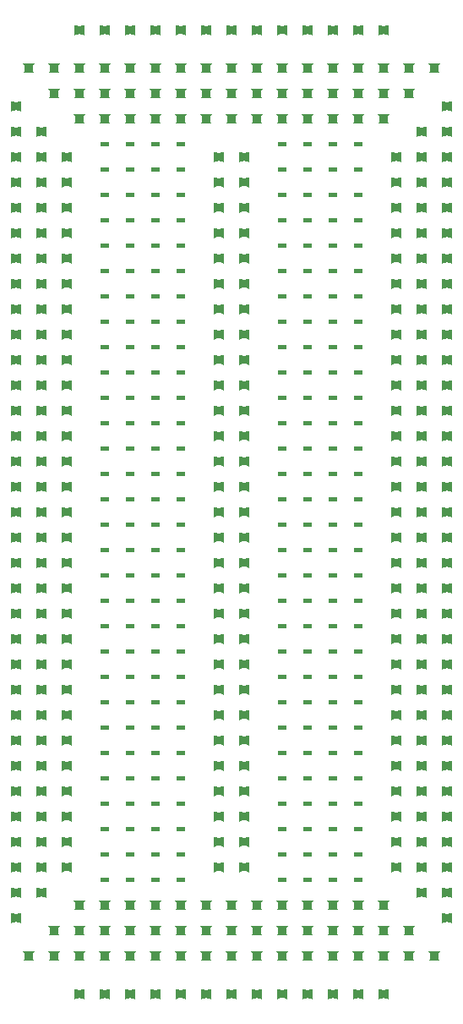
<source format=gbr>
%TF.GenerationSoftware,KiCad,Pcbnew,(6.0.5)*%
%TF.CreationDate,2022-09-15T17:30:36-04:00*%
%TF.ProjectId,protoboard,70726f74-6f62-46f6-9172-642e6b696361,0.1*%
%TF.SameCoordinates,Original*%
%TF.FileFunction,Legend,Top*%
%TF.FilePolarity,Positive*%
%FSLAX46Y46*%
G04 Gerber Fmt 4.6, Leading zero omitted, Abs format (unit mm)*
G04 Created by KiCad (PCBNEW (6.0.5)) date 2022-09-15 17:30:36*
%MOMM*%
%LPD*%
G01*
G04 APERTURE LIST*
G04 APERTURE END LIST*
%TO.C,J42*%
G36*
X126139708Y-111680000D02*
G01*
X126139708Y-111840000D01*
X126159708Y-111960000D01*
X125299708Y-111960000D01*
X125319708Y-111840000D01*
X125320000Y-111760000D01*
X125320000Y-111680000D01*
X125299708Y-111560000D01*
X126159708Y-111560000D01*
X126139708Y-111680000D01*
G37*
G36*
X121059708Y-111680000D02*
G01*
X121059708Y-111840000D01*
X121079708Y-111960000D01*
X120219708Y-111960000D01*
X120239708Y-111840000D01*
X120240000Y-111760000D01*
X120240000Y-111680000D01*
X120219708Y-111560000D01*
X121079708Y-111560000D01*
X121059708Y-111680000D01*
G37*
G36*
X123599708Y-111680000D02*
G01*
X123599708Y-111840000D01*
X123619708Y-111960000D01*
X122759708Y-111960000D01*
X122779708Y-111840000D01*
X122780000Y-111760000D01*
X122780000Y-111680000D01*
X122759708Y-111560000D01*
X123619708Y-111560000D01*
X123599708Y-111680000D01*
G37*
G36*
X118519708Y-111680000D02*
G01*
X118519708Y-111840000D01*
X118539708Y-111960000D01*
X117679708Y-111960000D01*
X117699708Y-111840000D01*
X117700000Y-111760000D01*
X117700000Y-111680000D01*
X117679708Y-111560000D01*
X118539708Y-111560000D01*
X118519708Y-111680000D01*
G37*
%TO.C,J5*%
G36*
X123599708Y-114220000D02*
G01*
X123599708Y-114380000D01*
X123619708Y-114500000D01*
X122759708Y-114500000D01*
X122779708Y-114380000D01*
X122780000Y-114300000D01*
X122780000Y-114220000D01*
X122759708Y-114100000D01*
X123619708Y-114100000D01*
X123599708Y-114220000D01*
G37*
G36*
X118519708Y-114220000D02*
G01*
X118519708Y-114380000D01*
X118539708Y-114500000D01*
X117679708Y-114500000D01*
X117699708Y-114380000D01*
X117700000Y-114300000D01*
X117700000Y-114220000D01*
X117679708Y-114100000D01*
X118539708Y-114100000D01*
X118519708Y-114220000D01*
G37*
G36*
X121059708Y-114220000D02*
G01*
X121059708Y-114380000D01*
X121079708Y-114500000D01*
X120219708Y-114500000D01*
X120239708Y-114380000D01*
X120240000Y-114300000D01*
X120240000Y-114220000D01*
X120219708Y-114100000D01*
X121079708Y-114100000D01*
X121059708Y-114220000D01*
G37*
G36*
X126139708Y-114220000D02*
G01*
X126139708Y-114380000D01*
X126159708Y-114500000D01*
X125299708Y-114500000D01*
X125319708Y-114380000D01*
X125320000Y-114300000D01*
X125320000Y-114220000D01*
X125299708Y-114100000D01*
X126159708Y-114100000D01*
X126139708Y-114220000D01*
G37*
%TO.C,J27*%
G36*
X138839708Y-142160000D02*
G01*
X138839708Y-142320000D01*
X138859708Y-142440000D01*
X137999708Y-142440000D01*
X138019708Y-142320000D01*
X138020000Y-142240000D01*
X138020000Y-142160000D01*
X137999708Y-142040000D01*
X138859708Y-142040000D01*
X138839708Y-142160000D01*
G37*
G36*
X143919708Y-142160000D02*
G01*
X143919708Y-142320000D01*
X143939708Y-142440000D01*
X143079708Y-142440000D01*
X143099708Y-142320000D01*
X143100000Y-142240000D01*
X143100000Y-142160000D01*
X143079708Y-142040000D01*
X143939708Y-142040000D01*
X143919708Y-142160000D01*
G37*
G36*
X141379708Y-142160000D02*
G01*
X141379708Y-142320000D01*
X141399708Y-142440000D01*
X140539708Y-142440000D01*
X140559708Y-142320000D01*
X140560000Y-142240000D01*
X140560000Y-142160000D01*
X140539708Y-142040000D01*
X141399708Y-142040000D01*
X141379708Y-142160000D01*
G37*
G36*
X136299708Y-142160000D02*
G01*
X136299708Y-142320000D01*
X136319708Y-142440000D01*
X135459708Y-142440000D01*
X135479708Y-142320000D01*
X135480000Y-142240000D01*
X135480000Y-142160000D01*
X135459708Y-142040000D01*
X136319708Y-142040000D01*
X136299708Y-142160000D01*
G37*
%TO.C,J9*%
G36*
X138839708Y-124380000D02*
G01*
X138839708Y-124540000D01*
X138859708Y-124660000D01*
X137999708Y-124660000D01*
X138019708Y-124540000D01*
X138020000Y-124460000D01*
X138020000Y-124380000D01*
X137999708Y-124260000D01*
X138859708Y-124260000D01*
X138839708Y-124380000D01*
G37*
G36*
X136299708Y-124380000D02*
G01*
X136299708Y-124540000D01*
X136319708Y-124660000D01*
X135459708Y-124660000D01*
X135479708Y-124540000D01*
X135480000Y-124460000D01*
X135480000Y-124380000D01*
X135459708Y-124260000D01*
X136319708Y-124260000D01*
X136299708Y-124380000D01*
G37*
G36*
X143919708Y-124380000D02*
G01*
X143919708Y-124540000D01*
X143939708Y-124660000D01*
X143079708Y-124660000D01*
X143099708Y-124540000D01*
X143100000Y-124460000D01*
X143100000Y-124380000D01*
X143079708Y-124260000D01*
X143939708Y-124260000D01*
X143919708Y-124380000D01*
G37*
G36*
X141379708Y-124380000D02*
G01*
X141379708Y-124540000D01*
X141399708Y-124660000D01*
X140539708Y-124660000D01*
X140559708Y-124540000D01*
X140560000Y-124460000D01*
X140560000Y-124380000D01*
X140539708Y-124260000D01*
X141399708Y-124260000D01*
X141379708Y-124380000D01*
G37*
%TO.C,J60*%
G36*
X138839708Y-121840000D02*
G01*
X138839708Y-122000000D01*
X138859708Y-122120000D01*
X137999708Y-122120000D01*
X138019708Y-122000000D01*
X138020000Y-121920000D01*
X138020000Y-121840000D01*
X137999708Y-121720000D01*
X138859708Y-121720000D01*
X138839708Y-121840000D01*
G37*
G36*
X141379708Y-121840000D02*
G01*
X141379708Y-122000000D01*
X141399708Y-122120000D01*
X140539708Y-122120000D01*
X140559708Y-122000000D01*
X140560000Y-121920000D01*
X140560000Y-121840000D01*
X140539708Y-121720000D01*
X141399708Y-121720000D01*
X141379708Y-121840000D01*
G37*
G36*
X136299708Y-121840000D02*
G01*
X136299708Y-122000000D01*
X136319708Y-122120000D01*
X135459708Y-122120000D01*
X135479708Y-122000000D01*
X135480000Y-121920000D01*
X135480000Y-121840000D01*
X135459708Y-121720000D01*
X136319708Y-121720000D01*
X136299708Y-121840000D01*
G37*
G36*
X143919708Y-121840000D02*
G01*
X143919708Y-122000000D01*
X143939708Y-122120000D01*
X143079708Y-122120000D01*
X143099708Y-122000000D01*
X143100000Y-121920000D01*
X143100000Y-121840000D01*
X143079708Y-121720000D01*
X143939708Y-121720000D01*
X143919708Y-121840000D01*
G37*
%TO.C,J47*%
G36*
X138839708Y-78660000D02*
G01*
X138839708Y-78820000D01*
X138859708Y-78940000D01*
X137999708Y-78940000D01*
X138019708Y-78820000D01*
X138020000Y-78740000D01*
X138020000Y-78660000D01*
X137999708Y-78540000D01*
X138859708Y-78540000D01*
X138839708Y-78660000D01*
G37*
G36*
X143919708Y-78660000D02*
G01*
X143919708Y-78820000D01*
X143939708Y-78940000D01*
X143079708Y-78940000D01*
X143099708Y-78820000D01*
X143100000Y-78740000D01*
X143100000Y-78660000D01*
X143079708Y-78540000D01*
X143939708Y-78540000D01*
X143919708Y-78660000D01*
G37*
G36*
X141379708Y-78660000D02*
G01*
X141379708Y-78820000D01*
X141399708Y-78940000D01*
X140539708Y-78940000D01*
X140559708Y-78820000D01*
X140560000Y-78740000D01*
X140560000Y-78660000D01*
X140539708Y-78540000D01*
X141399708Y-78540000D01*
X141379708Y-78660000D01*
G37*
G36*
X136299708Y-78660000D02*
G01*
X136299708Y-78820000D01*
X136319708Y-78940000D01*
X135459708Y-78940000D01*
X135479708Y-78820000D01*
X135480000Y-78740000D01*
X135480000Y-78660000D01*
X135459708Y-78540000D01*
X136319708Y-78540000D01*
X136299708Y-78660000D01*
G37*
%TO.C,J34*%
G36*
X136299708Y-104060000D02*
G01*
X136299708Y-104220000D01*
X136319708Y-104340000D01*
X135459708Y-104340000D01*
X135479708Y-104220000D01*
X135480000Y-104140000D01*
X135480000Y-104060000D01*
X135459708Y-103940000D01*
X136319708Y-103940000D01*
X136299708Y-104060000D01*
G37*
G36*
X143919708Y-104060000D02*
G01*
X143919708Y-104220000D01*
X143939708Y-104340000D01*
X143079708Y-104340000D01*
X143099708Y-104220000D01*
X143100000Y-104140000D01*
X143100000Y-104060000D01*
X143079708Y-103940000D01*
X143939708Y-103940000D01*
X143919708Y-104060000D01*
G37*
G36*
X141379708Y-104060000D02*
G01*
X141379708Y-104220000D01*
X141399708Y-104340000D01*
X140539708Y-104340000D01*
X140559708Y-104220000D01*
X140560000Y-104140000D01*
X140560000Y-104060000D01*
X140539708Y-103940000D01*
X141399708Y-103940000D01*
X141379708Y-104060000D01*
G37*
G36*
X138839708Y-104060000D02*
G01*
X138839708Y-104220000D01*
X138859708Y-104340000D01*
X137999708Y-104340000D01*
X138019708Y-104220000D01*
X138020000Y-104140000D01*
X138020000Y-104060000D01*
X137999708Y-103940000D01*
X138859708Y-103940000D01*
X138839708Y-104060000D01*
G37*
%TO.C,J23*%
G36*
X123599708Y-101520000D02*
G01*
X123599708Y-101680000D01*
X123619708Y-101800000D01*
X122759708Y-101800000D01*
X122779708Y-101680000D01*
X122780000Y-101600000D01*
X122780000Y-101520000D01*
X122759708Y-101400000D01*
X123619708Y-101400000D01*
X123599708Y-101520000D01*
G37*
G36*
X121059708Y-101520000D02*
G01*
X121059708Y-101680000D01*
X121079708Y-101800000D01*
X120219708Y-101800000D01*
X120239708Y-101680000D01*
X120240000Y-101600000D01*
X120240000Y-101520000D01*
X120219708Y-101400000D01*
X121079708Y-101400000D01*
X121059708Y-101520000D01*
G37*
G36*
X126139708Y-101520000D02*
G01*
X126139708Y-101680000D01*
X126159708Y-101800000D01*
X125299708Y-101800000D01*
X125319708Y-101680000D01*
X125320000Y-101600000D01*
X125320000Y-101520000D01*
X125299708Y-101400000D01*
X126159708Y-101400000D01*
X126139708Y-101520000D01*
G37*
G36*
X118519708Y-101520000D02*
G01*
X118519708Y-101680000D01*
X118539708Y-101800000D01*
X117679708Y-101800000D01*
X117699708Y-101680000D01*
X117700000Y-101600000D01*
X117700000Y-101520000D01*
X117679708Y-101400000D01*
X118539708Y-101400000D01*
X118519708Y-101520000D01*
G37*
%TO.C,J53*%
G36*
X126139708Y-132000000D02*
G01*
X126139708Y-132160000D01*
X126159708Y-132280000D01*
X125299708Y-132280000D01*
X125319708Y-132160000D01*
X125320000Y-132080000D01*
X125320000Y-132000000D01*
X125299708Y-131880000D01*
X126159708Y-131880000D01*
X126139708Y-132000000D01*
G37*
G36*
X121059708Y-132000000D02*
G01*
X121059708Y-132160000D01*
X121079708Y-132280000D01*
X120219708Y-132280000D01*
X120239708Y-132160000D01*
X120240000Y-132080000D01*
X120240000Y-132000000D01*
X120219708Y-131880000D01*
X121079708Y-131880000D01*
X121059708Y-132000000D01*
G37*
G36*
X123599708Y-132000000D02*
G01*
X123599708Y-132160000D01*
X123619708Y-132280000D01*
X122759708Y-132280000D01*
X122779708Y-132160000D01*
X122780000Y-132080000D01*
X122780000Y-132000000D01*
X122759708Y-131880000D01*
X123619708Y-131880000D01*
X123599708Y-132000000D01*
G37*
G36*
X118519708Y-132000000D02*
G01*
X118519708Y-132160000D01*
X118539708Y-132280000D01*
X117679708Y-132280000D01*
X117699708Y-132160000D01*
X117700000Y-132080000D01*
X117700000Y-132000000D01*
X117679708Y-131880000D01*
X118539708Y-131880000D01*
X118519708Y-132000000D01*
G37*
%TO.C,J68*%
G36*
X109720000Y-88199708D02*
G01*
X109610000Y-88129708D01*
X109520000Y-88089708D01*
X109420000Y-88059708D01*
X109300000Y-88039708D01*
X109140000Y-88039708D01*
X109020000Y-88059708D01*
X108920000Y-88089708D01*
X108830000Y-88129708D01*
X108720000Y-88199708D01*
X108720000Y-87059708D01*
X108830000Y-87129708D01*
X108920000Y-87169708D01*
X109020000Y-87199708D01*
X109140000Y-87219708D01*
X109220000Y-87220000D01*
X109300000Y-87220000D01*
X109420000Y-87199708D01*
X109520000Y-87169708D01*
X109610000Y-87129708D01*
X109720000Y-87059708D01*
X109720000Y-88199708D01*
G37*
G36*
X109720000Y-105979708D02*
G01*
X109610000Y-105909708D01*
X109520000Y-105869708D01*
X109420000Y-105839708D01*
X109300000Y-105819708D01*
X109140000Y-105819708D01*
X109020000Y-105839708D01*
X108920000Y-105869708D01*
X108830000Y-105909708D01*
X108720000Y-105979708D01*
X108720000Y-104839708D01*
X108830000Y-104909708D01*
X108920000Y-104949708D01*
X109020000Y-104979708D01*
X109140000Y-104999708D01*
X109220000Y-105000000D01*
X109300000Y-105000000D01*
X109420000Y-104979708D01*
X109520000Y-104949708D01*
X109610000Y-104909708D01*
X109720000Y-104839708D01*
X109720000Y-105979708D01*
G37*
G36*
X109720000Y-144079708D02*
G01*
X109610000Y-144009708D01*
X109520000Y-143969708D01*
X109420000Y-143939708D01*
X109300000Y-143919708D01*
X109140000Y-143919708D01*
X109020000Y-143939708D01*
X108920000Y-143969708D01*
X108830000Y-144009708D01*
X108720000Y-144079708D01*
X108720000Y-142939708D01*
X108830000Y-143009708D01*
X108920000Y-143049708D01*
X109020000Y-143079708D01*
X109140000Y-143099708D01*
X109220000Y-143100000D01*
X109300000Y-143100000D01*
X109420000Y-143079708D01*
X109520000Y-143049708D01*
X109610000Y-143009708D01*
X109720000Y-142939708D01*
X109720000Y-144079708D01*
G37*
G36*
X109720000Y-118679708D02*
G01*
X109610000Y-118609708D01*
X109520000Y-118569708D01*
X109420000Y-118539708D01*
X109300000Y-118519708D01*
X109140000Y-118519708D01*
X109020000Y-118539708D01*
X108920000Y-118569708D01*
X108830000Y-118609708D01*
X108720000Y-118679708D01*
X108720000Y-117539708D01*
X108830000Y-117609708D01*
X108920000Y-117649708D01*
X109020000Y-117679708D01*
X109140000Y-117699708D01*
X109220000Y-117700000D01*
X109300000Y-117700000D01*
X109420000Y-117679708D01*
X109520000Y-117649708D01*
X109610000Y-117609708D01*
X109720000Y-117539708D01*
X109720000Y-118679708D01*
G37*
G36*
X109720000Y-141539708D02*
G01*
X109610000Y-141469708D01*
X109520000Y-141429708D01*
X109420000Y-141399708D01*
X109300000Y-141379708D01*
X109140000Y-141379708D01*
X109020000Y-141399708D01*
X108920000Y-141429708D01*
X108830000Y-141469708D01*
X108720000Y-141539708D01*
X108720000Y-140399708D01*
X108830000Y-140469708D01*
X108920000Y-140509708D01*
X109020000Y-140539708D01*
X109140000Y-140559708D01*
X109220000Y-140560000D01*
X109300000Y-140560000D01*
X109420000Y-140539708D01*
X109520000Y-140509708D01*
X109610000Y-140469708D01*
X109720000Y-140399708D01*
X109720000Y-141539708D01*
G37*
G36*
X109720000Y-83119708D02*
G01*
X109610000Y-83049708D01*
X109520000Y-83009708D01*
X109420000Y-82979708D01*
X109300000Y-82959708D01*
X109140000Y-82959708D01*
X109020000Y-82979708D01*
X108920000Y-83009708D01*
X108830000Y-83049708D01*
X108720000Y-83119708D01*
X108720000Y-81979708D01*
X108830000Y-82049708D01*
X108920000Y-82089708D01*
X109020000Y-82119708D01*
X109140000Y-82139708D01*
X109220000Y-82140000D01*
X109300000Y-82140000D01*
X109420000Y-82119708D01*
X109520000Y-82089708D01*
X109610000Y-82049708D01*
X109720000Y-81979708D01*
X109720000Y-83119708D01*
G37*
G36*
X109720000Y-126299708D02*
G01*
X109610000Y-126229708D01*
X109520000Y-126189708D01*
X109420000Y-126159708D01*
X109300000Y-126139708D01*
X109140000Y-126139708D01*
X109020000Y-126159708D01*
X108920000Y-126189708D01*
X108830000Y-126229708D01*
X108720000Y-126299708D01*
X108720000Y-125159708D01*
X108830000Y-125229708D01*
X108920000Y-125269708D01*
X109020000Y-125299708D01*
X109140000Y-125319708D01*
X109220000Y-125320000D01*
X109300000Y-125320000D01*
X109420000Y-125299708D01*
X109520000Y-125269708D01*
X109610000Y-125229708D01*
X109720000Y-125159708D01*
X109720000Y-126299708D01*
G37*
G36*
X109720000Y-65340000D02*
G01*
X109610000Y-65270000D01*
X109520000Y-65230000D01*
X109420000Y-65200000D01*
X109300000Y-65180000D01*
X109140000Y-65180000D01*
X109020000Y-65200000D01*
X108920000Y-65230000D01*
X108830000Y-65270000D01*
X108720000Y-65340000D01*
X108720000Y-64200000D01*
X108830000Y-64270000D01*
X108920000Y-64310000D01*
X109020000Y-64340000D01*
X109140000Y-64360000D01*
X109220000Y-64360292D01*
X109300000Y-64360292D01*
X109420000Y-64340000D01*
X109520000Y-64310000D01*
X109610000Y-64270000D01*
X109720000Y-64200000D01*
X109720000Y-65340000D01*
G37*
G36*
X109720000Y-72959708D02*
G01*
X109610000Y-72889708D01*
X109520000Y-72849708D01*
X109420000Y-72819708D01*
X109300000Y-72799708D01*
X109140000Y-72799708D01*
X109020000Y-72819708D01*
X108920000Y-72849708D01*
X108830000Y-72889708D01*
X108720000Y-72959708D01*
X108720000Y-71819708D01*
X108830000Y-71889708D01*
X108920000Y-71929708D01*
X109020000Y-71959708D01*
X109140000Y-71979708D01*
X109220000Y-71980000D01*
X109300000Y-71980000D01*
X109420000Y-71959708D01*
X109520000Y-71929708D01*
X109610000Y-71889708D01*
X109720000Y-71819708D01*
X109720000Y-72959708D01*
G37*
G36*
X109720000Y-121219708D02*
G01*
X109610000Y-121149708D01*
X109520000Y-121109708D01*
X109420000Y-121079708D01*
X109300000Y-121059708D01*
X109140000Y-121059708D01*
X109020000Y-121079708D01*
X108920000Y-121109708D01*
X108830000Y-121149708D01*
X108720000Y-121219708D01*
X108720000Y-120079708D01*
X108830000Y-120149708D01*
X108920000Y-120189708D01*
X109020000Y-120219708D01*
X109140000Y-120239708D01*
X109220000Y-120240000D01*
X109300000Y-120240000D01*
X109420000Y-120219708D01*
X109520000Y-120189708D01*
X109610000Y-120149708D01*
X109720000Y-120079708D01*
X109720000Y-121219708D01*
G37*
G36*
X109720000Y-123759708D02*
G01*
X109610000Y-123689708D01*
X109520000Y-123649708D01*
X109420000Y-123619708D01*
X109300000Y-123599708D01*
X109140000Y-123599708D01*
X109020000Y-123619708D01*
X108920000Y-123649708D01*
X108830000Y-123689708D01*
X108720000Y-123759708D01*
X108720000Y-122619708D01*
X108830000Y-122689708D01*
X108920000Y-122729708D01*
X109020000Y-122759708D01*
X109140000Y-122779708D01*
X109220000Y-122780000D01*
X109300000Y-122780000D01*
X109420000Y-122759708D01*
X109520000Y-122729708D01*
X109610000Y-122689708D01*
X109720000Y-122619708D01*
X109720000Y-123759708D01*
G37*
G36*
X109720000Y-85659708D02*
G01*
X109610000Y-85589708D01*
X109520000Y-85549708D01*
X109420000Y-85519708D01*
X109300000Y-85499708D01*
X109140000Y-85499708D01*
X109020000Y-85519708D01*
X108920000Y-85549708D01*
X108830000Y-85589708D01*
X108720000Y-85659708D01*
X108720000Y-84519708D01*
X108830000Y-84589708D01*
X108920000Y-84629708D01*
X109020000Y-84659708D01*
X109140000Y-84679708D01*
X109220000Y-84680000D01*
X109300000Y-84680000D01*
X109420000Y-84659708D01*
X109520000Y-84629708D01*
X109610000Y-84589708D01*
X109720000Y-84519708D01*
X109720000Y-85659708D01*
G37*
G36*
X109720000Y-131379708D02*
G01*
X109610000Y-131309708D01*
X109520000Y-131269708D01*
X109420000Y-131239708D01*
X109300000Y-131219708D01*
X109140000Y-131219708D01*
X109020000Y-131239708D01*
X108920000Y-131269708D01*
X108830000Y-131309708D01*
X108720000Y-131379708D01*
X108720000Y-130239708D01*
X108830000Y-130309708D01*
X108920000Y-130349708D01*
X109020000Y-130379708D01*
X109140000Y-130399708D01*
X109220000Y-130400000D01*
X109300000Y-130400000D01*
X109420000Y-130379708D01*
X109520000Y-130349708D01*
X109610000Y-130309708D01*
X109720000Y-130239708D01*
X109720000Y-131379708D01*
G37*
G36*
X109720000Y-128839708D02*
G01*
X109610000Y-128769708D01*
X109520000Y-128729708D01*
X109420000Y-128699708D01*
X109300000Y-128679708D01*
X109140000Y-128679708D01*
X109020000Y-128699708D01*
X108920000Y-128729708D01*
X108830000Y-128769708D01*
X108720000Y-128839708D01*
X108720000Y-127699708D01*
X108830000Y-127769708D01*
X108920000Y-127809708D01*
X109020000Y-127839708D01*
X109140000Y-127859708D01*
X109220000Y-127860000D01*
X109300000Y-127860000D01*
X109420000Y-127839708D01*
X109520000Y-127809708D01*
X109610000Y-127769708D01*
X109720000Y-127699708D01*
X109720000Y-128839708D01*
G37*
G36*
X109720000Y-100899708D02*
G01*
X109610000Y-100829708D01*
X109520000Y-100789708D01*
X109420000Y-100759708D01*
X109300000Y-100739708D01*
X109140000Y-100739708D01*
X109020000Y-100759708D01*
X108920000Y-100789708D01*
X108830000Y-100829708D01*
X108720000Y-100899708D01*
X108720000Y-99759708D01*
X108830000Y-99829708D01*
X108920000Y-99869708D01*
X109020000Y-99899708D01*
X109140000Y-99919708D01*
X109220000Y-99920000D01*
X109300000Y-99920000D01*
X109420000Y-99899708D01*
X109520000Y-99869708D01*
X109610000Y-99829708D01*
X109720000Y-99759708D01*
X109720000Y-100899708D01*
G37*
G36*
X109720000Y-93279708D02*
G01*
X109610000Y-93209708D01*
X109520000Y-93169708D01*
X109420000Y-93139708D01*
X109300000Y-93119708D01*
X109140000Y-93119708D01*
X109020000Y-93139708D01*
X108920000Y-93169708D01*
X108830000Y-93209708D01*
X108720000Y-93279708D01*
X108720000Y-92139708D01*
X108830000Y-92209708D01*
X108920000Y-92249708D01*
X109020000Y-92279708D01*
X109140000Y-92299708D01*
X109220000Y-92300000D01*
X109300000Y-92300000D01*
X109420000Y-92279708D01*
X109520000Y-92249708D01*
X109610000Y-92209708D01*
X109720000Y-92139708D01*
X109720000Y-93279708D01*
G37*
G36*
X109720000Y-146619708D02*
G01*
X109610000Y-146549708D01*
X109520000Y-146509708D01*
X109420000Y-146479708D01*
X109300000Y-146459708D01*
X109140000Y-146459708D01*
X109020000Y-146479708D01*
X108920000Y-146509708D01*
X108830000Y-146549708D01*
X108720000Y-146619708D01*
X108720000Y-145479708D01*
X108830000Y-145549708D01*
X108920000Y-145589708D01*
X109020000Y-145619708D01*
X109140000Y-145639708D01*
X109220000Y-145640000D01*
X109300000Y-145640000D01*
X109420000Y-145619708D01*
X109520000Y-145589708D01*
X109610000Y-145549708D01*
X109720000Y-145479708D01*
X109720000Y-146619708D01*
G37*
G36*
X109720000Y-113599708D02*
G01*
X109610000Y-113529708D01*
X109520000Y-113489708D01*
X109420000Y-113459708D01*
X109300000Y-113439708D01*
X109140000Y-113439708D01*
X109020000Y-113459708D01*
X108920000Y-113489708D01*
X108830000Y-113529708D01*
X108720000Y-113599708D01*
X108720000Y-112459708D01*
X108830000Y-112529708D01*
X108920000Y-112569708D01*
X109020000Y-112599708D01*
X109140000Y-112619708D01*
X109220000Y-112620000D01*
X109300000Y-112620000D01*
X109420000Y-112599708D01*
X109520000Y-112569708D01*
X109610000Y-112529708D01*
X109720000Y-112459708D01*
X109720000Y-113599708D01*
G37*
G36*
X109720000Y-138999708D02*
G01*
X109610000Y-138929708D01*
X109520000Y-138889708D01*
X109420000Y-138859708D01*
X109300000Y-138839708D01*
X109140000Y-138839708D01*
X109020000Y-138859708D01*
X108920000Y-138889708D01*
X108830000Y-138929708D01*
X108720000Y-138999708D01*
X108720000Y-137859708D01*
X108830000Y-137929708D01*
X108920000Y-137969708D01*
X109020000Y-137999708D01*
X109140000Y-138019708D01*
X109220000Y-138020000D01*
X109300000Y-138020000D01*
X109420000Y-137999708D01*
X109520000Y-137969708D01*
X109610000Y-137929708D01*
X109720000Y-137859708D01*
X109720000Y-138999708D01*
G37*
G36*
X109720000Y-80579708D02*
G01*
X109610000Y-80509708D01*
X109520000Y-80469708D01*
X109420000Y-80439708D01*
X109300000Y-80419708D01*
X109140000Y-80419708D01*
X109020000Y-80439708D01*
X108920000Y-80469708D01*
X108830000Y-80509708D01*
X108720000Y-80579708D01*
X108720000Y-79439708D01*
X108830000Y-79509708D01*
X108920000Y-79549708D01*
X109020000Y-79579708D01*
X109140000Y-79599708D01*
X109220000Y-79600000D01*
X109300000Y-79600000D01*
X109420000Y-79579708D01*
X109520000Y-79549708D01*
X109610000Y-79509708D01*
X109720000Y-79439708D01*
X109720000Y-80579708D01*
G37*
G36*
X109720000Y-95819708D02*
G01*
X109610000Y-95749708D01*
X109520000Y-95709708D01*
X109420000Y-95679708D01*
X109300000Y-95659708D01*
X109140000Y-95659708D01*
X109020000Y-95679708D01*
X108920000Y-95709708D01*
X108830000Y-95749708D01*
X108720000Y-95819708D01*
X108720000Y-94679708D01*
X108830000Y-94749708D01*
X108920000Y-94789708D01*
X109020000Y-94819708D01*
X109140000Y-94839708D01*
X109220000Y-94840000D01*
X109300000Y-94840000D01*
X109420000Y-94819708D01*
X109520000Y-94789708D01*
X109610000Y-94749708D01*
X109720000Y-94679708D01*
X109720000Y-95819708D01*
G37*
G36*
X109720000Y-98359708D02*
G01*
X109610000Y-98289708D01*
X109520000Y-98249708D01*
X109420000Y-98219708D01*
X109300000Y-98199708D01*
X109140000Y-98199708D01*
X109020000Y-98219708D01*
X108920000Y-98249708D01*
X108830000Y-98289708D01*
X108720000Y-98359708D01*
X108720000Y-97219708D01*
X108830000Y-97289708D01*
X108920000Y-97329708D01*
X109020000Y-97359708D01*
X109140000Y-97379708D01*
X109220000Y-97380000D01*
X109300000Y-97380000D01*
X109420000Y-97359708D01*
X109520000Y-97329708D01*
X109610000Y-97289708D01*
X109720000Y-97219708D01*
X109720000Y-98359708D01*
G37*
G36*
X109720000Y-133919708D02*
G01*
X109610000Y-133849708D01*
X109520000Y-133809708D01*
X109420000Y-133779708D01*
X109300000Y-133759708D01*
X109140000Y-133759708D01*
X109020000Y-133779708D01*
X108920000Y-133809708D01*
X108830000Y-133849708D01*
X108720000Y-133919708D01*
X108720000Y-132779708D01*
X108830000Y-132849708D01*
X108920000Y-132889708D01*
X109020000Y-132919708D01*
X109140000Y-132939708D01*
X109220000Y-132940000D01*
X109300000Y-132940000D01*
X109420000Y-132919708D01*
X109520000Y-132889708D01*
X109610000Y-132849708D01*
X109720000Y-132779708D01*
X109720000Y-133919708D01*
G37*
G36*
X109720000Y-67879708D02*
G01*
X109610000Y-67809708D01*
X109520000Y-67769708D01*
X109420000Y-67739708D01*
X109300000Y-67719708D01*
X109140000Y-67719708D01*
X109020000Y-67739708D01*
X108920000Y-67769708D01*
X108830000Y-67809708D01*
X108720000Y-67879708D01*
X108720000Y-66739708D01*
X108830000Y-66809708D01*
X108920000Y-66849708D01*
X109020000Y-66879708D01*
X109140000Y-66899708D01*
X109220000Y-66900000D01*
X109300000Y-66900000D01*
X109420000Y-66879708D01*
X109520000Y-66849708D01*
X109610000Y-66809708D01*
X109720000Y-66739708D01*
X109720000Y-67879708D01*
G37*
G36*
X109720000Y-75499708D02*
G01*
X109610000Y-75429708D01*
X109520000Y-75389708D01*
X109420000Y-75359708D01*
X109300000Y-75339708D01*
X109140000Y-75339708D01*
X109020000Y-75359708D01*
X108920000Y-75389708D01*
X108830000Y-75429708D01*
X108720000Y-75499708D01*
X108720000Y-74359708D01*
X108830000Y-74429708D01*
X108920000Y-74469708D01*
X109020000Y-74499708D01*
X109140000Y-74519708D01*
X109220000Y-74520000D01*
X109300000Y-74520000D01*
X109420000Y-74499708D01*
X109520000Y-74469708D01*
X109610000Y-74429708D01*
X109720000Y-74359708D01*
X109720000Y-75499708D01*
G37*
G36*
X109720000Y-111059708D02*
G01*
X109610000Y-110989708D01*
X109520000Y-110949708D01*
X109420000Y-110919708D01*
X109300000Y-110899708D01*
X109140000Y-110899708D01*
X109020000Y-110919708D01*
X108920000Y-110949708D01*
X108830000Y-110989708D01*
X108720000Y-111059708D01*
X108720000Y-109919708D01*
X108830000Y-109989708D01*
X108920000Y-110029708D01*
X109020000Y-110059708D01*
X109140000Y-110079708D01*
X109220000Y-110080000D01*
X109300000Y-110080000D01*
X109420000Y-110059708D01*
X109520000Y-110029708D01*
X109610000Y-109989708D01*
X109720000Y-109919708D01*
X109720000Y-111059708D01*
G37*
G36*
X109720000Y-78039708D02*
G01*
X109610000Y-77969708D01*
X109520000Y-77929708D01*
X109420000Y-77899708D01*
X109300000Y-77879708D01*
X109140000Y-77879708D01*
X109020000Y-77899708D01*
X108920000Y-77929708D01*
X108830000Y-77969708D01*
X108720000Y-78039708D01*
X108720000Y-76899708D01*
X108830000Y-76969708D01*
X108920000Y-77009708D01*
X109020000Y-77039708D01*
X109140000Y-77059708D01*
X109220000Y-77060000D01*
X109300000Y-77060000D01*
X109420000Y-77039708D01*
X109520000Y-77009708D01*
X109610000Y-76969708D01*
X109720000Y-76899708D01*
X109720000Y-78039708D01*
G37*
G36*
X109720000Y-70419708D02*
G01*
X109610000Y-70349708D01*
X109520000Y-70309708D01*
X109420000Y-70279708D01*
X109300000Y-70259708D01*
X109140000Y-70259708D01*
X109020000Y-70279708D01*
X108920000Y-70309708D01*
X108830000Y-70349708D01*
X108720000Y-70419708D01*
X108720000Y-69279708D01*
X108830000Y-69349708D01*
X108920000Y-69389708D01*
X109020000Y-69419708D01*
X109140000Y-69439708D01*
X109220000Y-69440000D01*
X109300000Y-69440000D01*
X109420000Y-69419708D01*
X109520000Y-69389708D01*
X109610000Y-69349708D01*
X109720000Y-69279708D01*
X109720000Y-70419708D01*
G37*
G36*
X109720000Y-90739708D02*
G01*
X109610000Y-90669708D01*
X109520000Y-90629708D01*
X109420000Y-90599708D01*
X109300000Y-90579708D01*
X109140000Y-90579708D01*
X109020000Y-90599708D01*
X108920000Y-90629708D01*
X108830000Y-90669708D01*
X108720000Y-90739708D01*
X108720000Y-89599708D01*
X108830000Y-89669708D01*
X108920000Y-89709708D01*
X109020000Y-89739708D01*
X109140000Y-89759708D01*
X109220000Y-89760000D01*
X109300000Y-89760000D01*
X109420000Y-89739708D01*
X109520000Y-89709708D01*
X109610000Y-89669708D01*
X109720000Y-89599708D01*
X109720000Y-90739708D01*
G37*
G36*
X109720000Y-136459708D02*
G01*
X109610000Y-136389708D01*
X109520000Y-136349708D01*
X109420000Y-136319708D01*
X109300000Y-136299708D01*
X109140000Y-136299708D01*
X109020000Y-136319708D01*
X108920000Y-136349708D01*
X108830000Y-136389708D01*
X108720000Y-136459708D01*
X108720000Y-135319708D01*
X108830000Y-135389708D01*
X108920000Y-135429708D01*
X109020000Y-135459708D01*
X109140000Y-135479708D01*
X109220000Y-135480000D01*
X109300000Y-135480000D01*
X109420000Y-135459708D01*
X109520000Y-135429708D01*
X109610000Y-135389708D01*
X109720000Y-135319708D01*
X109720000Y-136459708D01*
G37*
G36*
X109720000Y-108519708D02*
G01*
X109610000Y-108449708D01*
X109520000Y-108409708D01*
X109420000Y-108379708D01*
X109300000Y-108359708D01*
X109140000Y-108359708D01*
X109020000Y-108379708D01*
X108920000Y-108409708D01*
X108830000Y-108449708D01*
X108720000Y-108519708D01*
X108720000Y-107379708D01*
X108830000Y-107449708D01*
X108920000Y-107489708D01*
X109020000Y-107519708D01*
X109140000Y-107539708D01*
X109220000Y-107540000D01*
X109300000Y-107540000D01*
X109420000Y-107519708D01*
X109520000Y-107489708D01*
X109610000Y-107449708D01*
X109720000Y-107379708D01*
X109720000Y-108519708D01*
G37*
G36*
X109720000Y-116139708D02*
G01*
X109610000Y-116069708D01*
X109520000Y-116029708D01*
X109420000Y-115999708D01*
X109300000Y-115979708D01*
X109140000Y-115979708D01*
X109020000Y-115999708D01*
X108920000Y-116029708D01*
X108830000Y-116069708D01*
X108720000Y-116139708D01*
X108720000Y-114999708D01*
X108830000Y-115069708D01*
X108920000Y-115109708D01*
X109020000Y-115139708D01*
X109140000Y-115159708D01*
X109220000Y-115160000D01*
X109300000Y-115160000D01*
X109420000Y-115139708D01*
X109520000Y-115109708D01*
X109610000Y-115069708D01*
X109720000Y-114999708D01*
X109720000Y-116139708D01*
G37*
G36*
X109720000Y-103439708D02*
G01*
X109610000Y-103369708D01*
X109520000Y-103329708D01*
X109420000Y-103299708D01*
X109300000Y-103279708D01*
X109140000Y-103279708D01*
X109020000Y-103299708D01*
X108920000Y-103329708D01*
X108830000Y-103369708D01*
X108720000Y-103439708D01*
X108720000Y-102299708D01*
X108830000Y-102369708D01*
X108920000Y-102409708D01*
X109020000Y-102439708D01*
X109140000Y-102459708D01*
X109220000Y-102460000D01*
X109300000Y-102460000D01*
X109420000Y-102439708D01*
X109520000Y-102409708D01*
X109610000Y-102369708D01*
X109720000Y-102299708D01*
X109720000Y-103439708D01*
G37*
%TO.C,J8*%
G36*
X118519708Y-73580000D02*
G01*
X118519708Y-73740000D01*
X118539708Y-73860000D01*
X117679708Y-73860000D01*
X117699708Y-73740000D01*
X117700000Y-73660000D01*
X117700000Y-73580000D01*
X117679708Y-73460000D01*
X118539708Y-73460000D01*
X118519708Y-73580000D01*
G37*
G36*
X121059708Y-73580000D02*
G01*
X121059708Y-73740000D01*
X121079708Y-73860000D01*
X120219708Y-73860000D01*
X120239708Y-73740000D01*
X120240000Y-73660000D01*
X120240000Y-73580000D01*
X120219708Y-73460000D01*
X121079708Y-73460000D01*
X121059708Y-73580000D01*
G37*
G36*
X123599708Y-73580000D02*
G01*
X123599708Y-73740000D01*
X123619708Y-73860000D01*
X122759708Y-73860000D01*
X122779708Y-73740000D01*
X122780000Y-73660000D01*
X122780000Y-73580000D01*
X122759708Y-73460000D01*
X123619708Y-73460000D01*
X123599708Y-73580000D01*
G37*
G36*
X126139708Y-73580000D02*
G01*
X126139708Y-73740000D01*
X126159708Y-73860000D01*
X125299708Y-73860000D01*
X125319708Y-73740000D01*
X125320000Y-73660000D01*
X125320000Y-73580000D01*
X125299708Y-73460000D01*
X126159708Y-73460000D01*
X126139708Y-73580000D01*
G37*
%TO.C,J20*%
G36*
X141379708Y-98980000D02*
G01*
X141379708Y-99140000D01*
X141399708Y-99260000D01*
X140539708Y-99260000D01*
X140559708Y-99140000D01*
X140560000Y-99060000D01*
X140560000Y-98980000D01*
X140539708Y-98860000D01*
X141399708Y-98860000D01*
X141379708Y-98980000D01*
G37*
G36*
X138839708Y-98980000D02*
G01*
X138839708Y-99140000D01*
X138859708Y-99260000D01*
X137999708Y-99260000D01*
X138019708Y-99140000D01*
X138020000Y-99060000D01*
X138020000Y-98980000D01*
X137999708Y-98860000D01*
X138859708Y-98860000D01*
X138839708Y-98980000D01*
G37*
G36*
X143919708Y-98980000D02*
G01*
X143919708Y-99140000D01*
X143939708Y-99260000D01*
X143079708Y-99260000D01*
X143099708Y-99140000D01*
X143100000Y-99060000D01*
X143100000Y-98980000D01*
X143079708Y-98860000D01*
X143939708Y-98860000D01*
X143919708Y-98980000D01*
G37*
G36*
X136299708Y-98980000D02*
G01*
X136299708Y-99140000D01*
X136319708Y-99260000D01*
X135459708Y-99260000D01*
X135479708Y-99140000D01*
X135480000Y-99060000D01*
X135480000Y-98980000D01*
X135459708Y-98860000D01*
X136319708Y-98860000D01*
X136299708Y-98980000D01*
G37*
%TO.C,J62*%
G36*
X147820000Y-126299416D02*
G01*
X147710000Y-126229416D01*
X147620000Y-126189416D01*
X147520000Y-126159416D01*
X147400000Y-126139416D01*
X147240000Y-126139416D01*
X147120000Y-126159416D01*
X147020000Y-126189416D01*
X146930000Y-126229416D01*
X146820000Y-126299416D01*
X146820000Y-125159416D01*
X146930000Y-125229416D01*
X147020000Y-125269416D01*
X147120000Y-125299416D01*
X147240000Y-125319416D01*
X147320000Y-125319708D01*
X147400000Y-125319708D01*
X147520000Y-125299416D01*
X147620000Y-125269416D01*
X147710000Y-125229416D01*
X147820000Y-125159416D01*
X147820000Y-126299416D01*
G37*
G36*
X147820000Y-133919416D02*
G01*
X147710000Y-133849416D01*
X147620000Y-133809416D01*
X147520000Y-133779416D01*
X147400000Y-133759416D01*
X147240000Y-133759416D01*
X147120000Y-133779416D01*
X147020000Y-133809416D01*
X146930000Y-133849416D01*
X146820000Y-133919416D01*
X146820000Y-132779416D01*
X146930000Y-132849416D01*
X147020000Y-132889416D01*
X147120000Y-132919416D01*
X147240000Y-132939416D01*
X147320000Y-132939708D01*
X147400000Y-132939708D01*
X147520000Y-132919416D01*
X147620000Y-132889416D01*
X147710000Y-132849416D01*
X147820000Y-132779416D01*
X147820000Y-133919416D01*
G37*
G36*
X147820000Y-108519416D02*
G01*
X147710000Y-108449416D01*
X147620000Y-108409416D01*
X147520000Y-108379416D01*
X147400000Y-108359416D01*
X147240000Y-108359416D01*
X147120000Y-108379416D01*
X147020000Y-108409416D01*
X146930000Y-108449416D01*
X146820000Y-108519416D01*
X146820000Y-107379416D01*
X146930000Y-107449416D01*
X147020000Y-107489416D01*
X147120000Y-107519416D01*
X147240000Y-107539416D01*
X147320000Y-107539708D01*
X147400000Y-107539708D01*
X147520000Y-107519416D01*
X147620000Y-107489416D01*
X147710000Y-107449416D01*
X147820000Y-107379416D01*
X147820000Y-108519416D01*
G37*
G36*
X147820000Y-105979416D02*
G01*
X147710000Y-105909416D01*
X147620000Y-105869416D01*
X147520000Y-105839416D01*
X147400000Y-105819416D01*
X147240000Y-105819416D01*
X147120000Y-105839416D01*
X147020000Y-105869416D01*
X146930000Y-105909416D01*
X146820000Y-105979416D01*
X146820000Y-104839416D01*
X146930000Y-104909416D01*
X147020000Y-104949416D01*
X147120000Y-104979416D01*
X147240000Y-104999416D01*
X147320000Y-104999708D01*
X147400000Y-104999708D01*
X147520000Y-104979416D01*
X147620000Y-104949416D01*
X147710000Y-104909416D01*
X147820000Y-104839416D01*
X147820000Y-105979416D01*
G37*
G36*
X147820000Y-118679416D02*
G01*
X147710000Y-118609416D01*
X147620000Y-118569416D01*
X147520000Y-118539416D01*
X147400000Y-118519416D01*
X147240000Y-118519416D01*
X147120000Y-118539416D01*
X147020000Y-118569416D01*
X146930000Y-118609416D01*
X146820000Y-118679416D01*
X146820000Y-117539416D01*
X146930000Y-117609416D01*
X147020000Y-117649416D01*
X147120000Y-117679416D01*
X147240000Y-117699416D01*
X147320000Y-117699708D01*
X147400000Y-117699708D01*
X147520000Y-117679416D01*
X147620000Y-117649416D01*
X147710000Y-117609416D01*
X147820000Y-117539416D01*
X147820000Y-118679416D01*
G37*
G36*
X147820000Y-88199416D02*
G01*
X147710000Y-88129416D01*
X147620000Y-88089416D01*
X147520000Y-88059416D01*
X147400000Y-88039416D01*
X147240000Y-88039416D01*
X147120000Y-88059416D01*
X147020000Y-88089416D01*
X146930000Y-88129416D01*
X146820000Y-88199416D01*
X146820000Y-87059416D01*
X146930000Y-87129416D01*
X147020000Y-87169416D01*
X147120000Y-87199416D01*
X147240000Y-87219416D01*
X147320000Y-87219708D01*
X147400000Y-87219708D01*
X147520000Y-87199416D01*
X147620000Y-87169416D01*
X147710000Y-87129416D01*
X147820000Y-87059416D01*
X147820000Y-88199416D01*
G37*
G36*
X147820000Y-111059416D02*
G01*
X147710000Y-110989416D01*
X147620000Y-110949416D01*
X147520000Y-110919416D01*
X147400000Y-110899416D01*
X147240000Y-110899416D01*
X147120000Y-110919416D01*
X147020000Y-110949416D01*
X146930000Y-110989416D01*
X146820000Y-111059416D01*
X146820000Y-109919416D01*
X146930000Y-109989416D01*
X147020000Y-110029416D01*
X147120000Y-110059416D01*
X147240000Y-110079416D01*
X147320000Y-110079708D01*
X147400000Y-110079708D01*
X147520000Y-110059416D01*
X147620000Y-110029416D01*
X147710000Y-109989416D01*
X147820000Y-109919416D01*
X147820000Y-111059416D01*
G37*
G36*
X147820000Y-90739416D02*
G01*
X147710000Y-90669416D01*
X147620000Y-90629416D01*
X147520000Y-90599416D01*
X147400000Y-90579416D01*
X147240000Y-90579416D01*
X147120000Y-90599416D01*
X147020000Y-90629416D01*
X146930000Y-90669416D01*
X146820000Y-90739416D01*
X146820000Y-89599416D01*
X146930000Y-89669416D01*
X147020000Y-89709416D01*
X147120000Y-89739416D01*
X147240000Y-89759416D01*
X147320000Y-89759708D01*
X147400000Y-89759708D01*
X147520000Y-89739416D01*
X147620000Y-89709416D01*
X147710000Y-89669416D01*
X147820000Y-89599416D01*
X147820000Y-90739416D01*
G37*
G36*
X147820000Y-70419708D02*
G01*
X147710000Y-70349708D01*
X147620000Y-70309708D01*
X147520000Y-70279708D01*
X147400000Y-70259708D01*
X147240000Y-70259708D01*
X147120000Y-70279708D01*
X147020000Y-70309708D01*
X146930000Y-70349708D01*
X146820000Y-70419708D01*
X146820000Y-69279708D01*
X146930000Y-69349708D01*
X147020000Y-69389708D01*
X147120000Y-69419708D01*
X147240000Y-69439708D01*
X147320000Y-69440000D01*
X147400000Y-69440000D01*
X147520000Y-69419708D01*
X147620000Y-69389708D01*
X147710000Y-69349708D01*
X147820000Y-69279708D01*
X147820000Y-70419708D01*
G37*
G36*
X147820000Y-80579416D02*
G01*
X147710000Y-80509416D01*
X147620000Y-80469416D01*
X147520000Y-80439416D01*
X147400000Y-80419416D01*
X147240000Y-80419416D01*
X147120000Y-80439416D01*
X147020000Y-80469416D01*
X146930000Y-80509416D01*
X146820000Y-80579416D01*
X146820000Y-79439416D01*
X146930000Y-79509416D01*
X147020000Y-79549416D01*
X147120000Y-79579416D01*
X147240000Y-79599416D01*
X147320000Y-79599708D01*
X147400000Y-79599708D01*
X147520000Y-79579416D01*
X147620000Y-79549416D01*
X147710000Y-79509416D01*
X147820000Y-79439416D01*
X147820000Y-80579416D01*
G37*
G36*
X147820000Y-100899416D02*
G01*
X147710000Y-100829416D01*
X147620000Y-100789416D01*
X147520000Y-100759416D01*
X147400000Y-100739416D01*
X147240000Y-100739416D01*
X147120000Y-100759416D01*
X147020000Y-100789416D01*
X146930000Y-100829416D01*
X146820000Y-100899416D01*
X146820000Y-99759416D01*
X146930000Y-99829416D01*
X147020000Y-99869416D01*
X147120000Y-99899416D01*
X147240000Y-99919416D01*
X147320000Y-99919708D01*
X147400000Y-99919708D01*
X147520000Y-99899416D01*
X147620000Y-99869416D01*
X147710000Y-99829416D01*
X147820000Y-99759416D01*
X147820000Y-100899416D01*
G37*
G36*
X147820000Y-83119416D02*
G01*
X147710000Y-83049416D01*
X147620000Y-83009416D01*
X147520000Y-82979416D01*
X147400000Y-82959416D01*
X147240000Y-82959416D01*
X147120000Y-82979416D01*
X147020000Y-83009416D01*
X146930000Y-83049416D01*
X146820000Y-83119416D01*
X146820000Y-81979416D01*
X146930000Y-82049416D01*
X147020000Y-82089416D01*
X147120000Y-82119416D01*
X147240000Y-82139416D01*
X147320000Y-82139708D01*
X147400000Y-82139708D01*
X147520000Y-82119416D01*
X147620000Y-82089416D01*
X147710000Y-82049416D01*
X147820000Y-81979416D01*
X147820000Y-83119416D01*
G37*
G36*
X147820000Y-98359416D02*
G01*
X147710000Y-98289416D01*
X147620000Y-98249416D01*
X147520000Y-98219416D01*
X147400000Y-98199416D01*
X147240000Y-98199416D01*
X147120000Y-98219416D01*
X147020000Y-98249416D01*
X146930000Y-98289416D01*
X146820000Y-98359416D01*
X146820000Y-97219416D01*
X146930000Y-97289416D01*
X147020000Y-97329416D01*
X147120000Y-97359416D01*
X147240000Y-97379416D01*
X147320000Y-97379708D01*
X147400000Y-97379708D01*
X147520000Y-97359416D01*
X147620000Y-97329416D01*
X147710000Y-97289416D01*
X147820000Y-97219416D01*
X147820000Y-98359416D01*
G37*
G36*
X147820000Y-93279416D02*
G01*
X147710000Y-93209416D01*
X147620000Y-93169416D01*
X147520000Y-93139416D01*
X147400000Y-93119416D01*
X147240000Y-93119416D01*
X147120000Y-93139416D01*
X147020000Y-93169416D01*
X146930000Y-93209416D01*
X146820000Y-93279416D01*
X146820000Y-92139416D01*
X146930000Y-92209416D01*
X147020000Y-92249416D01*
X147120000Y-92279416D01*
X147240000Y-92299416D01*
X147320000Y-92299708D01*
X147400000Y-92299708D01*
X147520000Y-92279416D01*
X147620000Y-92249416D01*
X147710000Y-92209416D01*
X147820000Y-92139416D01*
X147820000Y-93279416D01*
G37*
G36*
X147820000Y-103439416D02*
G01*
X147710000Y-103369416D01*
X147620000Y-103329416D01*
X147520000Y-103299416D01*
X147400000Y-103279416D01*
X147240000Y-103279416D01*
X147120000Y-103299416D01*
X147020000Y-103329416D01*
X146930000Y-103369416D01*
X146820000Y-103439416D01*
X146820000Y-102299416D01*
X146930000Y-102369416D01*
X147020000Y-102409416D01*
X147120000Y-102439416D01*
X147240000Y-102459416D01*
X147320000Y-102459708D01*
X147400000Y-102459708D01*
X147520000Y-102439416D01*
X147620000Y-102409416D01*
X147710000Y-102369416D01*
X147820000Y-102299416D01*
X147820000Y-103439416D01*
G37*
G36*
X147820000Y-78039416D02*
G01*
X147710000Y-77969416D01*
X147620000Y-77929416D01*
X147520000Y-77899416D01*
X147400000Y-77879416D01*
X147240000Y-77879416D01*
X147120000Y-77899416D01*
X147020000Y-77929416D01*
X146930000Y-77969416D01*
X146820000Y-78039416D01*
X146820000Y-76899416D01*
X146930000Y-76969416D01*
X147020000Y-77009416D01*
X147120000Y-77039416D01*
X147240000Y-77059416D01*
X147320000Y-77059708D01*
X147400000Y-77059708D01*
X147520000Y-77039416D01*
X147620000Y-77009416D01*
X147710000Y-76969416D01*
X147820000Y-76899416D01*
X147820000Y-78039416D01*
G37*
G36*
X147820000Y-121219416D02*
G01*
X147710000Y-121149416D01*
X147620000Y-121109416D01*
X147520000Y-121079416D01*
X147400000Y-121059416D01*
X147240000Y-121059416D01*
X147120000Y-121079416D01*
X147020000Y-121109416D01*
X146930000Y-121149416D01*
X146820000Y-121219416D01*
X146820000Y-120079416D01*
X146930000Y-120149416D01*
X147020000Y-120189416D01*
X147120000Y-120219416D01*
X147240000Y-120239416D01*
X147320000Y-120239708D01*
X147400000Y-120239708D01*
X147520000Y-120219416D01*
X147620000Y-120189416D01*
X147710000Y-120149416D01*
X147820000Y-120079416D01*
X147820000Y-121219416D01*
G37*
G36*
X147820000Y-95819416D02*
G01*
X147710000Y-95749416D01*
X147620000Y-95709416D01*
X147520000Y-95679416D01*
X147400000Y-95659416D01*
X147240000Y-95659416D01*
X147120000Y-95679416D01*
X147020000Y-95709416D01*
X146930000Y-95749416D01*
X146820000Y-95819416D01*
X146820000Y-94679416D01*
X146930000Y-94749416D01*
X147020000Y-94789416D01*
X147120000Y-94819416D01*
X147240000Y-94839416D01*
X147320000Y-94839708D01*
X147400000Y-94839708D01*
X147520000Y-94819416D01*
X147620000Y-94789416D01*
X147710000Y-94749416D01*
X147820000Y-94679416D01*
X147820000Y-95819416D01*
G37*
G36*
X147820000Y-85659416D02*
G01*
X147710000Y-85589416D01*
X147620000Y-85549416D01*
X147520000Y-85519416D01*
X147400000Y-85499416D01*
X147240000Y-85499416D01*
X147120000Y-85519416D01*
X147020000Y-85549416D01*
X146930000Y-85589416D01*
X146820000Y-85659416D01*
X146820000Y-84519416D01*
X146930000Y-84589416D01*
X147020000Y-84629416D01*
X147120000Y-84659416D01*
X147240000Y-84679416D01*
X147320000Y-84679708D01*
X147400000Y-84679708D01*
X147520000Y-84659416D01*
X147620000Y-84629416D01*
X147710000Y-84589416D01*
X147820000Y-84519416D01*
X147820000Y-85659416D01*
G37*
G36*
X147820000Y-136459416D02*
G01*
X147710000Y-136389416D01*
X147620000Y-136349416D01*
X147520000Y-136319416D01*
X147400000Y-136299416D01*
X147240000Y-136299416D01*
X147120000Y-136319416D01*
X147020000Y-136349416D01*
X146930000Y-136389416D01*
X146820000Y-136459416D01*
X146820000Y-135319416D01*
X146930000Y-135389416D01*
X147020000Y-135429416D01*
X147120000Y-135459416D01*
X147240000Y-135479416D01*
X147320000Y-135479708D01*
X147400000Y-135479708D01*
X147520000Y-135459416D01*
X147620000Y-135429416D01*
X147710000Y-135389416D01*
X147820000Y-135319416D01*
X147820000Y-136459416D01*
G37*
G36*
X147820000Y-72959416D02*
G01*
X147710000Y-72889416D01*
X147620000Y-72849416D01*
X147520000Y-72819416D01*
X147400000Y-72799416D01*
X147240000Y-72799416D01*
X147120000Y-72819416D01*
X147020000Y-72849416D01*
X146930000Y-72889416D01*
X146820000Y-72959416D01*
X146820000Y-71819416D01*
X146930000Y-71889416D01*
X147020000Y-71929416D01*
X147120000Y-71959416D01*
X147240000Y-71979416D01*
X147320000Y-71979708D01*
X147400000Y-71979708D01*
X147520000Y-71959416D01*
X147620000Y-71929416D01*
X147710000Y-71889416D01*
X147820000Y-71819416D01*
X147820000Y-72959416D01*
G37*
G36*
X147820000Y-128839416D02*
G01*
X147710000Y-128769416D01*
X147620000Y-128729416D01*
X147520000Y-128699416D01*
X147400000Y-128679416D01*
X147240000Y-128679416D01*
X147120000Y-128699416D01*
X147020000Y-128729416D01*
X146930000Y-128769416D01*
X146820000Y-128839416D01*
X146820000Y-127699416D01*
X146930000Y-127769416D01*
X147020000Y-127809416D01*
X147120000Y-127839416D01*
X147240000Y-127859416D01*
X147320000Y-127859708D01*
X147400000Y-127859708D01*
X147520000Y-127839416D01*
X147620000Y-127809416D01*
X147710000Y-127769416D01*
X147820000Y-127699416D01*
X147820000Y-128839416D01*
G37*
G36*
X147820000Y-123759416D02*
G01*
X147710000Y-123689416D01*
X147620000Y-123649416D01*
X147520000Y-123619416D01*
X147400000Y-123599416D01*
X147240000Y-123599416D01*
X147120000Y-123619416D01*
X147020000Y-123649416D01*
X146930000Y-123689416D01*
X146820000Y-123759416D01*
X146820000Y-122619416D01*
X146930000Y-122689416D01*
X147020000Y-122729416D01*
X147120000Y-122759416D01*
X147240000Y-122779416D01*
X147320000Y-122779708D01*
X147400000Y-122779708D01*
X147520000Y-122759416D01*
X147620000Y-122729416D01*
X147710000Y-122689416D01*
X147820000Y-122619416D01*
X147820000Y-123759416D01*
G37*
G36*
X147820000Y-113599416D02*
G01*
X147710000Y-113529416D01*
X147620000Y-113489416D01*
X147520000Y-113459416D01*
X147400000Y-113439416D01*
X147240000Y-113439416D01*
X147120000Y-113459416D01*
X147020000Y-113489416D01*
X146930000Y-113529416D01*
X146820000Y-113599416D01*
X146820000Y-112459416D01*
X146930000Y-112529416D01*
X147020000Y-112569416D01*
X147120000Y-112599416D01*
X147240000Y-112619416D01*
X147320000Y-112619708D01*
X147400000Y-112619708D01*
X147520000Y-112599416D01*
X147620000Y-112569416D01*
X147710000Y-112529416D01*
X147820000Y-112459416D01*
X147820000Y-113599416D01*
G37*
G36*
X147820000Y-131379416D02*
G01*
X147710000Y-131309416D01*
X147620000Y-131269416D01*
X147520000Y-131239416D01*
X147400000Y-131219416D01*
X147240000Y-131219416D01*
X147120000Y-131239416D01*
X147020000Y-131269416D01*
X146930000Y-131309416D01*
X146820000Y-131379416D01*
X146820000Y-130239416D01*
X146930000Y-130309416D01*
X147020000Y-130349416D01*
X147120000Y-130379416D01*
X147240000Y-130399416D01*
X147320000Y-130399708D01*
X147400000Y-130399708D01*
X147520000Y-130379416D01*
X147620000Y-130349416D01*
X147710000Y-130309416D01*
X147820000Y-130239416D01*
X147820000Y-131379416D01*
G37*
G36*
X147820000Y-116139416D02*
G01*
X147710000Y-116069416D01*
X147620000Y-116029416D01*
X147520000Y-115999416D01*
X147400000Y-115979416D01*
X147240000Y-115979416D01*
X147120000Y-115999416D01*
X147020000Y-116029416D01*
X146930000Y-116069416D01*
X146820000Y-116139416D01*
X146820000Y-114999416D01*
X146930000Y-115069416D01*
X147020000Y-115109416D01*
X147120000Y-115139416D01*
X147240000Y-115159416D01*
X147320000Y-115159708D01*
X147400000Y-115159708D01*
X147520000Y-115139416D01*
X147620000Y-115109416D01*
X147710000Y-115069416D01*
X147820000Y-114999416D01*
X147820000Y-116139416D01*
G37*
G36*
X147820000Y-141539416D02*
G01*
X147710000Y-141469416D01*
X147620000Y-141429416D01*
X147520000Y-141399416D01*
X147400000Y-141379416D01*
X147240000Y-141379416D01*
X147120000Y-141399416D01*
X147020000Y-141429416D01*
X146930000Y-141469416D01*
X146820000Y-141539416D01*
X146820000Y-140399416D01*
X146930000Y-140469416D01*
X147020000Y-140509416D01*
X147120000Y-140539416D01*
X147240000Y-140559416D01*
X147320000Y-140559708D01*
X147400000Y-140559708D01*
X147520000Y-140539416D01*
X147620000Y-140509416D01*
X147710000Y-140469416D01*
X147820000Y-140399416D01*
X147820000Y-141539416D01*
G37*
G36*
X147820000Y-138999416D02*
G01*
X147710000Y-138929416D01*
X147620000Y-138889416D01*
X147520000Y-138859416D01*
X147400000Y-138839416D01*
X147240000Y-138839416D01*
X147120000Y-138859416D01*
X147020000Y-138889416D01*
X146930000Y-138929416D01*
X146820000Y-138999416D01*
X146820000Y-137859416D01*
X146930000Y-137929416D01*
X147020000Y-137969416D01*
X147120000Y-137999416D01*
X147240000Y-138019416D01*
X147320000Y-138019708D01*
X147400000Y-138019708D01*
X147520000Y-137999416D01*
X147620000Y-137969416D01*
X147710000Y-137929416D01*
X147820000Y-137859416D01*
X147820000Y-138999416D01*
G37*
G36*
X147820000Y-75499416D02*
G01*
X147710000Y-75429416D01*
X147620000Y-75389416D01*
X147520000Y-75359416D01*
X147400000Y-75339416D01*
X147240000Y-75339416D01*
X147120000Y-75359416D01*
X147020000Y-75389416D01*
X146930000Y-75429416D01*
X146820000Y-75499416D01*
X146820000Y-74359416D01*
X146930000Y-74429416D01*
X147020000Y-74469416D01*
X147120000Y-74499416D01*
X147240000Y-74519416D01*
X147320000Y-74519708D01*
X147400000Y-74519708D01*
X147520000Y-74499416D01*
X147620000Y-74469416D01*
X147710000Y-74429416D01*
X147820000Y-74359416D01*
X147820000Y-75499416D01*
G37*
%TO.C,J49*%
G36*
X126139708Y-119300000D02*
G01*
X126139708Y-119460000D01*
X126159708Y-119580000D01*
X125299708Y-119580000D01*
X125319708Y-119460000D01*
X125320000Y-119380000D01*
X125320000Y-119300000D01*
X125299708Y-119180000D01*
X126159708Y-119180000D01*
X126139708Y-119300000D01*
G37*
G36*
X123599708Y-119300000D02*
G01*
X123599708Y-119460000D01*
X123619708Y-119580000D01*
X122759708Y-119580000D01*
X122779708Y-119460000D01*
X122780000Y-119380000D01*
X122780000Y-119300000D01*
X122759708Y-119180000D01*
X123619708Y-119180000D01*
X123599708Y-119300000D01*
G37*
G36*
X121059708Y-119300000D02*
G01*
X121059708Y-119460000D01*
X121079708Y-119580000D01*
X120219708Y-119580000D01*
X120239708Y-119460000D01*
X120240000Y-119380000D01*
X120240000Y-119300000D01*
X120219708Y-119180000D01*
X121079708Y-119180000D01*
X121059708Y-119300000D01*
G37*
G36*
X118519708Y-119300000D02*
G01*
X118519708Y-119460000D01*
X118539708Y-119580000D01*
X117679708Y-119580000D01*
X117699708Y-119460000D01*
X117700000Y-119380000D01*
X117700000Y-119300000D01*
X117679708Y-119180000D01*
X118539708Y-119180000D01*
X118519708Y-119300000D01*
G37*
%TO.C,J48*%
G36*
X118519708Y-91360000D02*
G01*
X118519708Y-91520000D01*
X118539708Y-91640000D01*
X117679708Y-91640000D01*
X117699708Y-91520000D01*
X117700000Y-91440000D01*
X117700000Y-91360000D01*
X117679708Y-91240000D01*
X118539708Y-91240000D01*
X118519708Y-91360000D01*
G37*
G36*
X126139708Y-91360000D02*
G01*
X126139708Y-91520000D01*
X126159708Y-91640000D01*
X125299708Y-91640000D01*
X125319708Y-91520000D01*
X125320000Y-91440000D01*
X125320000Y-91360000D01*
X125299708Y-91240000D01*
X126159708Y-91240000D01*
X126139708Y-91360000D01*
G37*
G36*
X123599708Y-91360000D02*
G01*
X123599708Y-91520000D01*
X123619708Y-91640000D01*
X122759708Y-91640000D01*
X122779708Y-91520000D01*
X122780000Y-91440000D01*
X122780000Y-91360000D01*
X122759708Y-91240000D01*
X123619708Y-91240000D01*
X123599708Y-91360000D01*
G37*
G36*
X121059708Y-91360000D02*
G01*
X121059708Y-91520000D01*
X121079708Y-91640000D01*
X120219708Y-91640000D01*
X120239708Y-91520000D01*
X120240000Y-91440000D01*
X120240000Y-91360000D01*
X120219708Y-91240000D01*
X121079708Y-91240000D01*
X121059708Y-91360000D01*
G37*
%TO.C,J64*%
G36*
X132580000Y-116139416D02*
G01*
X132470000Y-116069416D01*
X132380000Y-116029416D01*
X132280000Y-115999416D01*
X132160000Y-115979416D01*
X132000000Y-115979416D01*
X131880000Y-115999416D01*
X131780000Y-116029416D01*
X131690000Y-116069416D01*
X131580000Y-116139416D01*
X131580000Y-114999416D01*
X131690000Y-115069416D01*
X131780000Y-115109416D01*
X131880000Y-115139416D01*
X132000000Y-115159416D01*
X132080000Y-115159708D01*
X132160000Y-115159708D01*
X132280000Y-115139416D01*
X132380000Y-115109416D01*
X132470000Y-115069416D01*
X132580000Y-114999416D01*
X132580000Y-116139416D01*
G37*
G36*
X132580000Y-95819416D02*
G01*
X132470000Y-95749416D01*
X132380000Y-95709416D01*
X132280000Y-95679416D01*
X132160000Y-95659416D01*
X132000000Y-95659416D01*
X131880000Y-95679416D01*
X131780000Y-95709416D01*
X131690000Y-95749416D01*
X131580000Y-95819416D01*
X131580000Y-94679416D01*
X131690000Y-94749416D01*
X131780000Y-94789416D01*
X131880000Y-94819416D01*
X132000000Y-94839416D01*
X132080000Y-94839708D01*
X132160000Y-94839708D01*
X132280000Y-94819416D01*
X132380000Y-94789416D01*
X132470000Y-94749416D01*
X132580000Y-94679416D01*
X132580000Y-95819416D01*
G37*
G36*
X132580000Y-83119416D02*
G01*
X132470000Y-83049416D01*
X132380000Y-83009416D01*
X132280000Y-82979416D01*
X132160000Y-82959416D01*
X132000000Y-82959416D01*
X131880000Y-82979416D01*
X131780000Y-83009416D01*
X131690000Y-83049416D01*
X131580000Y-83119416D01*
X131580000Y-81979416D01*
X131690000Y-82049416D01*
X131780000Y-82089416D01*
X131880000Y-82119416D01*
X132000000Y-82139416D01*
X132080000Y-82139708D01*
X132160000Y-82139708D01*
X132280000Y-82119416D01*
X132380000Y-82089416D01*
X132470000Y-82049416D01*
X132580000Y-81979416D01*
X132580000Y-83119416D01*
G37*
G36*
X132580000Y-131379416D02*
G01*
X132470000Y-131309416D01*
X132380000Y-131269416D01*
X132280000Y-131239416D01*
X132160000Y-131219416D01*
X132000000Y-131219416D01*
X131880000Y-131239416D01*
X131780000Y-131269416D01*
X131690000Y-131309416D01*
X131580000Y-131379416D01*
X131580000Y-130239416D01*
X131690000Y-130309416D01*
X131780000Y-130349416D01*
X131880000Y-130379416D01*
X132000000Y-130399416D01*
X132080000Y-130399708D01*
X132160000Y-130399708D01*
X132280000Y-130379416D01*
X132380000Y-130349416D01*
X132470000Y-130309416D01*
X132580000Y-130239416D01*
X132580000Y-131379416D01*
G37*
G36*
X132580000Y-128839416D02*
G01*
X132470000Y-128769416D01*
X132380000Y-128729416D01*
X132280000Y-128699416D01*
X132160000Y-128679416D01*
X132000000Y-128679416D01*
X131880000Y-128699416D01*
X131780000Y-128729416D01*
X131690000Y-128769416D01*
X131580000Y-128839416D01*
X131580000Y-127699416D01*
X131690000Y-127769416D01*
X131780000Y-127809416D01*
X131880000Y-127839416D01*
X132000000Y-127859416D01*
X132080000Y-127859708D01*
X132160000Y-127859708D01*
X132280000Y-127839416D01*
X132380000Y-127809416D01*
X132470000Y-127769416D01*
X132580000Y-127699416D01*
X132580000Y-128839416D01*
G37*
G36*
X132580000Y-90739416D02*
G01*
X132470000Y-90669416D01*
X132380000Y-90629416D01*
X132280000Y-90599416D01*
X132160000Y-90579416D01*
X132000000Y-90579416D01*
X131880000Y-90599416D01*
X131780000Y-90629416D01*
X131690000Y-90669416D01*
X131580000Y-90739416D01*
X131580000Y-89599416D01*
X131690000Y-89669416D01*
X131780000Y-89709416D01*
X131880000Y-89739416D01*
X132000000Y-89759416D01*
X132080000Y-89759708D01*
X132160000Y-89759708D01*
X132280000Y-89739416D01*
X132380000Y-89709416D01*
X132470000Y-89669416D01*
X132580000Y-89599416D01*
X132580000Y-90739416D01*
G37*
G36*
X132580000Y-72959416D02*
G01*
X132470000Y-72889416D01*
X132380000Y-72849416D01*
X132280000Y-72819416D01*
X132160000Y-72799416D01*
X132000000Y-72799416D01*
X131880000Y-72819416D01*
X131780000Y-72849416D01*
X131690000Y-72889416D01*
X131580000Y-72959416D01*
X131580000Y-71819416D01*
X131690000Y-71889416D01*
X131780000Y-71929416D01*
X131880000Y-71959416D01*
X132000000Y-71979416D01*
X132080000Y-71979708D01*
X132160000Y-71979708D01*
X132280000Y-71959416D01*
X132380000Y-71929416D01*
X132470000Y-71889416D01*
X132580000Y-71819416D01*
X132580000Y-72959416D01*
G37*
G36*
X132580000Y-75499416D02*
G01*
X132470000Y-75429416D01*
X132380000Y-75389416D01*
X132280000Y-75359416D01*
X132160000Y-75339416D01*
X132000000Y-75339416D01*
X131880000Y-75359416D01*
X131780000Y-75389416D01*
X131690000Y-75429416D01*
X131580000Y-75499416D01*
X131580000Y-74359416D01*
X131690000Y-74429416D01*
X131780000Y-74469416D01*
X131880000Y-74499416D01*
X132000000Y-74519416D01*
X132080000Y-74519708D01*
X132160000Y-74519708D01*
X132280000Y-74499416D01*
X132380000Y-74469416D01*
X132470000Y-74429416D01*
X132580000Y-74359416D01*
X132580000Y-75499416D01*
G37*
G36*
X132580000Y-121219416D02*
G01*
X132470000Y-121149416D01*
X132380000Y-121109416D01*
X132280000Y-121079416D01*
X132160000Y-121059416D01*
X132000000Y-121059416D01*
X131880000Y-121079416D01*
X131780000Y-121109416D01*
X131690000Y-121149416D01*
X131580000Y-121219416D01*
X131580000Y-120079416D01*
X131690000Y-120149416D01*
X131780000Y-120189416D01*
X131880000Y-120219416D01*
X132000000Y-120239416D01*
X132080000Y-120239708D01*
X132160000Y-120239708D01*
X132280000Y-120219416D01*
X132380000Y-120189416D01*
X132470000Y-120149416D01*
X132580000Y-120079416D01*
X132580000Y-121219416D01*
G37*
G36*
X132580000Y-133919416D02*
G01*
X132470000Y-133849416D01*
X132380000Y-133809416D01*
X132280000Y-133779416D01*
X132160000Y-133759416D01*
X132000000Y-133759416D01*
X131880000Y-133779416D01*
X131780000Y-133809416D01*
X131690000Y-133849416D01*
X131580000Y-133919416D01*
X131580000Y-132779416D01*
X131690000Y-132849416D01*
X131780000Y-132889416D01*
X131880000Y-132919416D01*
X132000000Y-132939416D01*
X132080000Y-132939708D01*
X132160000Y-132939708D01*
X132280000Y-132919416D01*
X132380000Y-132889416D01*
X132470000Y-132849416D01*
X132580000Y-132779416D01*
X132580000Y-133919416D01*
G37*
G36*
X132580000Y-78039416D02*
G01*
X132470000Y-77969416D01*
X132380000Y-77929416D01*
X132280000Y-77899416D01*
X132160000Y-77879416D01*
X132000000Y-77879416D01*
X131880000Y-77899416D01*
X131780000Y-77929416D01*
X131690000Y-77969416D01*
X131580000Y-78039416D01*
X131580000Y-76899416D01*
X131690000Y-76969416D01*
X131780000Y-77009416D01*
X131880000Y-77039416D01*
X132000000Y-77059416D01*
X132080000Y-77059708D01*
X132160000Y-77059708D01*
X132280000Y-77039416D01*
X132380000Y-77009416D01*
X132470000Y-76969416D01*
X132580000Y-76899416D01*
X132580000Y-78039416D01*
G37*
G36*
X132580000Y-98359416D02*
G01*
X132470000Y-98289416D01*
X132380000Y-98249416D01*
X132280000Y-98219416D01*
X132160000Y-98199416D01*
X132000000Y-98199416D01*
X131880000Y-98219416D01*
X131780000Y-98249416D01*
X131690000Y-98289416D01*
X131580000Y-98359416D01*
X131580000Y-97219416D01*
X131690000Y-97289416D01*
X131780000Y-97329416D01*
X131880000Y-97359416D01*
X132000000Y-97379416D01*
X132080000Y-97379708D01*
X132160000Y-97379708D01*
X132280000Y-97359416D01*
X132380000Y-97329416D01*
X132470000Y-97289416D01*
X132580000Y-97219416D01*
X132580000Y-98359416D01*
G37*
G36*
X132580000Y-111059416D02*
G01*
X132470000Y-110989416D01*
X132380000Y-110949416D01*
X132280000Y-110919416D01*
X132160000Y-110899416D01*
X132000000Y-110899416D01*
X131880000Y-110919416D01*
X131780000Y-110949416D01*
X131690000Y-110989416D01*
X131580000Y-111059416D01*
X131580000Y-109919416D01*
X131690000Y-109989416D01*
X131780000Y-110029416D01*
X131880000Y-110059416D01*
X132000000Y-110079416D01*
X132080000Y-110079708D01*
X132160000Y-110079708D01*
X132280000Y-110059416D01*
X132380000Y-110029416D01*
X132470000Y-109989416D01*
X132580000Y-109919416D01*
X132580000Y-111059416D01*
G37*
G36*
X132580000Y-123759416D02*
G01*
X132470000Y-123689416D01*
X132380000Y-123649416D01*
X132280000Y-123619416D01*
X132160000Y-123599416D01*
X132000000Y-123599416D01*
X131880000Y-123619416D01*
X131780000Y-123649416D01*
X131690000Y-123689416D01*
X131580000Y-123759416D01*
X131580000Y-122619416D01*
X131690000Y-122689416D01*
X131780000Y-122729416D01*
X131880000Y-122759416D01*
X132000000Y-122779416D01*
X132080000Y-122779708D01*
X132160000Y-122779708D01*
X132280000Y-122759416D01*
X132380000Y-122729416D01*
X132470000Y-122689416D01*
X132580000Y-122619416D01*
X132580000Y-123759416D01*
G37*
G36*
X132580000Y-70419708D02*
G01*
X132470000Y-70349708D01*
X132380000Y-70309708D01*
X132280000Y-70279708D01*
X132160000Y-70259708D01*
X132000000Y-70259708D01*
X131880000Y-70279708D01*
X131780000Y-70309708D01*
X131690000Y-70349708D01*
X131580000Y-70419708D01*
X131580000Y-69279708D01*
X131690000Y-69349708D01*
X131780000Y-69389708D01*
X131880000Y-69419708D01*
X132000000Y-69439708D01*
X132080000Y-69440000D01*
X132160000Y-69440000D01*
X132280000Y-69419708D01*
X132380000Y-69389708D01*
X132470000Y-69349708D01*
X132580000Y-69279708D01*
X132580000Y-70419708D01*
G37*
G36*
X132580000Y-126299416D02*
G01*
X132470000Y-126229416D01*
X132380000Y-126189416D01*
X132280000Y-126159416D01*
X132160000Y-126139416D01*
X132000000Y-126139416D01*
X131880000Y-126159416D01*
X131780000Y-126189416D01*
X131690000Y-126229416D01*
X131580000Y-126299416D01*
X131580000Y-125159416D01*
X131690000Y-125229416D01*
X131780000Y-125269416D01*
X131880000Y-125299416D01*
X132000000Y-125319416D01*
X132080000Y-125319708D01*
X132160000Y-125319708D01*
X132280000Y-125299416D01*
X132380000Y-125269416D01*
X132470000Y-125229416D01*
X132580000Y-125159416D01*
X132580000Y-126299416D01*
G37*
G36*
X132580000Y-80579416D02*
G01*
X132470000Y-80509416D01*
X132380000Y-80469416D01*
X132280000Y-80439416D01*
X132160000Y-80419416D01*
X132000000Y-80419416D01*
X131880000Y-80439416D01*
X131780000Y-80469416D01*
X131690000Y-80509416D01*
X131580000Y-80579416D01*
X131580000Y-79439416D01*
X131690000Y-79509416D01*
X131780000Y-79549416D01*
X131880000Y-79579416D01*
X132000000Y-79599416D01*
X132080000Y-79599708D01*
X132160000Y-79599708D01*
X132280000Y-79579416D01*
X132380000Y-79549416D01*
X132470000Y-79509416D01*
X132580000Y-79439416D01*
X132580000Y-80579416D01*
G37*
G36*
X132580000Y-141539416D02*
G01*
X132470000Y-141469416D01*
X132380000Y-141429416D01*
X132280000Y-141399416D01*
X132160000Y-141379416D01*
X132000000Y-141379416D01*
X131880000Y-141399416D01*
X131780000Y-141429416D01*
X131690000Y-141469416D01*
X131580000Y-141539416D01*
X131580000Y-140399416D01*
X131690000Y-140469416D01*
X131780000Y-140509416D01*
X131880000Y-140539416D01*
X132000000Y-140559416D01*
X132080000Y-140559708D01*
X132160000Y-140559708D01*
X132280000Y-140539416D01*
X132380000Y-140509416D01*
X132470000Y-140469416D01*
X132580000Y-140399416D01*
X132580000Y-141539416D01*
G37*
G36*
X132580000Y-138999416D02*
G01*
X132470000Y-138929416D01*
X132380000Y-138889416D01*
X132280000Y-138859416D01*
X132160000Y-138839416D01*
X132000000Y-138839416D01*
X131880000Y-138859416D01*
X131780000Y-138889416D01*
X131690000Y-138929416D01*
X131580000Y-138999416D01*
X131580000Y-137859416D01*
X131690000Y-137929416D01*
X131780000Y-137969416D01*
X131880000Y-137999416D01*
X132000000Y-138019416D01*
X132080000Y-138019708D01*
X132160000Y-138019708D01*
X132280000Y-137999416D01*
X132380000Y-137969416D01*
X132470000Y-137929416D01*
X132580000Y-137859416D01*
X132580000Y-138999416D01*
G37*
G36*
X132580000Y-103439416D02*
G01*
X132470000Y-103369416D01*
X132380000Y-103329416D01*
X132280000Y-103299416D01*
X132160000Y-103279416D01*
X132000000Y-103279416D01*
X131880000Y-103299416D01*
X131780000Y-103329416D01*
X131690000Y-103369416D01*
X131580000Y-103439416D01*
X131580000Y-102299416D01*
X131690000Y-102369416D01*
X131780000Y-102409416D01*
X131880000Y-102439416D01*
X132000000Y-102459416D01*
X132080000Y-102459708D01*
X132160000Y-102459708D01*
X132280000Y-102439416D01*
X132380000Y-102409416D01*
X132470000Y-102369416D01*
X132580000Y-102299416D01*
X132580000Y-103439416D01*
G37*
G36*
X132580000Y-113599416D02*
G01*
X132470000Y-113529416D01*
X132380000Y-113489416D01*
X132280000Y-113459416D01*
X132160000Y-113439416D01*
X132000000Y-113439416D01*
X131880000Y-113459416D01*
X131780000Y-113489416D01*
X131690000Y-113529416D01*
X131580000Y-113599416D01*
X131580000Y-112459416D01*
X131690000Y-112529416D01*
X131780000Y-112569416D01*
X131880000Y-112599416D01*
X132000000Y-112619416D01*
X132080000Y-112619708D01*
X132160000Y-112619708D01*
X132280000Y-112599416D01*
X132380000Y-112569416D01*
X132470000Y-112529416D01*
X132580000Y-112459416D01*
X132580000Y-113599416D01*
G37*
G36*
X132580000Y-88199416D02*
G01*
X132470000Y-88129416D01*
X132380000Y-88089416D01*
X132280000Y-88059416D01*
X132160000Y-88039416D01*
X132000000Y-88039416D01*
X131880000Y-88059416D01*
X131780000Y-88089416D01*
X131690000Y-88129416D01*
X131580000Y-88199416D01*
X131580000Y-87059416D01*
X131690000Y-87129416D01*
X131780000Y-87169416D01*
X131880000Y-87199416D01*
X132000000Y-87219416D01*
X132080000Y-87219708D01*
X132160000Y-87219708D01*
X132280000Y-87199416D01*
X132380000Y-87169416D01*
X132470000Y-87129416D01*
X132580000Y-87059416D01*
X132580000Y-88199416D01*
G37*
G36*
X132580000Y-93279416D02*
G01*
X132470000Y-93209416D01*
X132380000Y-93169416D01*
X132280000Y-93139416D01*
X132160000Y-93119416D01*
X132000000Y-93119416D01*
X131880000Y-93139416D01*
X131780000Y-93169416D01*
X131690000Y-93209416D01*
X131580000Y-93279416D01*
X131580000Y-92139416D01*
X131690000Y-92209416D01*
X131780000Y-92249416D01*
X131880000Y-92279416D01*
X132000000Y-92299416D01*
X132080000Y-92299708D01*
X132160000Y-92299708D01*
X132280000Y-92279416D01*
X132380000Y-92249416D01*
X132470000Y-92209416D01*
X132580000Y-92139416D01*
X132580000Y-93279416D01*
G37*
G36*
X132580000Y-85659416D02*
G01*
X132470000Y-85589416D01*
X132380000Y-85549416D01*
X132280000Y-85519416D01*
X132160000Y-85499416D01*
X132000000Y-85499416D01*
X131880000Y-85519416D01*
X131780000Y-85549416D01*
X131690000Y-85589416D01*
X131580000Y-85659416D01*
X131580000Y-84519416D01*
X131690000Y-84589416D01*
X131780000Y-84629416D01*
X131880000Y-84659416D01*
X132000000Y-84679416D01*
X132080000Y-84679708D01*
X132160000Y-84679708D01*
X132280000Y-84659416D01*
X132380000Y-84629416D01*
X132470000Y-84589416D01*
X132580000Y-84519416D01*
X132580000Y-85659416D01*
G37*
G36*
X132580000Y-118679416D02*
G01*
X132470000Y-118609416D01*
X132380000Y-118569416D01*
X132280000Y-118539416D01*
X132160000Y-118519416D01*
X132000000Y-118519416D01*
X131880000Y-118539416D01*
X131780000Y-118569416D01*
X131690000Y-118609416D01*
X131580000Y-118679416D01*
X131580000Y-117539416D01*
X131690000Y-117609416D01*
X131780000Y-117649416D01*
X131880000Y-117679416D01*
X132000000Y-117699416D01*
X132080000Y-117699708D01*
X132160000Y-117699708D01*
X132280000Y-117679416D01*
X132380000Y-117649416D01*
X132470000Y-117609416D01*
X132580000Y-117539416D01*
X132580000Y-118679416D01*
G37*
G36*
X132580000Y-105979416D02*
G01*
X132470000Y-105909416D01*
X132380000Y-105869416D01*
X132280000Y-105839416D01*
X132160000Y-105819416D01*
X132000000Y-105819416D01*
X131880000Y-105839416D01*
X131780000Y-105869416D01*
X131690000Y-105909416D01*
X131580000Y-105979416D01*
X131580000Y-104839416D01*
X131690000Y-104909416D01*
X131780000Y-104949416D01*
X131880000Y-104979416D01*
X132000000Y-104999416D01*
X132080000Y-104999708D01*
X132160000Y-104999708D01*
X132280000Y-104979416D01*
X132380000Y-104949416D01*
X132470000Y-104909416D01*
X132580000Y-104839416D01*
X132580000Y-105979416D01*
G37*
G36*
X132580000Y-108519416D02*
G01*
X132470000Y-108449416D01*
X132380000Y-108409416D01*
X132280000Y-108379416D01*
X132160000Y-108359416D01*
X132000000Y-108359416D01*
X131880000Y-108379416D01*
X131780000Y-108409416D01*
X131690000Y-108449416D01*
X131580000Y-108519416D01*
X131580000Y-107379416D01*
X131690000Y-107449416D01*
X131780000Y-107489416D01*
X131880000Y-107519416D01*
X132000000Y-107539416D01*
X132080000Y-107539708D01*
X132160000Y-107539708D01*
X132280000Y-107519416D01*
X132380000Y-107489416D01*
X132470000Y-107449416D01*
X132580000Y-107379416D01*
X132580000Y-108519416D01*
G37*
G36*
X132580000Y-136459416D02*
G01*
X132470000Y-136389416D01*
X132380000Y-136349416D01*
X132280000Y-136319416D01*
X132160000Y-136299416D01*
X132000000Y-136299416D01*
X131880000Y-136319416D01*
X131780000Y-136349416D01*
X131690000Y-136389416D01*
X131580000Y-136459416D01*
X131580000Y-135319416D01*
X131690000Y-135389416D01*
X131780000Y-135429416D01*
X131880000Y-135459416D01*
X132000000Y-135479416D01*
X132080000Y-135479708D01*
X132160000Y-135479708D01*
X132280000Y-135459416D01*
X132380000Y-135429416D01*
X132470000Y-135389416D01*
X132580000Y-135319416D01*
X132580000Y-136459416D01*
G37*
G36*
X132580000Y-100899416D02*
G01*
X132470000Y-100829416D01*
X132380000Y-100789416D01*
X132280000Y-100759416D01*
X132160000Y-100739416D01*
X132000000Y-100739416D01*
X131880000Y-100759416D01*
X131780000Y-100789416D01*
X131690000Y-100829416D01*
X131580000Y-100899416D01*
X131580000Y-99759416D01*
X131690000Y-99829416D01*
X131780000Y-99869416D01*
X131880000Y-99899416D01*
X132000000Y-99919416D01*
X132080000Y-99919708D01*
X132160000Y-99919708D01*
X132280000Y-99899416D01*
X132380000Y-99869416D01*
X132470000Y-99829416D01*
X132580000Y-99759416D01*
X132580000Y-100899416D01*
G37*
%TO.C,J29*%
G36*
X126139708Y-104060000D02*
G01*
X126139708Y-104220000D01*
X126159708Y-104340000D01*
X125299708Y-104340000D01*
X125319708Y-104220000D01*
X125320000Y-104140000D01*
X125320000Y-104060000D01*
X125299708Y-103940000D01*
X126159708Y-103940000D01*
X126139708Y-104060000D01*
G37*
G36*
X118519708Y-104060000D02*
G01*
X118519708Y-104220000D01*
X118539708Y-104340000D01*
X117679708Y-104340000D01*
X117699708Y-104220000D01*
X117700000Y-104140000D01*
X117700000Y-104060000D01*
X117679708Y-103940000D01*
X118539708Y-103940000D01*
X118519708Y-104060000D01*
G37*
G36*
X121059708Y-104060000D02*
G01*
X121059708Y-104220000D01*
X121079708Y-104340000D01*
X120219708Y-104340000D01*
X120239708Y-104220000D01*
X120240000Y-104140000D01*
X120240000Y-104060000D01*
X120219708Y-103940000D01*
X121079708Y-103940000D01*
X121059708Y-104060000D01*
G37*
G36*
X123599708Y-104060000D02*
G01*
X123599708Y-104220000D01*
X123619708Y-104340000D01*
X122759708Y-104340000D01*
X122779708Y-104220000D01*
X122780000Y-104140000D01*
X122780000Y-104060000D01*
X122759708Y-103940000D01*
X123619708Y-103940000D01*
X123599708Y-104060000D01*
G37*
%TO.C,J6*%
G36*
X121059708Y-96440000D02*
G01*
X121059708Y-96600000D01*
X121079708Y-96720000D01*
X120219708Y-96720000D01*
X120239708Y-96600000D01*
X120240000Y-96520000D01*
X120240000Y-96440000D01*
X120219708Y-96320000D01*
X121079708Y-96320000D01*
X121059708Y-96440000D01*
G37*
G36*
X126139708Y-96440000D02*
G01*
X126139708Y-96600000D01*
X126159708Y-96720000D01*
X125299708Y-96720000D01*
X125319708Y-96600000D01*
X125320000Y-96520000D01*
X125320000Y-96440000D01*
X125299708Y-96320000D01*
X126159708Y-96320000D01*
X126139708Y-96440000D01*
G37*
G36*
X123599708Y-96440000D02*
G01*
X123599708Y-96600000D01*
X123619708Y-96720000D01*
X122759708Y-96720000D01*
X122779708Y-96600000D01*
X122780000Y-96520000D01*
X122780000Y-96440000D01*
X122759708Y-96320000D01*
X123619708Y-96320000D01*
X123599708Y-96440000D01*
G37*
G36*
X118519708Y-96440000D02*
G01*
X118519708Y-96600000D01*
X118539708Y-96720000D01*
X117679708Y-96720000D01*
X117699708Y-96600000D01*
X117700000Y-96520000D01*
X117700000Y-96440000D01*
X117679708Y-96320000D01*
X118539708Y-96320000D01*
X118519708Y-96440000D01*
G37*
%TO.C,J2*%
G36*
X123599708Y-109140000D02*
G01*
X123599708Y-109300000D01*
X123619708Y-109420000D01*
X122759708Y-109420000D01*
X122779708Y-109300000D01*
X122780000Y-109220000D01*
X122780000Y-109140000D01*
X122759708Y-109020000D01*
X123619708Y-109020000D01*
X123599708Y-109140000D01*
G37*
G36*
X121059708Y-109140000D02*
G01*
X121059708Y-109300000D01*
X121079708Y-109420000D01*
X120219708Y-109420000D01*
X120239708Y-109300000D01*
X120240000Y-109220000D01*
X120240000Y-109140000D01*
X120219708Y-109020000D01*
X121079708Y-109020000D01*
X121059708Y-109140000D01*
G37*
G36*
X126139708Y-109140000D02*
G01*
X126139708Y-109300000D01*
X126159708Y-109420000D01*
X125299708Y-109420000D01*
X125319708Y-109300000D01*
X125320000Y-109220000D01*
X125320000Y-109140000D01*
X125299708Y-109020000D01*
X126159708Y-109020000D01*
X126139708Y-109140000D01*
G37*
G36*
X118519708Y-109140000D02*
G01*
X118519708Y-109300000D01*
X118539708Y-109420000D01*
X117679708Y-109420000D01*
X117699708Y-109300000D01*
X117700000Y-109220000D01*
X117700000Y-109140000D01*
X117679708Y-109020000D01*
X118539708Y-109020000D01*
X118519708Y-109140000D01*
G37*
%TO.C,J59*%
G36*
X136299708Y-91360000D02*
G01*
X136299708Y-91520000D01*
X136319708Y-91640000D01*
X135459708Y-91640000D01*
X135479708Y-91520000D01*
X135480000Y-91440000D01*
X135480000Y-91360000D01*
X135459708Y-91240000D01*
X136319708Y-91240000D01*
X136299708Y-91360000D01*
G37*
G36*
X138839708Y-91360000D02*
G01*
X138839708Y-91520000D01*
X138859708Y-91640000D01*
X137999708Y-91640000D01*
X138019708Y-91520000D01*
X138020000Y-91440000D01*
X138020000Y-91360000D01*
X137999708Y-91240000D01*
X138859708Y-91240000D01*
X138839708Y-91360000D01*
G37*
G36*
X141379708Y-91360000D02*
G01*
X141379708Y-91520000D01*
X141399708Y-91640000D01*
X140539708Y-91640000D01*
X140559708Y-91520000D01*
X140560000Y-91440000D01*
X140560000Y-91360000D01*
X140539708Y-91240000D01*
X141399708Y-91240000D01*
X141379708Y-91360000D01*
G37*
G36*
X143919708Y-91360000D02*
G01*
X143919708Y-91520000D01*
X143939708Y-91640000D01*
X143079708Y-91640000D01*
X143099708Y-91520000D01*
X143100000Y-91440000D01*
X143100000Y-91360000D01*
X143079708Y-91240000D01*
X143939708Y-91240000D01*
X143919708Y-91360000D01*
G37*
%TO.C,J25*%
G36*
X143919708Y-83740000D02*
G01*
X143919708Y-83900000D01*
X143939708Y-84020000D01*
X143079708Y-84020000D01*
X143099708Y-83900000D01*
X143100000Y-83820000D01*
X143100000Y-83740000D01*
X143079708Y-83620000D01*
X143939708Y-83620000D01*
X143919708Y-83740000D01*
G37*
G36*
X138839708Y-83740000D02*
G01*
X138839708Y-83900000D01*
X138859708Y-84020000D01*
X137999708Y-84020000D01*
X138019708Y-83900000D01*
X138020000Y-83820000D01*
X138020000Y-83740000D01*
X137999708Y-83620000D01*
X138859708Y-83620000D01*
X138839708Y-83740000D01*
G37*
G36*
X136299708Y-83740000D02*
G01*
X136299708Y-83900000D01*
X136319708Y-84020000D01*
X135459708Y-84020000D01*
X135479708Y-83900000D01*
X135480000Y-83820000D01*
X135480000Y-83740000D01*
X135459708Y-83620000D01*
X136319708Y-83620000D01*
X136299708Y-83740000D01*
G37*
G36*
X141379708Y-83740000D02*
G01*
X141379708Y-83900000D01*
X141399708Y-84020000D01*
X140539708Y-84020000D01*
X140559708Y-83900000D01*
X140560000Y-83820000D01*
X140560000Y-83740000D01*
X140539708Y-83620000D01*
X141399708Y-83620000D01*
X141379708Y-83740000D01*
G37*
%TO.C,J57*%
G36*
X141379708Y-129460000D02*
G01*
X141379708Y-129620000D01*
X141399708Y-129740000D01*
X140539708Y-129740000D01*
X140559708Y-129620000D01*
X140560000Y-129540000D01*
X140560000Y-129460000D01*
X140539708Y-129340000D01*
X141399708Y-129340000D01*
X141379708Y-129460000D01*
G37*
G36*
X138839708Y-129460000D02*
G01*
X138839708Y-129620000D01*
X138859708Y-129740000D01*
X137999708Y-129740000D01*
X138019708Y-129620000D01*
X138020000Y-129540000D01*
X138020000Y-129460000D01*
X137999708Y-129340000D01*
X138859708Y-129340000D01*
X138839708Y-129460000D01*
G37*
G36*
X136299708Y-129460000D02*
G01*
X136299708Y-129620000D01*
X136319708Y-129740000D01*
X135459708Y-129740000D01*
X135479708Y-129620000D01*
X135480000Y-129540000D01*
X135480000Y-129460000D01*
X135459708Y-129340000D01*
X136319708Y-129340000D01*
X136299708Y-129460000D01*
G37*
G36*
X143919708Y-129460000D02*
G01*
X143919708Y-129620000D01*
X143939708Y-129740000D01*
X143079708Y-129740000D01*
X143099708Y-129620000D01*
X143100000Y-129540000D01*
X143100000Y-129460000D01*
X143079708Y-129340000D01*
X143939708Y-129340000D01*
X143919708Y-129460000D01*
G37*
%TO.C,J72*%
G36*
X126230000Y-146930000D02*
G01*
X126190000Y-147020000D01*
X126160000Y-147120000D01*
X126140000Y-147240000D01*
X126140000Y-147400000D01*
X126160000Y-147520000D01*
X126190000Y-147620000D01*
X126230000Y-147710000D01*
X126300000Y-147820000D01*
X125160000Y-147820000D01*
X125230000Y-147710000D01*
X125270000Y-147620000D01*
X125300000Y-147520000D01*
X125320000Y-147400000D01*
X125320292Y-147320000D01*
X125320292Y-147240000D01*
X125300000Y-147120000D01*
X125270000Y-147020000D01*
X125230000Y-146930000D01*
X125160000Y-146820000D01*
X126300000Y-146820000D01*
X126230000Y-146930000D01*
G37*
G36*
X121150000Y-146930000D02*
G01*
X121110000Y-147020000D01*
X121080000Y-147120000D01*
X121060000Y-147240000D01*
X121060000Y-147400000D01*
X121080000Y-147520000D01*
X121110000Y-147620000D01*
X121150000Y-147710000D01*
X121220000Y-147820000D01*
X120080000Y-147820000D01*
X120150000Y-147710000D01*
X120190000Y-147620000D01*
X120220000Y-147520000D01*
X120240000Y-147400000D01*
X120240292Y-147320000D01*
X120240292Y-147240000D01*
X120220000Y-147120000D01*
X120190000Y-147020000D01*
X120150000Y-146930000D01*
X120080000Y-146820000D01*
X121220000Y-146820000D01*
X121150000Y-146930000D01*
G37*
G36*
X131310000Y-146930000D02*
G01*
X131270000Y-147020000D01*
X131240000Y-147120000D01*
X131220000Y-147240000D01*
X131220000Y-147400000D01*
X131240000Y-147520000D01*
X131270000Y-147620000D01*
X131310000Y-147710000D01*
X131380000Y-147820000D01*
X130240000Y-147820000D01*
X130310000Y-147710000D01*
X130350000Y-147620000D01*
X130380000Y-147520000D01*
X130400000Y-147400000D01*
X130400292Y-147320000D01*
X130400292Y-147240000D01*
X130380000Y-147120000D01*
X130350000Y-147020000D01*
X130310000Y-146930000D01*
X130240000Y-146820000D01*
X131380000Y-146820000D01*
X131310000Y-146930000D01*
G37*
G36*
X116070000Y-146930000D02*
G01*
X116030000Y-147020000D01*
X116000000Y-147120000D01*
X115980000Y-147240000D01*
X115980000Y-147400000D01*
X116000000Y-147520000D01*
X116030000Y-147620000D01*
X116070000Y-147710000D01*
X116140000Y-147820000D01*
X115000000Y-147820000D01*
X115070000Y-147710000D01*
X115110000Y-147620000D01*
X115140000Y-147520000D01*
X115160000Y-147400000D01*
X115160292Y-147320000D01*
X115160292Y-147240000D01*
X115140000Y-147120000D01*
X115110000Y-147020000D01*
X115070000Y-146930000D01*
X115000000Y-146820000D01*
X116140000Y-146820000D01*
X116070000Y-146930000D01*
G37*
G36*
X118610000Y-146930000D02*
G01*
X118570000Y-147020000D01*
X118540000Y-147120000D01*
X118520000Y-147240000D01*
X118520000Y-147400000D01*
X118540000Y-147520000D01*
X118570000Y-147620000D01*
X118610000Y-147710000D01*
X118680000Y-147820000D01*
X117540000Y-147820000D01*
X117610000Y-147710000D01*
X117650000Y-147620000D01*
X117680000Y-147520000D01*
X117700000Y-147400000D01*
X117700292Y-147320000D01*
X117700292Y-147240000D01*
X117680000Y-147120000D01*
X117650000Y-147020000D01*
X117610000Y-146930000D01*
X117540000Y-146820000D01*
X118680000Y-146820000D01*
X118610000Y-146930000D01*
G37*
G36*
X149090000Y-146930000D02*
G01*
X149050000Y-147020000D01*
X149020000Y-147120000D01*
X149000000Y-147240000D01*
X149000000Y-147400000D01*
X149020000Y-147520000D01*
X149050000Y-147620000D01*
X149090000Y-147710000D01*
X149160000Y-147820000D01*
X148020000Y-147820000D01*
X148090000Y-147710000D01*
X148130000Y-147620000D01*
X148160000Y-147520000D01*
X148180000Y-147400000D01*
X148180292Y-147320000D01*
X148180292Y-147240000D01*
X148160000Y-147120000D01*
X148130000Y-147020000D01*
X148090000Y-146930000D01*
X148020000Y-146820000D01*
X149160000Y-146820000D01*
X149090000Y-146930000D01*
G37*
G36*
X144010000Y-146930000D02*
G01*
X143970000Y-147020000D01*
X143940000Y-147120000D01*
X143920000Y-147240000D01*
X143920000Y-147400000D01*
X143940000Y-147520000D01*
X143970000Y-147620000D01*
X144010000Y-147710000D01*
X144080000Y-147820000D01*
X142940000Y-147820000D01*
X143010000Y-147710000D01*
X143050000Y-147620000D01*
X143080000Y-147520000D01*
X143100000Y-147400000D01*
X143100292Y-147320000D01*
X143100292Y-147240000D01*
X143080000Y-147120000D01*
X143050000Y-147020000D01*
X143010000Y-146930000D01*
X142940000Y-146820000D01*
X144080000Y-146820000D01*
X144010000Y-146930000D01*
G37*
G36*
X138930000Y-146930000D02*
G01*
X138890000Y-147020000D01*
X138860000Y-147120000D01*
X138840000Y-147240000D01*
X138840000Y-147400000D01*
X138860000Y-147520000D01*
X138890000Y-147620000D01*
X138930000Y-147710000D01*
X139000000Y-147820000D01*
X137860000Y-147820000D01*
X137930000Y-147710000D01*
X137970000Y-147620000D01*
X138000000Y-147520000D01*
X138020000Y-147400000D01*
X138020292Y-147320000D01*
X138020292Y-147240000D01*
X138000000Y-147120000D01*
X137970000Y-147020000D01*
X137930000Y-146930000D01*
X137860000Y-146820000D01*
X139000000Y-146820000D01*
X138930000Y-146930000D01*
G37*
G36*
X133850000Y-146930000D02*
G01*
X133810000Y-147020000D01*
X133780000Y-147120000D01*
X133760000Y-147240000D01*
X133760000Y-147400000D01*
X133780000Y-147520000D01*
X133810000Y-147620000D01*
X133850000Y-147710000D01*
X133920000Y-147820000D01*
X132780000Y-147820000D01*
X132850000Y-147710000D01*
X132890000Y-147620000D01*
X132920000Y-147520000D01*
X132940000Y-147400000D01*
X132940292Y-147320000D01*
X132940292Y-147240000D01*
X132920000Y-147120000D01*
X132890000Y-147020000D01*
X132850000Y-146930000D01*
X132780000Y-146820000D01*
X133920000Y-146820000D01*
X133850000Y-146930000D01*
G37*
G36*
X128770000Y-146930000D02*
G01*
X128730000Y-147020000D01*
X128700000Y-147120000D01*
X128680000Y-147240000D01*
X128680000Y-147400000D01*
X128700000Y-147520000D01*
X128730000Y-147620000D01*
X128770000Y-147710000D01*
X128840000Y-147820000D01*
X127700000Y-147820000D01*
X127770000Y-147710000D01*
X127810000Y-147620000D01*
X127840000Y-147520000D01*
X127860000Y-147400000D01*
X127860292Y-147320000D01*
X127860292Y-147240000D01*
X127840000Y-147120000D01*
X127810000Y-147020000D01*
X127770000Y-146930000D01*
X127700000Y-146820000D01*
X128840000Y-146820000D01*
X128770000Y-146930000D01*
G37*
G36*
X113530000Y-146930000D02*
G01*
X113490000Y-147020000D01*
X113460000Y-147120000D01*
X113440000Y-147240000D01*
X113440000Y-147400000D01*
X113460000Y-147520000D01*
X113490000Y-147620000D01*
X113530000Y-147710000D01*
X113600000Y-147820000D01*
X112460000Y-147820000D01*
X112530000Y-147710000D01*
X112570000Y-147620000D01*
X112600000Y-147520000D01*
X112620000Y-147400000D01*
X112620292Y-147320000D01*
X112620292Y-147240000D01*
X112600000Y-147120000D01*
X112570000Y-147020000D01*
X112530000Y-146930000D01*
X112460000Y-146820000D01*
X113600000Y-146820000D01*
X113530000Y-146930000D01*
G37*
G36*
X146550000Y-146930000D02*
G01*
X146510000Y-147020000D01*
X146480000Y-147120000D01*
X146460000Y-147240000D01*
X146460000Y-147400000D01*
X146480000Y-147520000D01*
X146510000Y-147620000D01*
X146550000Y-147710000D01*
X146620000Y-147820000D01*
X145480000Y-147820000D01*
X145550000Y-147710000D01*
X145590000Y-147620000D01*
X145620000Y-147520000D01*
X145640000Y-147400000D01*
X145640292Y-147320000D01*
X145640292Y-147240000D01*
X145620000Y-147120000D01*
X145590000Y-147020000D01*
X145550000Y-146930000D01*
X145480000Y-146820000D01*
X146620000Y-146820000D01*
X146550000Y-146930000D01*
G37*
G36*
X123690000Y-146930000D02*
G01*
X123650000Y-147020000D01*
X123620000Y-147120000D01*
X123600000Y-147240000D01*
X123600000Y-147400000D01*
X123620000Y-147520000D01*
X123650000Y-147620000D01*
X123690000Y-147710000D01*
X123760000Y-147820000D01*
X122620000Y-147820000D01*
X122690000Y-147710000D01*
X122730000Y-147620000D01*
X122760000Y-147520000D01*
X122780000Y-147400000D01*
X122780292Y-147320000D01*
X122780292Y-147240000D01*
X122760000Y-147120000D01*
X122730000Y-147020000D01*
X122690000Y-146930000D01*
X122620000Y-146820000D01*
X123760000Y-146820000D01*
X123690000Y-146930000D01*
G37*
G36*
X141470000Y-146930000D02*
G01*
X141430000Y-147020000D01*
X141400000Y-147120000D01*
X141380000Y-147240000D01*
X141380000Y-147400000D01*
X141400000Y-147520000D01*
X141430000Y-147620000D01*
X141470000Y-147710000D01*
X141540000Y-147820000D01*
X140400000Y-147820000D01*
X140470000Y-147710000D01*
X140510000Y-147620000D01*
X140540000Y-147520000D01*
X140560000Y-147400000D01*
X140560292Y-147320000D01*
X140560292Y-147240000D01*
X140540000Y-147120000D01*
X140510000Y-147020000D01*
X140470000Y-146930000D01*
X140400000Y-146820000D01*
X141540000Y-146820000D01*
X141470000Y-146930000D01*
G37*
G36*
X136390000Y-146930000D02*
G01*
X136350000Y-147020000D01*
X136320000Y-147120000D01*
X136300000Y-147240000D01*
X136300000Y-147400000D01*
X136320000Y-147520000D01*
X136350000Y-147620000D01*
X136390000Y-147710000D01*
X136460000Y-147820000D01*
X135320000Y-147820000D01*
X135390000Y-147710000D01*
X135430000Y-147620000D01*
X135460000Y-147520000D01*
X135480000Y-147400000D01*
X135480292Y-147320000D01*
X135480292Y-147240000D01*
X135460000Y-147120000D01*
X135430000Y-147020000D01*
X135390000Y-146930000D01*
X135320000Y-146820000D01*
X136460000Y-146820000D01*
X136390000Y-146930000D01*
G37*
%TO.C,J50*%
G36*
X118519708Y-78660000D02*
G01*
X118519708Y-78820000D01*
X118539708Y-78940000D01*
X117679708Y-78940000D01*
X117699708Y-78820000D01*
X117700000Y-78740000D01*
X117700000Y-78660000D01*
X117679708Y-78540000D01*
X118539708Y-78540000D01*
X118519708Y-78660000D01*
G37*
G36*
X123599708Y-78660000D02*
G01*
X123599708Y-78820000D01*
X123619708Y-78940000D01*
X122759708Y-78940000D01*
X122779708Y-78820000D01*
X122780000Y-78740000D01*
X122780000Y-78660000D01*
X122759708Y-78540000D01*
X123619708Y-78540000D01*
X123599708Y-78660000D01*
G37*
G36*
X126139708Y-78660000D02*
G01*
X126139708Y-78820000D01*
X126159708Y-78940000D01*
X125299708Y-78940000D01*
X125319708Y-78820000D01*
X125320000Y-78740000D01*
X125320000Y-78660000D01*
X125299708Y-78540000D01*
X126159708Y-78540000D01*
X126139708Y-78660000D01*
G37*
G36*
X121059708Y-78660000D02*
G01*
X121059708Y-78820000D01*
X121079708Y-78940000D01*
X120219708Y-78940000D01*
X120239708Y-78820000D01*
X120240000Y-78740000D01*
X120240000Y-78660000D01*
X120219708Y-78540000D01*
X121079708Y-78540000D01*
X121059708Y-78660000D01*
G37*
%TO.C,J16*%
G36*
X138839708Y-111680000D02*
G01*
X138839708Y-111840000D01*
X138859708Y-111960000D01*
X137999708Y-111960000D01*
X138019708Y-111840000D01*
X138020000Y-111760000D01*
X138020000Y-111680000D01*
X137999708Y-111560000D01*
X138859708Y-111560000D01*
X138839708Y-111680000D01*
G37*
G36*
X141379708Y-111680000D02*
G01*
X141379708Y-111840000D01*
X141399708Y-111960000D01*
X140539708Y-111960000D01*
X140559708Y-111840000D01*
X140560000Y-111760000D01*
X140560000Y-111680000D01*
X140539708Y-111560000D01*
X141399708Y-111560000D01*
X141379708Y-111680000D01*
G37*
G36*
X143919708Y-111680000D02*
G01*
X143919708Y-111840000D01*
X143939708Y-111960000D01*
X143079708Y-111960000D01*
X143099708Y-111840000D01*
X143100000Y-111760000D01*
X143100000Y-111680000D01*
X143079708Y-111560000D01*
X143939708Y-111560000D01*
X143919708Y-111680000D01*
G37*
G36*
X136299708Y-111680000D02*
G01*
X136299708Y-111840000D01*
X136319708Y-111960000D01*
X135459708Y-111960000D01*
X135479708Y-111840000D01*
X135480000Y-111760000D01*
X135480000Y-111680000D01*
X135459708Y-111560000D01*
X136319708Y-111560000D01*
X136299708Y-111680000D01*
G37*
%TO.C,J69*%
G36*
X149089416Y-60570000D02*
G01*
X149049416Y-60660000D01*
X149019416Y-60760000D01*
X148999416Y-60880000D01*
X148999416Y-61040000D01*
X149019416Y-61160000D01*
X149049416Y-61260000D01*
X149089416Y-61350000D01*
X149159416Y-61460000D01*
X148019416Y-61460000D01*
X148089416Y-61350000D01*
X148129416Y-61260000D01*
X148159416Y-61160000D01*
X148179416Y-61040000D01*
X148179708Y-60960000D01*
X148179708Y-60880000D01*
X148159416Y-60760000D01*
X148129416Y-60660000D01*
X148089416Y-60570000D01*
X148019416Y-60460000D01*
X149159416Y-60460000D01*
X149089416Y-60570000D01*
G37*
G36*
X116069416Y-60570000D02*
G01*
X116029416Y-60660000D01*
X115999416Y-60760000D01*
X115979416Y-60880000D01*
X115979416Y-61040000D01*
X115999416Y-61160000D01*
X116029416Y-61260000D01*
X116069416Y-61350000D01*
X116139416Y-61460000D01*
X114999416Y-61460000D01*
X115069416Y-61350000D01*
X115109416Y-61260000D01*
X115139416Y-61160000D01*
X115159416Y-61040000D01*
X115159708Y-60960000D01*
X115159708Y-60880000D01*
X115139416Y-60760000D01*
X115109416Y-60660000D01*
X115069416Y-60570000D01*
X114999416Y-60460000D01*
X116139416Y-60460000D01*
X116069416Y-60570000D01*
G37*
G36*
X121149416Y-60570000D02*
G01*
X121109416Y-60660000D01*
X121079416Y-60760000D01*
X121059416Y-60880000D01*
X121059416Y-61040000D01*
X121079416Y-61160000D01*
X121109416Y-61260000D01*
X121149416Y-61350000D01*
X121219416Y-61460000D01*
X120079416Y-61460000D01*
X120149416Y-61350000D01*
X120189416Y-61260000D01*
X120219416Y-61160000D01*
X120239416Y-61040000D01*
X120239708Y-60960000D01*
X120239708Y-60880000D01*
X120219416Y-60760000D01*
X120189416Y-60660000D01*
X120149416Y-60570000D01*
X120079416Y-60460000D01*
X121219416Y-60460000D01*
X121149416Y-60570000D01*
G37*
G36*
X131309416Y-60570000D02*
G01*
X131269416Y-60660000D01*
X131239416Y-60760000D01*
X131219416Y-60880000D01*
X131219416Y-61040000D01*
X131239416Y-61160000D01*
X131269416Y-61260000D01*
X131309416Y-61350000D01*
X131379416Y-61460000D01*
X130239416Y-61460000D01*
X130309416Y-61350000D01*
X130349416Y-61260000D01*
X130379416Y-61160000D01*
X130399416Y-61040000D01*
X130399708Y-60960000D01*
X130399708Y-60880000D01*
X130379416Y-60760000D01*
X130349416Y-60660000D01*
X130309416Y-60570000D01*
X130239416Y-60460000D01*
X131379416Y-60460000D01*
X131309416Y-60570000D01*
G37*
G36*
X110989708Y-60570000D02*
G01*
X110949708Y-60660000D01*
X110919708Y-60760000D01*
X110899708Y-60880000D01*
X110899708Y-61040000D01*
X110919708Y-61160000D01*
X110949708Y-61260000D01*
X110989708Y-61350000D01*
X111059708Y-61460000D01*
X109919708Y-61460000D01*
X109989708Y-61350000D01*
X110029708Y-61260000D01*
X110059708Y-61160000D01*
X110079708Y-61040000D01*
X110080000Y-60960000D01*
X110080000Y-60880000D01*
X110059708Y-60760000D01*
X110029708Y-60660000D01*
X109989708Y-60570000D01*
X109919708Y-60460000D01*
X111059708Y-60460000D01*
X110989708Y-60570000D01*
G37*
G36*
X141469416Y-60570000D02*
G01*
X141429416Y-60660000D01*
X141399416Y-60760000D01*
X141379416Y-60880000D01*
X141379416Y-61040000D01*
X141399416Y-61160000D01*
X141429416Y-61260000D01*
X141469416Y-61350000D01*
X141539416Y-61460000D01*
X140399416Y-61460000D01*
X140469416Y-61350000D01*
X140509416Y-61260000D01*
X140539416Y-61160000D01*
X140559416Y-61040000D01*
X140559708Y-60960000D01*
X140559708Y-60880000D01*
X140539416Y-60760000D01*
X140509416Y-60660000D01*
X140469416Y-60570000D01*
X140399416Y-60460000D01*
X141539416Y-60460000D01*
X141469416Y-60570000D01*
G37*
G36*
X151629416Y-60570000D02*
G01*
X151589416Y-60660000D01*
X151559416Y-60760000D01*
X151539416Y-60880000D01*
X151539416Y-61040000D01*
X151559416Y-61160000D01*
X151589416Y-61260000D01*
X151629416Y-61350000D01*
X151699416Y-61460000D01*
X150559416Y-61460000D01*
X150629416Y-61350000D01*
X150669416Y-61260000D01*
X150699416Y-61160000D01*
X150719416Y-61040000D01*
X150719708Y-60960000D01*
X150719708Y-60880000D01*
X150699416Y-60760000D01*
X150669416Y-60660000D01*
X150629416Y-60570000D01*
X150559416Y-60460000D01*
X151699416Y-60460000D01*
X151629416Y-60570000D01*
G37*
G36*
X138929416Y-60570000D02*
G01*
X138889416Y-60660000D01*
X138859416Y-60760000D01*
X138839416Y-60880000D01*
X138839416Y-61040000D01*
X138859416Y-61160000D01*
X138889416Y-61260000D01*
X138929416Y-61350000D01*
X138999416Y-61460000D01*
X137859416Y-61460000D01*
X137929416Y-61350000D01*
X137969416Y-61260000D01*
X137999416Y-61160000D01*
X138019416Y-61040000D01*
X138019708Y-60960000D01*
X138019708Y-60880000D01*
X137999416Y-60760000D01*
X137969416Y-60660000D01*
X137929416Y-60570000D01*
X137859416Y-60460000D01*
X138999416Y-60460000D01*
X138929416Y-60570000D01*
G37*
G36*
X136389416Y-60570000D02*
G01*
X136349416Y-60660000D01*
X136319416Y-60760000D01*
X136299416Y-60880000D01*
X136299416Y-61040000D01*
X136319416Y-61160000D01*
X136349416Y-61260000D01*
X136389416Y-61350000D01*
X136459416Y-61460000D01*
X135319416Y-61460000D01*
X135389416Y-61350000D01*
X135429416Y-61260000D01*
X135459416Y-61160000D01*
X135479416Y-61040000D01*
X135479708Y-60960000D01*
X135479708Y-60880000D01*
X135459416Y-60760000D01*
X135429416Y-60660000D01*
X135389416Y-60570000D01*
X135319416Y-60460000D01*
X136459416Y-60460000D01*
X136389416Y-60570000D01*
G37*
G36*
X113529416Y-60570000D02*
G01*
X113489416Y-60660000D01*
X113459416Y-60760000D01*
X113439416Y-60880000D01*
X113439416Y-61040000D01*
X113459416Y-61160000D01*
X113489416Y-61260000D01*
X113529416Y-61350000D01*
X113599416Y-61460000D01*
X112459416Y-61460000D01*
X112529416Y-61350000D01*
X112569416Y-61260000D01*
X112599416Y-61160000D01*
X112619416Y-61040000D01*
X112619708Y-60960000D01*
X112619708Y-60880000D01*
X112599416Y-60760000D01*
X112569416Y-60660000D01*
X112529416Y-60570000D01*
X112459416Y-60460000D01*
X113599416Y-60460000D01*
X113529416Y-60570000D01*
G37*
G36*
X144009416Y-60570000D02*
G01*
X143969416Y-60660000D01*
X143939416Y-60760000D01*
X143919416Y-60880000D01*
X143919416Y-61040000D01*
X143939416Y-61160000D01*
X143969416Y-61260000D01*
X144009416Y-61350000D01*
X144079416Y-61460000D01*
X142939416Y-61460000D01*
X143009416Y-61350000D01*
X143049416Y-61260000D01*
X143079416Y-61160000D01*
X143099416Y-61040000D01*
X143099708Y-60960000D01*
X143099708Y-60880000D01*
X143079416Y-60760000D01*
X143049416Y-60660000D01*
X143009416Y-60570000D01*
X142939416Y-60460000D01*
X144079416Y-60460000D01*
X144009416Y-60570000D01*
G37*
G36*
X128769416Y-60570000D02*
G01*
X128729416Y-60660000D01*
X128699416Y-60760000D01*
X128679416Y-60880000D01*
X128679416Y-61040000D01*
X128699416Y-61160000D01*
X128729416Y-61260000D01*
X128769416Y-61350000D01*
X128839416Y-61460000D01*
X127699416Y-61460000D01*
X127769416Y-61350000D01*
X127809416Y-61260000D01*
X127839416Y-61160000D01*
X127859416Y-61040000D01*
X127859708Y-60960000D01*
X127859708Y-60880000D01*
X127839416Y-60760000D01*
X127809416Y-60660000D01*
X127769416Y-60570000D01*
X127699416Y-60460000D01*
X128839416Y-60460000D01*
X128769416Y-60570000D01*
G37*
G36*
X146549416Y-60570000D02*
G01*
X146509416Y-60660000D01*
X146479416Y-60760000D01*
X146459416Y-60880000D01*
X146459416Y-61040000D01*
X146479416Y-61160000D01*
X146509416Y-61260000D01*
X146549416Y-61350000D01*
X146619416Y-61460000D01*
X145479416Y-61460000D01*
X145549416Y-61350000D01*
X145589416Y-61260000D01*
X145619416Y-61160000D01*
X145639416Y-61040000D01*
X145639708Y-60960000D01*
X145639708Y-60880000D01*
X145619416Y-60760000D01*
X145589416Y-60660000D01*
X145549416Y-60570000D01*
X145479416Y-60460000D01*
X146619416Y-60460000D01*
X146549416Y-60570000D01*
G37*
G36*
X126229416Y-60570000D02*
G01*
X126189416Y-60660000D01*
X126159416Y-60760000D01*
X126139416Y-60880000D01*
X126139416Y-61040000D01*
X126159416Y-61160000D01*
X126189416Y-61260000D01*
X126229416Y-61350000D01*
X126299416Y-61460000D01*
X125159416Y-61460000D01*
X125229416Y-61350000D01*
X125269416Y-61260000D01*
X125299416Y-61160000D01*
X125319416Y-61040000D01*
X125319708Y-60960000D01*
X125319708Y-60880000D01*
X125299416Y-60760000D01*
X125269416Y-60660000D01*
X125229416Y-60570000D01*
X125159416Y-60460000D01*
X126299416Y-60460000D01*
X126229416Y-60570000D01*
G37*
G36*
X118609416Y-60570000D02*
G01*
X118569416Y-60660000D01*
X118539416Y-60760000D01*
X118519416Y-60880000D01*
X118519416Y-61040000D01*
X118539416Y-61160000D01*
X118569416Y-61260000D01*
X118609416Y-61350000D01*
X118679416Y-61460000D01*
X117539416Y-61460000D01*
X117609416Y-61350000D01*
X117649416Y-61260000D01*
X117679416Y-61160000D01*
X117699416Y-61040000D01*
X117699708Y-60960000D01*
X117699708Y-60880000D01*
X117679416Y-60760000D01*
X117649416Y-60660000D01*
X117609416Y-60570000D01*
X117539416Y-60460000D01*
X118679416Y-60460000D01*
X118609416Y-60570000D01*
G37*
G36*
X123689416Y-60570000D02*
G01*
X123649416Y-60660000D01*
X123619416Y-60760000D01*
X123599416Y-60880000D01*
X123599416Y-61040000D01*
X123619416Y-61160000D01*
X123649416Y-61260000D01*
X123689416Y-61350000D01*
X123759416Y-61460000D01*
X122619416Y-61460000D01*
X122689416Y-61350000D01*
X122729416Y-61260000D01*
X122759416Y-61160000D01*
X122779416Y-61040000D01*
X122779708Y-60960000D01*
X122779708Y-60880000D01*
X122759416Y-60760000D01*
X122729416Y-60660000D01*
X122689416Y-60570000D01*
X122619416Y-60460000D01*
X123759416Y-60460000D01*
X123689416Y-60570000D01*
G37*
G36*
X133849416Y-60570000D02*
G01*
X133809416Y-60660000D01*
X133779416Y-60760000D01*
X133759416Y-60880000D01*
X133759416Y-61040000D01*
X133779416Y-61160000D01*
X133809416Y-61260000D01*
X133849416Y-61350000D01*
X133919416Y-61460000D01*
X132779416Y-61460000D01*
X132849416Y-61350000D01*
X132889416Y-61260000D01*
X132919416Y-61160000D01*
X132939416Y-61040000D01*
X132939708Y-60960000D01*
X132939708Y-60880000D01*
X132919416Y-60760000D01*
X132889416Y-60660000D01*
X132849416Y-60570000D01*
X132779416Y-60460000D01*
X133919416Y-60460000D01*
X133849416Y-60570000D01*
G37*
%TO.C,J67*%
G36*
X152900000Y-78039708D02*
G01*
X152790000Y-77969708D01*
X152700000Y-77929708D01*
X152600000Y-77899708D01*
X152480000Y-77879708D01*
X152320000Y-77879708D01*
X152200000Y-77899708D01*
X152100000Y-77929708D01*
X152010000Y-77969708D01*
X151900000Y-78039708D01*
X151900000Y-76899708D01*
X152010000Y-76969708D01*
X152100000Y-77009708D01*
X152200000Y-77039708D01*
X152320000Y-77059708D01*
X152400000Y-77060000D01*
X152480000Y-77060000D01*
X152600000Y-77039708D01*
X152700000Y-77009708D01*
X152790000Y-76969708D01*
X152900000Y-76899708D01*
X152900000Y-78039708D01*
G37*
G36*
X152900000Y-126299708D02*
G01*
X152790000Y-126229708D01*
X152700000Y-126189708D01*
X152600000Y-126159708D01*
X152480000Y-126139708D01*
X152320000Y-126139708D01*
X152200000Y-126159708D01*
X152100000Y-126189708D01*
X152010000Y-126229708D01*
X151900000Y-126299708D01*
X151900000Y-125159708D01*
X152010000Y-125229708D01*
X152100000Y-125269708D01*
X152200000Y-125299708D01*
X152320000Y-125319708D01*
X152400000Y-125320000D01*
X152480000Y-125320000D01*
X152600000Y-125299708D01*
X152700000Y-125269708D01*
X152790000Y-125229708D01*
X152900000Y-125159708D01*
X152900000Y-126299708D01*
G37*
G36*
X152900000Y-67879708D02*
G01*
X152790000Y-67809708D01*
X152700000Y-67769708D01*
X152600000Y-67739708D01*
X152480000Y-67719708D01*
X152320000Y-67719708D01*
X152200000Y-67739708D01*
X152100000Y-67769708D01*
X152010000Y-67809708D01*
X151900000Y-67879708D01*
X151900000Y-66739708D01*
X152010000Y-66809708D01*
X152100000Y-66849708D01*
X152200000Y-66879708D01*
X152320000Y-66899708D01*
X152400000Y-66900000D01*
X152480000Y-66900000D01*
X152600000Y-66879708D01*
X152700000Y-66849708D01*
X152790000Y-66809708D01*
X152900000Y-66739708D01*
X152900000Y-67879708D01*
G37*
G36*
X152900000Y-136459708D02*
G01*
X152790000Y-136389708D01*
X152700000Y-136349708D01*
X152600000Y-136319708D01*
X152480000Y-136299708D01*
X152320000Y-136299708D01*
X152200000Y-136319708D01*
X152100000Y-136349708D01*
X152010000Y-136389708D01*
X151900000Y-136459708D01*
X151900000Y-135319708D01*
X152010000Y-135389708D01*
X152100000Y-135429708D01*
X152200000Y-135459708D01*
X152320000Y-135479708D01*
X152400000Y-135480000D01*
X152480000Y-135480000D01*
X152600000Y-135459708D01*
X152700000Y-135429708D01*
X152790000Y-135389708D01*
X152900000Y-135319708D01*
X152900000Y-136459708D01*
G37*
G36*
X152900000Y-85659708D02*
G01*
X152790000Y-85589708D01*
X152700000Y-85549708D01*
X152600000Y-85519708D01*
X152480000Y-85499708D01*
X152320000Y-85499708D01*
X152200000Y-85519708D01*
X152100000Y-85549708D01*
X152010000Y-85589708D01*
X151900000Y-85659708D01*
X151900000Y-84519708D01*
X152010000Y-84589708D01*
X152100000Y-84629708D01*
X152200000Y-84659708D01*
X152320000Y-84679708D01*
X152400000Y-84680000D01*
X152480000Y-84680000D01*
X152600000Y-84659708D01*
X152700000Y-84629708D01*
X152790000Y-84589708D01*
X152900000Y-84519708D01*
X152900000Y-85659708D01*
G37*
G36*
X152900000Y-100899708D02*
G01*
X152790000Y-100829708D01*
X152700000Y-100789708D01*
X152600000Y-100759708D01*
X152480000Y-100739708D01*
X152320000Y-100739708D01*
X152200000Y-100759708D01*
X152100000Y-100789708D01*
X152010000Y-100829708D01*
X151900000Y-100899708D01*
X151900000Y-99759708D01*
X152010000Y-99829708D01*
X152100000Y-99869708D01*
X152200000Y-99899708D01*
X152320000Y-99919708D01*
X152400000Y-99920000D01*
X152480000Y-99920000D01*
X152600000Y-99899708D01*
X152700000Y-99869708D01*
X152790000Y-99829708D01*
X152900000Y-99759708D01*
X152900000Y-100899708D01*
G37*
G36*
X152900000Y-113599708D02*
G01*
X152790000Y-113529708D01*
X152700000Y-113489708D01*
X152600000Y-113459708D01*
X152480000Y-113439708D01*
X152320000Y-113439708D01*
X152200000Y-113459708D01*
X152100000Y-113489708D01*
X152010000Y-113529708D01*
X151900000Y-113599708D01*
X151900000Y-112459708D01*
X152010000Y-112529708D01*
X152100000Y-112569708D01*
X152200000Y-112599708D01*
X152320000Y-112619708D01*
X152400000Y-112620000D01*
X152480000Y-112620000D01*
X152600000Y-112599708D01*
X152700000Y-112569708D01*
X152790000Y-112529708D01*
X152900000Y-112459708D01*
X152900000Y-113599708D01*
G37*
G36*
X152900000Y-111059708D02*
G01*
X152790000Y-110989708D01*
X152700000Y-110949708D01*
X152600000Y-110919708D01*
X152480000Y-110899708D01*
X152320000Y-110899708D01*
X152200000Y-110919708D01*
X152100000Y-110949708D01*
X152010000Y-110989708D01*
X151900000Y-111059708D01*
X151900000Y-109919708D01*
X152010000Y-109989708D01*
X152100000Y-110029708D01*
X152200000Y-110059708D01*
X152320000Y-110079708D01*
X152400000Y-110080000D01*
X152480000Y-110080000D01*
X152600000Y-110059708D01*
X152700000Y-110029708D01*
X152790000Y-109989708D01*
X152900000Y-109919708D01*
X152900000Y-111059708D01*
G37*
G36*
X152900000Y-138999708D02*
G01*
X152790000Y-138929708D01*
X152700000Y-138889708D01*
X152600000Y-138859708D01*
X152480000Y-138839708D01*
X152320000Y-138839708D01*
X152200000Y-138859708D01*
X152100000Y-138889708D01*
X152010000Y-138929708D01*
X151900000Y-138999708D01*
X151900000Y-137859708D01*
X152010000Y-137929708D01*
X152100000Y-137969708D01*
X152200000Y-137999708D01*
X152320000Y-138019708D01*
X152400000Y-138020000D01*
X152480000Y-138020000D01*
X152600000Y-137999708D01*
X152700000Y-137969708D01*
X152790000Y-137929708D01*
X152900000Y-137859708D01*
X152900000Y-138999708D01*
G37*
G36*
X152900000Y-131379708D02*
G01*
X152790000Y-131309708D01*
X152700000Y-131269708D01*
X152600000Y-131239708D01*
X152480000Y-131219708D01*
X152320000Y-131219708D01*
X152200000Y-131239708D01*
X152100000Y-131269708D01*
X152010000Y-131309708D01*
X151900000Y-131379708D01*
X151900000Y-130239708D01*
X152010000Y-130309708D01*
X152100000Y-130349708D01*
X152200000Y-130379708D01*
X152320000Y-130399708D01*
X152400000Y-130400000D01*
X152480000Y-130400000D01*
X152600000Y-130379708D01*
X152700000Y-130349708D01*
X152790000Y-130309708D01*
X152900000Y-130239708D01*
X152900000Y-131379708D01*
G37*
G36*
X152900000Y-108519708D02*
G01*
X152790000Y-108449708D01*
X152700000Y-108409708D01*
X152600000Y-108379708D01*
X152480000Y-108359708D01*
X152320000Y-108359708D01*
X152200000Y-108379708D01*
X152100000Y-108409708D01*
X152010000Y-108449708D01*
X151900000Y-108519708D01*
X151900000Y-107379708D01*
X152010000Y-107449708D01*
X152100000Y-107489708D01*
X152200000Y-107519708D01*
X152320000Y-107539708D01*
X152400000Y-107540000D01*
X152480000Y-107540000D01*
X152600000Y-107519708D01*
X152700000Y-107489708D01*
X152790000Y-107449708D01*
X152900000Y-107379708D01*
X152900000Y-108519708D01*
G37*
G36*
X152900000Y-72959708D02*
G01*
X152790000Y-72889708D01*
X152700000Y-72849708D01*
X152600000Y-72819708D01*
X152480000Y-72799708D01*
X152320000Y-72799708D01*
X152200000Y-72819708D01*
X152100000Y-72849708D01*
X152010000Y-72889708D01*
X151900000Y-72959708D01*
X151900000Y-71819708D01*
X152010000Y-71889708D01*
X152100000Y-71929708D01*
X152200000Y-71959708D01*
X152320000Y-71979708D01*
X152400000Y-71980000D01*
X152480000Y-71980000D01*
X152600000Y-71959708D01*
X152700000Y-71929708D01*
X152790000Y-71889708D01*
X152900000Y-71819708D01*
X152900000Y-72959708D01*
G37*
G36*
X152900000Y-128839708D02*
G01*
X152790000Y-128769708D01*
X152700000Y-128729708D01*
X152600000Y-128699708D01*
X152480000Y-128679708D01*
X152320000Y-128679708D01*
X152200000Y-128699708D01*
X152100000Y-128729708D01*
X152010000Y-128769708D01*
X151900000Y-128839708D01*
X151900000Y-127699708D01*
X152010000Y-127769708D01*
X152100000Y-127809708D01*
X152200000Y-127839708D01*
X152320000Y-127859708D01*
X152400000Y-127860000D01*
X152480000Y-127860000D01*
X152600000Y-127839708D01*
X152700000Y-127809708D01*
X152790000Y-127769708D01*
X152900000Y-127699708D01*
X152900000Y-128839708D01*
G37*
G36*
X152900000Y-80579708D02*
G01*
X152790000Y-80509708D01*
X152700000Y-80469708D01*
X152600000Y-80439708D01*
X152480000Y-80419708D01*
X152320000Y-80419708D01*
X152200000Y-80439708D01*
X152100000Y-80469708D01*
X152010000Y-80509708D01*
X151900000Y-80579708D01*
X151900000Y-79439708D01*
X152010000Y-79509708D01*
X152100000Y-79549708D01*
X152200000Y-79579708D01*
X152320000Y-79599708D01*
X152400000Y-79600000D01*
X152480000Y-79600000D01*
X152600000Y-79579708D01*
X152700000Y-79549708D01*
X152790000Y-79509708D01*
X152900000Y-79439708D01*
X152900000Y-80579708D01*
G37*
G36*
X152900000Y-93279708D02*
G01*
X152790000Y-93209708D01*
X152700000Y-93169708D01*
X152600000Y-93139708D01*
X152480000Y-93119708D01*
X152320000Y-93119708D01*
X152200000Y-93139708D01*
X152100000Y-93169708D01*
X152010000Y-93209708D01*
X151900000Y-93279708D01*
X151900000Y-92139708D01*
X152010000Y-92209708D01*
X152100000Y-92249708D01*
X152200000Y-92279708D01*
X152320000Y-92299708D01*
X152400000Y-92300000D01*
X152480000Y-92300000D01*
X152600000Y-92279708D01*
X152700000Y-92249708D01*
X152790000Y-92209708D01*
X152900000Y-92139708D01*
X152900000Y-93279708D01*
G37*
G36*
X152900000Y-123759708D02*
G01*
X152790000Y-123689708D01*
X152700000Y-123649708D01*
X152600000Y-123619708D01*
X152480000Y-123599708D01*
X152320000Y-123599708D01*
X152200000Y-123619708D01*
X152100000Y-123649708D01*
X152010000Y-123689708D01*
X151900000Y-123759708D01*
X151900000Y-122619708D01*
X152010000Y-122689708D01*
X152100000Y-122729708D01*
X152200000Y-122759708D01*
X152320000Y-122779708D01*
X152400000Y-122780000D01*
X152480000Y-122780000D01*
X152600000Y-122759708D01*
X152700000Y-122729708D01*
X152790000Y-122689708D01*
X152900000Y-122619708D01*
X152900000Y-123759708D01*
G37*
G36*
X152900000Y-90739708D02*
G01*
X152790000Y-90669708D01*
X152700000Y-90629708D01*
X152600000Y-90599708D01*
X152480000Y-90579708D01*
X152320000Y-90579708D01*
X152200000Y-90599708D01*
X152100000Y-90629708D01*
X152010000Y-90669708D01*
X151900000Y-90739708D01*
X151900000Y-89599708D01*
X152010000Y-89669708D01*
X152100000Y-89709708D01*
X152200000Y-89739708D01*
X152320000Y-89759708D01*
X152400000Y-89760000D01*
X152480000Y-89760000D01*
X152600000Y-89739708D01*
X152700000Y-89709708D01*
X152790000Y-89669708D01*
X152900000Y-89599708D01*
X152900000Y-90739708D01*
G37*
G36*
X152900000Y-65340000D02*
G01*
X152790000Y-65270000D01*
X152700000Y-65230000D01*
X152600000Y-65200000D01*
X152480000Y-65180000D01*
X152320000Y-65180000D01*
X152200000Y-65200000D01*
X152100000Y-65230000D01*
X152010000Y-65270000D01*
X151900000Y-65340000D01*
X151900000Y-64200000D01*
X152010000Y-64270000D01*
X152100000Y-64310000D01*
X152200000Y-64340000D01*
X152320000Y-64360000D01*
X152400000Y-64360292D01*
X152480000Y-64360292D01*
X152600000Y-64340000D01*
X152700000Y-64310000D01*
X152790000Y-64270000D01*
X152900000Y-64200000D01*
X152900000Y-65340000D01*
G37*
G36*
X152900000Y-75499708D02*
G01*
X152790000Y-75429708D01*
X152700000Y-75389708D01*
X152600000Y-75359708D01*
X152480000Y-75339708D01*
X152320000Y-75339708D01*
X152200000Y-75359708D01*
X152100000Y-75389708D01*
X152010000Y-75429708D01*
X151900000Y-75499708D01*
X151900000Y-74359708D01*
X152010000Y-74429708D01*
X152100000Y-74469708D01*
X152200000Y-74499708D01*
X152320000Y-74519708D01*
X152400000Y-74520000D01*
X152480000Y-74520000D01*
X152600000Y-74499708D01*
X152700000Y-74469708D01*
X152790000Y-74429708D01*
X152900000Y-74359708D01*
X152900000Y-75499708D01*
G37*
G36*
X152900000Y-98359708D02*
G01*
X152790000Y-98289708D01*
X152700000Y-98249708D01*
X152600000Y-98219708D01*
X152480000Y-98199708D01*
X152320000Y-98199708D01*
X152200000Y-98219708D01*
X152100000Y-98249708D01*
X152010000Y-98289708D01*
X151900000Y-98359708D01*
X151900000Y-97219708D01*
X152010000Y-97289708D01*
X152100000Y-97329708D01*
X152200000Y-97359708D01*
X152320000Y-97379708D01*
X152400000Y-97380000D01*
X152480000Y-97380000D01*
X152600000Y-97359708D01*
X152700000Y-97329708D01*
X152790000Y-97289708D01*
X152900000Y-97219708D01*
X152900000Y-98359708D01*
G37*
G36*
X152900000Y-95819708D02*
G01*
X152790000Y-95749708D01*
X152700000Y-95709708D01*
X152600000Y-95679708D01*
X152480000Y-95659708D01*
X152320000Y-95659708D01*
X152200000Y-95679708D01*
X152100000Y-95709708D01*
X152010000Y-95749708D01*
X151900000Y-95819708D01*
X151900000Y-94679708D01*
X152010000Y-94749708D01*
X152100000Y-94789708D01*
X152200000Y-94819708D01*
X152320000Y-94839708D01*
X152400000Y-94840000D01*
X152480000Y-94840000D01*
X152600000Y-94819708D01*
X152700000Y-94789708D01*
X152790000Y-94749708D01*
X152900000Y-94679708D01*
X152900000Y-95819708D01*
G37*
G36*
X152900000Y-121219708D02*
G01*
X152790000Y-121149708D01*
X152700000Y-121109708D01*
X152600000Y-121079708D01*
X152480000Y-121059708D01*
X152320000Y-121059708D01*
X152200000Y-121079708D01*
X152100000Y-121109708D01*
X152010000Y-121149708D01*
X151900000Y-121219708D01*
X151900000Y-120079708D01*
X152010000Y-120149708D01*
X152100000Y-120189708D01*
X152200000Y-120219708D01*
X152320000Y-120239708D01*
X152400000Y-120240000D01*
X152480000Y-120240000D01*
X152600000Y-120219708D01*
X152700000Y-120189708D01*
X152790000Y-120149708D01*
X152900000Y-120079708D01*
X152900000Y-121219708D01*
G37*
G36*
X152900000Y-70419708D02*
G01*
X152790000Y-70349708D01*
X152700000Y-70309708D01*
X152600000Y-70279708D01*
X152480000Y-70259708D01*
X152320000Y-70259708D01*
X152200000Y-70279708D01*
X152100000Y-70309708D01*
X152010000Y-70349708D01*
X151900000Y-70419708D01*
X151900000Y-69279708D01*
X152010000Y-69349708D01*
X152100000Y-69389708D01*
X152200000Y-69419708D01*
X152320000Y-69439708D01*
X152400000Y-69440000D01*
X152480000Y-69440000D01*
X152600000Y-69419708D01*
X152700000Y-69389708D01*
X152790000Y-69349708D01*
X152900000Y-69279708D01*
X152900000Y-70419708D01*
G37*
G36*
X152900000Y-105979708D02*
G01*
X152790000Y-105909708D01*
X152700000Y-105869708D01*
X152600000Y-105839708D01*
X152480000Y-105819708D01*
X152320000Y-105819708D01*
X152200000Y-105839708D01*
X152100000Y-105869708D01*
X152010000Y-105909708D01*
X151900000Y-105979708D01*
X151900000Y-104839708D01*
X152010000Y-104909708D01*
X152100000Y-104949708D01*
X152200000Y-104979708D01*
X152320000Y-104999708D01*
X152400000Y-105000000D01*
X152480000Y-105000000D01*
X152600000Y-104979708D01*
X152700000Y-104949708D01*
X152790000Y-104909708D01*
X152900000Y-104839708D01*
X152900000Y-105979708D01*
G37*
G36*
X152900000Y-141539708D02*
G01*
X152790000Y-141469708D01*
X152700000Y-141429708D01*
X152600000Y-141399708D01*
X152480000Y-141379708D01*
X152320000Y-141379708D01*
X152200000Y-141399708D01*
X152100000Y-141429708D01*
X152010000Y-141469708D01*
X151900000Y-141539708D01*
X151900000Y-140399708D01*
X152010000Y-140469708D01*
X152100000Y-140509708D01*
X152200000Y-140539708D01*
X152320000Y-140559708D01*
X152400000Y-140560000D01*
X152480000Y-140560000D01*
X152600000Y-140539708D01*
X152700000Y-140509708D01*
X152790000Y-140469708D01*
X152900000Y-140399708D01*
X152900000Y-141539708D01*
G37*
G36*
X152900000Y-146619708D02*
G01*
X152790000Y-146549708D01*
X152700000Y-146509708D01*
X152600000Y-146479708D01*
X152480000Y-146459708D01*
X152320000Y-146459708D01*
X152200000Y-146479708D01*
X152100000Y-146509708D01*
X152010000Y-146549708D01*
X151900000Y-146619708D01*
X151900000Y-145479708D01*
X152010000Y-145549708D01*
X152100000Y-145589708D01*
X152200000Y-145619708D01*
X152320000Y-145639708D01*
X152400000Y-145640000D01*
X152480000Y-145640000D01*
X152600000Y-145619708D01*
X152700000Y-145589708D01*
X152790000Y-145549708D01*
X152900000Y-145479708D01*
X152900000Y-146619708D01*
G37*
G36*
X152900000Y-144079708D02*
G01*
X152790000Y-144009708D01*
X152700000Y-143969708D01*
X152600000Y-143939708D01*
X152480000Y-143919708D01*
X152320000Y-143919708D01*
X152200000Y-143939708D01*
X152100000Y-143969708D01*
X152010000Y-144009708D01*
X151900000Y-144079708D01*
X151900000Y-142939708D01*
X152010000Y-143009708D01*
X152100000Y-143049708D01*
X152200000Y-143079708D01*
X152320000Y-143099708D01*
X152400000Y-143100000D01*
X152480000Y-143100000D01*
X152600000Y-143079708D01*
X152700000Y-143049708D01*
X152790000Y-143009708D01*
X152900000Y-142939708D01*
X152900000Y-144079708D01*
G37*
G36*
X152900000Y-103439708D02*
G01*
X152790000Y-103369708D01*
X152700000Y-103329708D01*
X152600000Y-103299708D01*
X152480000Y-103279708D01*
X152320000Y-103279708D01*
X152200000Y-103299708D01*
X152100000Y-103329708D01*
X152010000Y-103369708D01*
X151900000Y-103439708D01*
X151900000Y-102299708D01*
X152010000Y-102369708D01*
X152100000Y-102409708D01*
X152200000Y-102439708D01*
X152320000Y-102459708D01*
X152400000Y-102460000D01*
X152480000Y-102460000D01*
X152600000Y-102439708D01*
X152700000Y-102409708D01*
X152790000Y-102369708D01*
X152900000Y-102299708D01*
X152900000Y-103439708D01*
G37*
G36*
X152900000Y-133919708D02*
G01*
X152790000Y-133849708D01*
X152700000Y-133809708D01*
X152600000Y-133779708D01*
X152480000Y-133759708D01*
X152320000Y-133759708D01*
X152200000Y-133779708D01*
X152100000Y-133809708D01*
X152010000Y-133849708D01*
X151900000Y-133919708D01*
X151900000Y-132779708D01*
X152010000Y-132849708D01*
X152100000Y-132889708D01*
X152200000Y-132919708D01*
X152320000Y-132939708D01*
X152400000Y-132940000D01*
X152480000Y-132940000D01*
X152600000Y-132919708D01*
X152700000Y-132889708D01*
X152790000Y-132849708D01*
X152900000Y-132779708D01*
X152900000Y-133919708D01*
G37*
G36*
X152900000Y-116139708D02*
G01*
X152790000Y-116069708D01*
X152700000Y-116029708D01*
X152600000Y-115999708D01*
X152480000Y-115979708D01*
X152320000Y-115979708D01*
X152200000Y-115999708D01*
X152100000Y-116029708D01*
X152010000Y-116069708D01*
X151900000Y-116139708D01*
X151900000Y-114999708D01*
X152010000Y-115069708D01*
X152100000Y-115109708D01*
X152200000Y-115139708D01*
X152320000Y-115159708D01*
X152400000Y-115160000D01*
X152480000Y-115160000D01*
X152600000Y-115139708D01*
X152700000Y-115109708D01*
X152790000Y-115069708D01*
X152900000Y-114999708D01*
X152900000Y-116139708D01*
G37*
G36*
X152900000Y-88199708D02*
G01*
X152790000Y-88129708D01*
X152700000Y-88089708D01*
X152600000Y-88059708D01*
X152480000Y-88039708D01*
X152320000Y-88039708D01*
X152200000Y-88059708D01*
X152100000Y-88089708D01*
X152010000Y-88129708D01*
X151900000Y-88199708D01*
X151900000Y-87059708D01*
X152010000Y-87129708D01*
X152100000Y-87169708D01*
X152200000Y-87199708D01*
X152320000Y-87219708D01*
X152400000Y-87220000D01*
X152480000Y-87220000D01*
X152600000Y-87199708D01*
X152700000Y-87169708D01*
X152790000Y-87129708D01*
X152900000Y-87059708D01*
X152900000Y-88199708D01*
G37*
G36*
X152900000Y-118679708D02*
G01*
X152790000Y-118609708D01*
X152700000Y-118569708D01*
X152600000Y-118539708D01*
X152480000Y-118519708D01*
X152320000Y-118519708D01*
X152200000Y-118539708D01*
X152100000Y-118569708D01*
X152010000Y-118609708D01*
X151900000Y-118679708D01*
X151900000Y-117539708D01*
X152010000Y-117609708D01*
X152100000Y-117649708D01*
X152200000Y-117679708D01*
X152320000Y-117699708D01*
X152400000Y-117700000D01*
X152480000Y-117700000D01*
X152600000Y-117679708D01*
X152700000Y-117649708D01*
X152790000Y-117609708D01*
X152900000Y-117539708D01*
X152900000Y-118679708D01*
G37*
G36*
X152900000Y-83119708D02*
G01*
X152790000Y-83049708D01*
X152700000Y-83009708D01*
X152600000Y-82979708D01*
X152480000Y-82959708D01*
X152320000Y-82959708D01*
X152200000Y-82979708D01*
X152100000Y-83009708D01*
X152010000Y-83049708D01*
X151900000Y-83119708D01*
X151900000Y-81979708D01*
X152010000Y-82049708D01*
X152100000Y-82089708D01*
X152200000Y-82119708D01*
X152320000Y-82139708D01*
X152400000Y-82140000D01*
X152480000Y-82140000D01*
X152600000Y-82119708D01*
X152700000Y-82089708D01*
X152790000Y-82049708D01*
X152900000Y-81979708D01*
X152900000Y-83119708D01*
G37*
%TO.C,J71*%
G36*
X131310000Y-63110000D02*
G01*
X131270000Y-63200000D01*
X131240000Y-63300000D01*
X131220000Y-63420000D01*
X131220000Y-63580000D01*
X131240000Y-63700000D01*
X131270000Y-63800000D01*
X131310000Y-63890000D01*
X131380000Y-64000000D01*
X130240000Y-64000000D01*
X130310000Y-63890000D01*
X130350000Y-63800000D01*
X130380000Y-63700000D01*
X130400000Y-63580000D01*
X130400292Y-63500000D01*
X130400292Y-63420000D01*
X130380000Y-63300000D01*
X130350000Y-63200000D01*
X130310000Y-63110000D01*
X130240000Y-63000000D01*
X131380000Y-63000000D01*
X131310000Y-63110000D01*
G37*
G36*
X123690000Y-63110000D02*
G01*
X123650000Y-63200000D01*
X123620000Y-63300000D01*
X123600000Y-63420000D01*
X123600000Y-63580000D01*
X123620000Y-63700000D01*
X123650000Y-63800000D01*
X123690000Y-63890000D01*
X123760000Y-64000000D01*
X122620000Y-64000000D01*
X122690000Y-63890000D01*
X122730000Y-63800000D01*
X122760000Y-63700000D01*
X122780000Y-63580000D01*
X122780292Y-63500000D01*
X122780292Y-63420000D01*
X122760000Y-63300000D01*
X122730000Y-63200000D01*
X122690000Y-63110000D01*
X122620000Y-63000000D01*
X123760000Y-63000000D01*
X123690000Y-63110000D01*
G37*
G36*
X121150000Y-63110000D02*
G01*
X121110000Y-63200000D01*
X121080000Y-63300000D01*
X121060000Y-63420000D01*
X121060000Y-63580000D01*
X121080000Y-63700000D01*
X121110000Y-63800000D01*
X121150000Y-63890000D01*
X121220000Y-64000000D01*
X120080000Y-64000000D01*
X120150000Y-63890000D01*
X120190000Y-63800000D01*
X120220000Y-63700000D01*
X120240000Y-63580000D01*
X120240292Y-63500000D01*
X120240292Y-63420000D01*
X120220000Y-63300000D01*
X120190000Y-63200000D01*
X120150000Y-63110000D01*
X120080000Y-63000000D01*
X121220000Y-63000000D01*
X121150000Y-63110000D01*
G37*
G36*
X138930000Y-63110000D02*
G01*
X138890000Y-63200000D01*
X138860000Y-63300000D01*
X138840000Y-63420000D01*
X138840000Y-63580000D01*
X138860000Y-63700000D01*
X138890000Y-63800000D01*
X138930000Y-63890000D01*
X139000000Y-64000000D01*
X137860000Y-64000000D01*
X137930000Y-63890000D01*
X137970000Y-63800000D01*
X138000000Y-63700000D01*
X138020000Y-63580000D01*
X138020292Y-63500000D01*
X138020292Y-63420000D01*
X138000000Y-63300000D01*
X137970000Y-63200000D01*
X137930000Y-63110000D01*
X137860000Y-63000000D01*
X139000000Y-63000000D01*
X138930000Y-63110000D01*
G37*
G36*
X133850000Y-63110000D02*
G01*
X133810000Y-63200000D01*
X133780000Y-63300000D01*
X133760000Y-63420000D01*
X133760000Y-63580000D01*
X133780000Y-63700000D01*
X133810000Y-63800000D01*
X133850000Y-63890000D01*
X133920000Y-64000000D01*
X132780000Y-64000000D01*
X132850000Y-63890000D01*
X132890000Y-63800000D01*
X132920000Y-63700000D01*
X132940000Y-63580000D01*
X132940292Y-63500000D01*
X132940292Y-63420000D01*
X132920000Y-63300000D01*
X132890000Y-63200000D01*
X132850000Y-63110000D01*
X132780000Y-63000000D01*
X133920000Y-63000000D01*
X133850000Y-63110000D01*
G37*
G36*
X126230000Y-63110000D02*
G01*
X126190000Y-63200000D01*
X126160000Y-63300000D01*
X126140000Y-63420000D01*
X126140000Y-63580000D01*
X126160000Y-63700000D01*
X126190000Y-63800000D01*
X126230000Y-63890000D01*
X126300000Y-64000000D01*
X125160000Y-64000000D01*
X125230000Y-63890000D01*
X125270000Y-63800000D01*
X125300000Y-63700000D01*
X125320000Y-63580000D01*
X125320292Y-63500000D01*
X125320292Y-63420000D01*
X125300000Y-63300000D01*
X125270000Y-63200000D01*
X125230000Y-63110000D01*
X125160000Y-63000000D01*
X126300000Y-63000000D01*
X126230000Y-63110000D01*
G37*
G36*
X136390000Y-63110000D02*
G01*
X136350000Y-63200000D01*
X136320000Y-63300000D01*
X136300000Y-63420000D01*
X136300000Y-63580000D01*
X136320000Y-63700000D01*
X136350000Y-63800000D01*
X136390000Y-63890000D01*
X136460000Y-64000000D01*
X135320000Y-64000000D01*
X135390000Y-63890000D01*
X135430000Y-63800000D01*
X135460000Y-63700000D01*
X135480000Y-63580000D01*
X135480292Y-63500000D01*
X135480292Y-63420000D01*
X135460000Y-63300000D01*
X135430000Y-63200000D01*
X135390000Y-63110000D01*
X135320000Y-63000000D01*
X136460000Y-63000000D01*
X136390000Y-63110000D01*
G37*
G36*
X144010000Y-63110000D02*
G01*
X143970000Y-63200000D01*
X143940000Y-63300000D01*
X143920000Y-63420000D01*
X143920000Y-63580000D01*
X143940000Y-63700000D01*
X143970000Y-63800000D01*
X144010000Y-63890000D01*
X144080000Y-64000000D01*
X142940000Y-64000000D01*
X143010000Y-63890000D01*
X143050000Y-63800000D01*
X143080000Y-63700000D01*
X143100000Y-63580000D01*
X143100292Y-63500000D01*
X143100292Y-63420000D01*
X143080000Y-63300000D01*
X143050000Y-63200000D01*
X143010000Y-63110000D01*
X142940000Y-63000000D01*
X144080000Y-63000000D01*
X144010000Y-63110000D01*
G37*
G36*
X128770000Y-63110000D02*
G01*
X128730000Y-63200000D01*
X128700000Y-63300000D01*
X128680000Y-63420000D01*
X128680000Y-63580000D01*
X128700000Y-63700000D01*
X128730000Y-63800000D01*
X128770000Y-63890000D01*
X128840000Y-64000000D01*
X127700000Y-64000000D01*
X127770000Y-63890000D01*
X127810000Y-63800000D01*
X127840000Y-63700000D01*
X127860000Y-63580000D01*
X127860292Y-63500000D01*
X127860292Y-63420000D01*
X127840000Y-63300000D01*
X127810000Y-63200000D01*
X127770000Y-63110000D01*
X127700000Y-63000000D01*
X128840000Y-63000000D01*
X128770000Y-63110000D01*
G37*
G36*
X141470000Y-63110000D02*
G01*
X141430000Y-63200000D01*
X141400000Y-63300000D01*
X141380000Y-63420000D01*
X141380000Y-63580000D01*
X141400000Y-63700000D01*
X141430000Y-63800000D01*
X141470000Y-63890000D01*
X141540000Y-64000000D01*
X140400000Y-64000000D01*
X140470000Y-63890000D01*
X140510000Y-63800000D01*
X140540000Y-63700000D01*
X140560000Y-63580000D01*
X140560292Y-63500000D01*
X140560292Y-63420000D01*
X140540000Y-63300000D01*
X140510000Y-63200000D01*
X140470000Y-63110000D01*
X140400000Y-63000000D01*
X141540000Y-63000000D01*
X141470000Y-63110000D01*
G37*
G36*
X116070000Y-63110000D02*
G01*
X116030000Y-63200000D01*
X116000000Y-63300000D01*
X115980000Y-63420000D01*
X115980000Y-63580000D01*
X116000000Y-63700000D01*
X116030000Y-63800000D01*
X116070000Y-63890000D01*
X116140000Y-64000000D01*
X115000000Y-64000000D01*
X115070000Y-63890000D01*
X115110000Y-63800000D01*
X115140000Y-63700000D01*
X115160000Y-63580000D01*
X115160292Y-63500000D01*
X115160292Y-63420000D01*
X115140000Y-63300000D01*
X115110000Y-63200000D01*
X115070000Y-63110000D01*
X115000000Y-63000000D01*
X116140000Y-63000000D01*
X116070000Y-63110000D01*
G37*
G36*
X113530000Y-63110000D02*
G01*
X113490000Y-63200000D01*
X113460000Y-63300000D01*
X113440000Y-63420000D01*
X113440000Y-63580000D01*
X113460000Y-63700000D01*
X113490000Y-63800000D01*
X113530000Y-63890000D01*
X113600000Y-64000000D01*
X112460000Y-64000000D01*
X112530000Y-63890000D01*
X112570000Y-63800000D01*
X112600000Y-63700000D01*
X112620000Y-63580000D01*
X112620292Y-63500000D01*
X112620292Y-63420000D01*
X112600000Y-63300000D01*
X112570000Y-63200000D01*
X112530000Y-63110000D01*
X112460000Y-63000000D01*
X113600000Y-63000000D01*
X113530000Y-63110000D01*
G37*
G36*
X149090000Y-63110000D02*
G01*
X149050000Y-63200000D01*
X149020000Y-63300000D01*
X149000000Y-63420000D01*
X149000000Y-63580000D01*
X149020000Y-63700000D01*
X149050000Y-63800000D01*
X149090000Y-63890000D01*
X149160000Y-64000000D01*
X148020000Y-64000000D01*
X148090000Y-63890000D01*
X148130000Y-63800000D01*
X148160000Y-63700000D01*
X148180000Y-63580000D01*
X148180292Y-63500000D01*
X148180292Y-63420000D01*
X148160000Y-63300000D01*
X148130000Y-63200000D01*
X148090000Y-63110000D01*
X148020000Y-63000000D01*
X149160000Y-63000000D01*
X149090000Y-63110000D01*
G37*
G36*
X118610000Y-63110000D02*
G01*
X118570000Y-63200000D01*
X118540000Y-63300000D01*
X118520000Y-63420000D01*
X118520000Y-63580000D01*
X118540000Y-63700000D01*
X118570000Y-63800000D01*
X118610000Y-63890000D01*
X118680000Y-64000000D01*
X117540000Y-64000000D01*
X117610000Y-63890000D01*
X117650000Y-63800000D01*
X117680000Y-63700000D01*
X117700000Y-63580000D01*
X117700292Y-63500000D01*
X117700292Y-63420000D01*
X117680000Y-63300000D01*
X117650000Y-63200000D01*
X117610000Y-63110000D01*
X117540000Y-63000000D01*
X118680000Y-63000000D01*
X118610000Y-63110000D01*
G37*
G36*
X146550000Y-63110000D02*
G01*
X146510000Y-63200000D01*
X146480000Y-63300000D01*
X146460000Y-63420000D01*
X146460000Y-63580000D01*
X146480000Y-63700000D01*
X146510000Y-63800000D01*
X146550000Y-63890000D01*
X146620000Y-64000000D01*
X145480000Y-64000000D01*
X145550000Y-63890000D01*
X145590000Y-63800000D01*
X145620000Y-63700000D01*
X145640000Y-63580000D01*
X145640292Y-63500000D01*
X145640292Y-63420000D01*
X145620000Y-63300000D01*
X145590000Y-63200000D01*
X145550000Y-63110000D01*
X145480000Y-63000000D01*
X146620000Y-63000000D01*
X146550000Y-63110000D01*
G37*
%TO.C,J10*%
G36*
X143919708Y-101520000D02*
G01*
X143919708Y-101680000D01*
X143939708Y-101800000D01*
X143079708Y-101800000D01*
X143099708Y-101680000D01*
X143100000Y-101600000D01*
X143100000Y-101520000D01*
X143079708Y-101400000D01*
X143939708Y-101400000D01*
X143919708Y-101520000D01*
G37*
G36*
X141379708Y-101520000D02*
G01*
X141379708Y-101680000D01*
X141399708Y-101800000D01*
X140539708Y-101800000D01*
X140559708Y-101680000D01*
X140560000Y-101600000D01*
X140560000Y-101520000D01*
X140539708Y-101400000D01*
X141399708Y-101400000D01*
X141379708Y-101520000D01*
G37*
G36*
X136299708Y-101520000D02*
G01*
X136299708Y-101680000D01*
X136319708Y-101800000D01*
X135459708Y-101800000D01*
X135479708Y-101680000D01*
X135480000Y-101600000D01*
X135480000Y-101520000D01*
X135459708Y-101400000D01*
X136319708Y-101400000D01*
X136299708Y-101520000D01*
G37*
G36*
X138839708Y-101520000D02*
G01*
X138839708Y-101680000D01*
X138859708Y-101800000D01*
X137999708Y-101800000D01*
X138019708Y-101680000D01*
X138020000Y-101600000D01*
X138020000Y-101520000D01*
X137999708Y-101400000D01*
X138859708Y-101400000D01*
X138839708Y-101520000D01*
G37*
%TO.C,J17*%
G36*
X118519708Y-93900000D02*
G01*
X118519708Y-94060000D01*
X118539708Y-94180000D01*
X117679708Y-94180000D01*
X117699708Y-94060000D01*
X117700000Y-93980000D01*
X117700000Y-93900000D01*
X117679708Y-93780000D01*
X118539708Y-93780000D01*
X118519708Y-93900000D01*
G37*
G36*
X123599708Y-93900000D02*
G01*
X123599708Y-94060000D01*
X123619708Y-94180000D01*
X122759708Y-94180000D01*
X122779708Y-94060000D01*
X122780000Y-93980000D01*
X122780000Y-93900000D01*
X122759708Y-93780000D01*
X123619708Y-93780000D01*
X123599708Y-93900000D01*
G37*
G36*
X126139708Y-93900000D02*
G01*
X126139708Y-94060000D01*
X126159708Y-94180000D01*
X125299708Y-94180000D01*
X125319708Y-94060000D01*
X125320000Y-93980000D01*
X125320000Y-93900000D01*
X125299708Y-93780000D01*
X126159708Y-93780000D01*
X126139708Y-93900000D01*
G37*
G36*
X121059708Y-93900000D02*
G01*
X121059708Y-94060000D01*
X121079708Y-94180000D01*
X120219708Y-94180000D01*
X120239708Y-94060000D01*
X120240000Y-93980000D01*
X120240000Y-93900000D01*
X120219708Y-93780000D01*
X121079708Y-93780000D01*
X121059708Y-93900000D01*
G37*
%TO.C,J56*%
G36*
X136299708Y-137080000D02*
G01*
X136299708Y-137240000D01*
X136319708Y-137360000D01*
X135459708Y-137360000D01*
X135479708Y-137240000D01*
X135480000Y-137160000D01*
X135480000Y-137080000D01*
X135459708Y-136960000D01*
X136319708Y-136960000D01*
X136299708Y-137080000D01*
G37*
G36*
X138839708Y-137080000D02*
G01*
X138839708Y-137240000D01*
X138859708Y-137360000D01*
X137999708Y-137360000D01*
X138019708Y-137240000D01*
X138020000Y-137160000D01*
X138020000Y-137080000D01*
X137999708Y-136960000D01*
X138859708Y-136960000D01*
X138839708Y-137080000D01*
G37*
G36*
X141379708Y-137080000D02*
G01*
X141379708Y-137240000D01*
X141399708Y-137360000D01*
X140539708Y-137360000D01*
X140559708Y-137240000D01*
X140560000Y-137160000D01*
X140560000Y-137080000D01*
X140539708Y-136960000D01*
X141399708Y-136960000D01*
X141379708Y-137080000D01*
G37*
G36*
X143919708Y-137080000D02*
G01*
X143919708Y-137240000D01*
X143939708Y-137360000D01*
X143079708Y-137360000D01*
X143099708Y-137240000D01*
X143100000Y-137160000D01*
X143100000Y-137080000D01*
X143079708Y-136960000D01*
X143939708Y-136960000D01*
X143919708Y-137080000D01*
G37*
%TO.C,J41*%
G36*
X123599708Y-142160000D02*
G01*
X123599708Y-142320000D01*
X123619708Y-142440000D01*
X122759708Y-142440000D01*
X122779708Y-142320000D01*
X122780000Y-142240000D01*
X122780000Y-142160000D01*
X122759708Y-142040000D01*
X123619708Y-142040000D01*
X123599708Y-142160000D01*
G37*
G36*
X126139708Y-142160000D02*
G01*
X126139708Y-142320000D01*
X126159708Y-142440000D01*
X125299708Y-142440000D01*
X125319708Y-142320000D01*
X125320000Y-142240000D01*
X125320000Y-142160000D01*
X125299708Y-142040000D01*
X126159708Y-142040000D01*
X126139708Y-142160000D01*
G37*
G36*
X118519708Y-142160000D02*
G01*
X118519708Y-142320000D01*
X118539708Y-142440000D01*
X117679708Y-142440000D01*
X117699708Y-142320000D01*
X117700000Y-142240000D01*
X117700000Y-142160000D01*
X117679708Y-142040000D01*
X118539708Y-142040000D01*
X118519708Y-142160000D01*
G37*
G36*
X121059708Y-142160000D02*
G01*
X121059708Y-142320000D01*
X121079708Y-142440000D01*
X120219708Y-142440000D01*
X120239708Y-142320000D01*
X120240000Y-142240000D01*
X120240000Y-142160000D01*
X120219708Y-142040000D01*
X121079708Y-142040000D01*
X121059708Y-142160000D01*
G37*
%TO.C,J43*%
G36*
X143919708Y-119300000D02*
G01*
X143919708Y-119460000D01*
X143939708Y-119580000D01*
X143079708Y-119580000D01*
X143099708Y-119460000D01*
X143100000Y-119380000D01*
X143100000Y-119300000D01*
X143079708Y-119180000D01*
X143939708Y-119180000D01*
X143919708Y-119300000D01*
G37*
G36*
X141379708Y-119300000D02*
G01*
X141379708Y-119460000D01*
X141399708Y-119580000D01*
X140539708Y-119580000D01*
X140559708Y-119460000D01*
X140560000Y-119380000D01*
X140560000Y-119300000D01*
X140539708Y-119180000D01*
X141399708Y-119180000D01*
X141379708Y-119300000D01*
G37*
G36*
X136299708Y-119300000D02*
G01*
X136299708Y-119460000D01*
X136319708Y-119580000D01*
X135459708Y-119580000D01*
X135479708Y-119460000D01*
X135480000Y-119380000D01*
X135480000Y-119300000D01*
X135459708Y-119180000D01*
X136319708Y-119180000D01*
X136299708Y-119300000D01*
G37*
G36*
X138839708Y-119300000D02*
G01*
X138839708Y-119460000D01*
X138859708Y-119580000D01*
X137999708Y-119580000D01*
X138019708Y-119460000D01*
X138020000Y-119380000D01*
X138020000Y-119300000D01*
X137999708Y-119180000D01*
X138859708Y-119180000D01*
X138839708Y-119300000D01*
G37*
%TO.C,J21*%
G36*
X123599708Y-106600000D02*
G01*
X123599708Y-106760000D01*
X123619708Y-106880000D01*
X122759708Y-106880000D01*
X122779708Y-106760000D01*
X122780000Y-106680000D01*
X122780000Y-106600000D01*
X122759708Y-106480000D01*
X123619708Y-106480000D01*
X123599708Y-106600000D01*
G37*
G36*
X121059708Y-106600000D02*
G01*
X121059708Y-106760000D01*
X121079708Y-106880000D01*
X120219708Y-106880000D01*
X120239708Y-106760000D01*
X120240000Y-106680000D01*
X120240000Y-106600000D01*
X120219708Y-106480000D01*
X121079708Y-106480000D01*
X121059708Y-106600000D01*
G37*
G36*
X118519708Y-106600000D02*
G01*
X118519708Y-106760000D01*
X118539708Y-106880000D01*
X117679708Y-106880000D01*
X117699708Y-106760000D01*
X117700000Y-106680000D01*
X117700000Y-106600000D01*
X117679708Y-106480000D01*
X118539708Y-106480000D01*
X118519708Y-106600000D01*
G37*
G36*
X126139708Y-106600000D02*
G01*
X126139708Y-106760000D01*
X126159708Y-106880000D01*
X125299708Y-106880000D01*
X125319708Y-106760000D01*
X125320000Y-106680000D01*
X125320000Y-106600000D01*
X125299708Y-106480000D01*
X126159708Y-106480000D01*
X126139708Y-106600000D01*
G37*
%TO.C,J75*%
G36*
X123690000Y-154239708D02*
G01*
X123580000Y-154169708D01*
X123490000Y-154129708D01*
X123390000Y-154099708D01*
X123270000Y-154079708D01*
X123110000Y-154079708D01*
X122990000Y-154099708D01*
X122890000Y-154129708D01*
X122800000Y-154169708D01*
X122690000Y-154239708D01*
X122690000Y-153099708D01*
X122800000Y-153169708D01*
X122890000Y-153209708D01*
X122990000Y-153239708D01*
X123110000Y-153259708D01*
X123190000Y-153260000D01*
X123270000Y-153260000D01*
X123390000Y-153239708D01*
X123490000Y-153209708D01*
X123580000Y-153169708D01*
X123690000Y-153099708D01*
X123690000Y-154239708D01*
G37*
G36*
X121150000Y-154239708D02*
G01*
X121040000Y-154169708D01*
X120950000Y-154129708D01*
X120850000Y-154099708D01*
X120730000Y-154079708D01*
X120570000Y-154079708D01*
X120450000Y-154099708D01*
X120350000Y-154129708D01*
X120260000Y-154169708D01*
X120150000Y-154239708D01*
X120150000Y-153099708D01*
X120260000Y-153169708D01*
X120350000Y-153209708D01*
X120450000Y-153239708D01*
X120570000Y-153259708D01*
X120650000Y-153260000D01*
X120730000Y-153260000D01*
X120850000Y-153239708D01*
X120950000Y-153209708D01*
X121040000Y-153169708D01*
X121150000Y-153099708D01*
X121150000Y-154239708D01*
G37*
G36*
X118610000Y-154239708D02*
G01*
X118500000Y-154169708D01*
X118410000Y-154129708D01*
X118310000Y-154099708D01*
X118190000Y-154079708D01*
X118030000Y-154079708D01*
X117910000Y-154099708D01*
X117810000Y-154129708D01*
X117720000Y-154169708D01*
X117610000Y-154239708D01*
X117610000Y-153099708D01*
X117720000Y-153169708D01*
X117810000Y-153209708D01*
X117910000Y-153239708D01*
X118030000Y-153259708D01*
X118110000Y-153260000D01*
X118190000Y-153260000D01*
X118310000Y-153239708D01*
X118410000Y-153209708D01*
X118500000Y-153169708D01*
X118610000Y-153099708D01*
X118610000Y-154239708D01*
G37*
G36*
X128770000Y-154239708D02*
G01*
X128660000Y-154169708D01*
X128570000Y-154129708D01*
X128470000Y-154099708D01*
X128350000Y-154079708D01*
X128190000Y-154079708D01*
X128070000Y-154099708D01*
X127970000Y-154129708D01*
X127880000Y-154169708D01*
X127770000Y-154239708D01*
X127770000Y-153099708D01*
X127880000Y-153169708D01*
X127970000Y-153209708D01*
X128070000Y-153239708D01*
X128190000Y-153259708D01*
X128270000Y-153260000D01*
X128350000Y-153260000D01*
X128470000Y-153239708D01*
X128570000Y-153209708D01*
X128660000Y-153169708D01*
X128770000Y-153099708D01*
X128770000Y-154239708D01*
G37*
G36*
X126229527Y-154239214D02*
G01*
X126119527Y-154169214D01*
X126029527Y-154129214D01*
X125929527Y-154099214D01*
X125809527Y-154079214D01*
X125649527Y-154079214D01*
X125529527Y-154099214D01*
X125429527Y-154129214D01*
X125339527Y-154169214D01*
X125229527Y-154239214D01*
X125229527Y-153099214D01*
X125339527Y-153169214D01*
X125429527Y-153209214D01*
X125529527Y-153239214D01*
X125649527Y-153259214D01*
X125729527Y-153259506D01*
X125809527Y-153259506D01*
X125929527Y-153239214D01*
X126029527Y-153209214D01*
X126119527Y-153169214D01*
X126229527Y-153099214D01*
X126229527Y-154239214D01*
G37*
G36*
X116070000Y-154239708D02*
G01*
X115960000Y-154169708D01*
X115870000Y-154129708D01*
X115770000Y-154099708D01*
X115650000Y-154079708D01*
X115490000Y-154079708D01*
X115370000Y-154099708D01*
X115270000Y-154129708D01*
X115180000Y-154169708D01*
X115070000Y-154239708D01*
X115070000Y-153099708D01*
X115180000Y-153169708D01*
X115270000Y-153209708D01*
X115370000Y-153239708D01*
X115490000Y-153259708D01*
X115570000Y-153260000D01*
X115650000Y-153260000D01*
X115770000Y-153239708D01*
X115870000Y-153209708D01*
X115960000Y-153169708D01*
X116070000Y-153099708D01*
X116070000Y-154239708D01*
G37*
G36*
X141470000Y-154239708D02*
G01*
X141360000Y-154169708D01*
X141270000Y-154129708D01*
X141170000Y-154099708D01*
X141050000Y-154079708D01*
X140890000Y-154079708D01*
X140770000Y-154099708D01*
X140670000Y-154129708D01*
X140580000Y-154169708D01*
X140470000Y-154239708D01*
X140470000Y-153099708D01*
X140580000Y-153169708D01*
X140670000Y-153209708D01*
X140770000Y-153239708D01*
X140890000Y-153259708D01*
X140970000Y-153260000D01*
X141050000Y-153260000D01*
X141170000Y-153239708D01*
X141270000Y-153209708D01*
X141360000Y-153169708D01*
X141470000Y-153099708D01*
X141470000Y-154239708D01*
G37*
G36*
X138930000Y-154239708D02*
G01*
X138820000Y-154169708D01*
X138730000Y-154129708D01*
X138630000Y-154099708D01*
X138510000Y-154079708D01*
X138350000Y-154079708D01*
X138230000Y-154099708D01*
X138130000Y-154129708D01*
X138040000Y-154169708D01*
X137930000Y-154239708D01*
X137930000Y-153099708D01*
X138040000Y-153169708D01*
X138130000Y-153209708D01*
X138230000Y-153239708D01*
X138350000Y-153259708D01*
X138430000Y-153260000D01*
X138510000Y-153260000D01*
X138630000Y-153239708D01*
X138730000Y-153209708D01*
X138820000Y-153169708D01*
X138930000Y-153099708D01*
X138930000Y-154239708D01*
G37*
G36*
X133850000Y-154239708D02*
G01*
X133740000Y-154169708D01*
X133650000Y-154129708D01*
X133550000Y-154099708D01*
X133430000Y-154079708D01*
X133270000Y-154079708D01*
X133150000Y-154099708D01*
X133050000Y-154129708D01*
X132960000Y-154169708D01*
X132850000Y-154239708D01*
X132850000Y-153099708D01*
X132960000Y-153169708D01*
X133050000Y-153209708D01*
X133150000Y-153239708D01*
X133270000Y-153259708D01*
X133350000Y-153260000D01*
X133430000Y-153260000D01*
X133550000Y-153239708D01*
X133650000Y-153209708D01*
X133740000Y-153169708D01*
X133850000Y-153099708D01*
X133850000Y-154239708D01*
G37*
G36*
X146550000Y-154239708D02*
G01*
X146440000Y-154169708D01*
X146350000Y-154129708D01*
X146250000Y-154099708D01*
X146130000Y-154079708D01*
X145970000Y-154079708D01*
X145850000Y-154099708D01*
X145750000Y-154129708D01*
X145660000Y-154169708D01*
X145550000Y-154239708D01*
X145550000Y-153099708D01*
X145660000Y-153169708D01*
X145750000Y-153209708D01*
X145850000Y-153239708D01*
X145970000Y-153259708D01*
X146050000Y-153260000D01*
X146130000Y-153260000D01*
X146250000Y-153239708D01*
X146350000Y-153209708D01*
X146440000Y-153169708D01*
X146550000Y-153099708D01*
X146550000Y-154239708D01*
G37*
G36*
X131309678Y-154239687D02*
G01*
X131199678Y-154169687D01*
X131109678Y-154129687D01*
X131009678Y-154099687D01*
X130889678Y-154079687D01*
X130729678Y-154079687D01*
X130609678Y-154099687D01*
X130509678Y-154129687D01*
X130419678Y-154169687D01*
X130309678Y-154239687D01*
X130309678Y-153099687D01*
X130419678Y-153169687D01*
X130509678Y-153209687D01*
X130609678Y-153239687D01*
X130729678Y-153259687D01*
X130809678Y-153259979D01*
X130889678Y-153259979D01*
X131009678Y-153239687D01*
X131109678Y-153209687D01*
X131199678Y-153169687D01*
X131309678Y-153099687D01*
X131309678Y-154239687D01*
G37*
G36*
X144010000Y-154239708D02*
G01*
X143900000Y-154169708D01*
X143810000Y-154129708D01*
X143710000Y-154099708D01*
X143590000Y-154079708D01*
X143430000Y-154079708D01*
X143310000Y-154099708D01*
X143210000Y-154129708D01*
X143120000Y-154169708D01*
X143010000Y-154239708D01*
X143010000Y-153099708D01*
X143120000Y-153169708D01*
X143210000Y-153209708D01*
X143310000Y-153239708D01*
X143430000Y-153259708D01*
X143510000Y-153260000D01*
X143590000Y-153260000D01*
X143710000Y-153239708D01*
X143810000Y-153209708D01*
X143900000Y-153169708D01*
X144010000Y-153099708D01*
X144010000Y-154239708D01*
G37*
G36*
X136389999Y-154239461D02*
G01*
X136279999Y-154169461D01*
X136189999Y-154129461D01*
X136089999Y-154099461D01*
X135969999Y-154079461D01*
X135809999Y-154079461D01*
X135689999Y-154099461D01*
X135589999Y-154129461D01*
X135499999Y-154169461D01*
X135389999Y-154239461D01*
X135389999Y-153099461D01*
X135499999Y-153169461D01*
X135589999Y-153209461D01*
X135689999Y-153239461D01*
X135809999Y-153259461D01*
X135889999Y-153259753D01*
X135969999Y-153259753D01*
X136089999Y-153239461D01*
X136189999Y-153209461D01*
X136279999Y-153169461D01*
X136389999Y-153099461D01*
X136389999Y-154239461D01*
G37*
%TO.C,J39*%
G36*
X121059708Y-81200000D02*
G01*
X121059708Y-81360000D01*
X121079708Y-81480000D01*
X120219708Y-81480000D01*
X120239708Y-81360000D01*
X120240000Y-81280000D01*
X120240000Y-81200000D01*
X120219708Y-81080000D01*
X121079708Y-81080000D01*
X121059708Y-81200000D01*
G37*
G36*
X126139708Y-81200000D02*
G01*
X126139708Y-81360000D01*
X126159708Y-81480000D01*
X125299708Y-81480000D01*
X125319708Y-81360000D01*
X125320000Y-81280000D01*
X125320000Y-81200000D01*
X125299708Y-81080000D01*
X126159708Y-81080000D01*
X126139708Y-81200000D01*
G37*
G36*
X123599708Y-81200000D02*
G01*
X123599708Y-81360000D01*
X123619708Y-81480000D01*
X122759708Y-81480000D01*
X122779708Y-81360000D01*
X122780000Y-81280000D01*
X122780000Y-81200000D01*
X122759708Y-81080000D01*
X123619708Y-81080000D01*
X123599708Y-81200000D01*
G37*
G36*
X118519708Y-81200000D02*
G01*
X118519708Y-81360000D01*
X118539708Y-81480000D01*
X117679708Y-81480000D01*
X117699708Y-81360000D01*
X117700000Y-81280000D01*
X117700000Y-81200000D01*
X117679708Y-81080000D01*
X118539708Y-81080000D01*
X118519708Y-81200000D01*
G37*
%TO.C,J44*%
G36*
X126139708Y-139620000D02*
G01*
X126139708Y-139780000D01*
X126159708Y-139900000D01*
X125299708Y-139900000D01*
X125319708Y-139780000D01*
X125320000Y-139700000D01*
X125320000Y-139620000D01*
X125299708Y-139500000D01*
X126159708Y-139500000D01*
X126139708Y-139620000D01*
G37*
G36*
X118519708Y-139620000D02*
G01*
X118519708Y-139780000D01*
X118539708Y-139900000D01*
X117679708Y-139900000D01*
X117699708Y-139780000D01*
X117700000Y-139700000D01*
X117700000Y-139620000D01*
X117679708Y-139500000D01*
X118539708Y-139500000D01*
X118519708Y-139620000D01*
G37*
G36*
X123599708Y-139620000D02*
G01*
X123599708Y-139780000D01*
X123619708Y-139900000D01*
X122759708Y-139900000D01*
X122779708Y-139780000D01*
X122780000Y-139700000D01*
X122780000Y-139620000D01*
X122759708Y-139500000D01*
X123619708Y-139500000D01*
X123599708Y-139620000D01*
G37*
G36*
X121059708Y-139620000D02*
G01*
X121059708Y-139780000D01*
X121079708Y-139900000D01*
X120219708Y-139900000D01*
X120239708Y-139780000D01*
X120240000Y-139700000D01*
X120240000Y-139620000D01*
X120219708Y-139500000D01*
X121079708Y-139500000D01*
X121059708Y-139620000D01*
G37*
%TO.C,J19*%
G36*
X121059708Y-134540000D02*
G01*
X121059708Y-134700000D01*
X121079708Y-134820000D01*
X120219708Y-134820000D01*
X120239708Y-134700000D01*
X120240000Y-134620000D01*
X120240000Y-134540000D01*
X120219708Y-134420000D01*
X121079708Y-134420000D01*
X121059708Y-134540000D01*
G37*
G36*
X126139708Y-134540000D02*
G01*
X126139708Y-134700000D01*
X126159708Y-134820000D01*
X125299708Y-134820000D01*
X125319708Y-134700000D01*
X125320000Y-134620000D01*
X125320000Y-134540000D01*
X125299708Y-134420000D01*
X126159708Y-134420000D01*
X126139708Y-134540000D01*
G37*
G36*
X123599708Y-134540000D02*
G01*
X123599708Y-134700000D01*
X123619708Y-134820000D01*
X122759708Y-134820000D01*
X122779708Y-134700000D01*
X122780000Y-134620000D01*
X122780000Y-134540000D01*
X122759708Y-134420000D01*
X123619708Y-134420000D01*
X123599708Y-134540000D01*
G37*
G36*
X118519708Y-134540000D02*
G01*
X118519708Y-134700000D01*
X118539708Y-134820000D01*
X117679708Y-134820000D01*
X117699708Y-134700000D01*
X117700000Y-134620000D01*
X117700000Y-134540000D01*
X117679708Y-134420000D01*
X118539708Y-134420000D01*
X118519708Y-134540000D01*
G37*
%TO.C,J40*%
G36*
X143919708Y-88820000D02*
G01*
X143919708Y-88980000D01*
X143939708Y-89100000D01*
X143079708Y-89100000D01*
X143099708Y-88980000D01*
X143100000Y-88900000D01*
X143100000Y-88820000D01*
X143079708Y-88700000D01*
X143939708Y-88700000D01*
X143919708Y-88820000D01*
G37*
G36*
X136299708Y-88820000D02*
G01*
X136299708Y-88980000D01*
X136319708Y-89100000D01*
X135459708Y-89100000D01*
X135479708Y-88980000D01*
X135480000Y-88900000D01*
X135480000Y-88820000D01*
X135459708Y-88700000D01*
X136319708Y-88700000D01*
X136299708Y-88820000D01*
G37*
G36*
X138839708Y-88820000D02*
G01*
X138839708Y-88980000D01*
X138859708Y-89100000D01*
X137999708Y-89100000D01*
X138019708Y-88980000D01*
X138020000Y-88900000D01*
X138020000Y-88820000D01*
X137999708Y-88700000D01*
X138859708Y-88700000D01*
X138839708Y-88820000D01*
G37*
G36*
X141379708Y-88820000D02*
G01*
X141379708Y-88980000D01*
X141399708Y-89100000D01*
X140539708Y-89100000D01*
X140559708Y-88980000D01*
X140560000Y-88900000D01*
X140560000Y-88820000D01*
X140539708Y-88700000D01*
X141399708Y-88700000D01*
X141379708Y-88820000D01*
G37*
%TO.C,J1*%
G36*
X123599708Y-116760000D02*
G01*
X123599708Y-116920000D01*
X123619708Y-117040000D01*
X122759708Y-117040000D01*
X122779708Y-116920000D01*
X122780000Y-116840000D01*
X122780000Y-116760000D01*
X122759708Y-116640000D01*
X123619708Y-116640000D01*
X123599708Y-116760000D01*
G37*
G36*
X121059708Y-116760000D02*
G01*
X121059708Y-116920000D01*
X121079708Y-117040000D01*
X120219708Y-117040000D01*
X120239708Y-116920000D01*
X120240000Y-116840000D01*
X120240000Y-116760000D01*
X120219708Y-116640000D01*
X121079708Y-116640000D01*
X121059708Y-116760000D01*
G37*
G36*
X118519708Y-116760000D02*
G01*
X118519708Y-116920000D01*
X118539708Y-117040000D01*
X117679708Y-117040000D01*
X117699708Y-116920000D01*
X117700000Y-116840000D01*
X117700000Y-116760000D01*
X117679708Y-116640000D01*
X118539708Y-116640000D01*
X118519708Y-116760000D01*
G37*
G36*
X126139708Y-116760000D02*
G01*
X126139708Y-116920000D01*
X126159708Y-117040000D01*
X125299708Y-117040000D01*
X125319708Y-116920000D01*
X125320000Y-116840000D01*
X125320000Y-116760000D01*
X125299708Y-116640000D01*
X126159708Y-116640000D01*
X126139708Y-116760000D01*
G37*
%TO.C,J70*%
G36*
X110989708Y-149470000D02*
G01*
X110949708Y-149560000D01*
X110919708Y-149660000D01*
X110899708Y-149780000D01*
X110899708Y-149940000D01*
X110919708Y-150060000D01*
X110949708Y-150160000D01*
X110989708Y-150250000D01*
X111059708Y-150360000D01*
X109919708Y-150360000D01*
X109989708Y-150250000D01*
X110029708Y-150160000D01*
X110059708Y-150060000D01*
X110079708Y-149940000D01*
X110080000Y-149860000D01*
X110080000Y-149780000D01*
X110059708Y-149660000D01*
X110029708Y-149560000D01*
X109989708Y-149470000D01*
X109919708Y-149360000D01*
X111059708Y-149360000D01*
X110989708Y-149470000D01*
G37*
G36*
X144009416Y-149470000D02*
G01*
X143969416Y-149560000D01*
X143939416Y-149660000D01*
X143919416Y-149780000D01*
X143919416Y-149940000D01*
X143939416Y-150060000D01*
X143969416Y-150160000D01*
X144009416Y-150250000D01*
X144079416Y-150360000D01*
X142939416Y-150360000D01*
X143009416Y-150250000D01*
X143049416Y-150160000D01*
X143079416Y-150060000D01*
X143099416Y-149940000D01*
X143099708Y-149860000D01*
X143099708Y-149780000D01*
X143079416Y-149660000D01*
X143049416Y-149560000D01*
X143009416Y-149470000D01*
X142939416Y-149360000D01*
X144079416Y-149360000D01*
X144009416Y-149470000D01*
G37*
G36*
X131309416Y-149470000D02*
G01*
X131269416Y-149560000D01*
X131239416Y-149660000D01*
X131219416Y-149780000D01*
X131219416Y-149940000D01*
X131239416Y-150060000D01*
X131269416Y-150160000D01*
X131309416Y-150250000D01*
X131379416Y-150360000D01*
X130239416Y-150360000D01*
X130309416Y-150250000D01*
X130349416Y-150160000D01*
X130379416Y-150060000D01*
X130399416Y-149940000D01*
X130399708Y-149860000D01*
X130399708Y-149780000D01*
X130379416Y-149660000D01*
X130349416Y-149560000D01*
X130309416Y-149470000D01*
X130239416Y-149360000D01*
X131379416Y-149360000D01*
X131309416Y-149470000D01*
G37*
G36*
X123689416Y-149470000D02*
G01*
X123649416Y-149560000D01*
X123619416Y-149660000D01*
X123599416Y-149780000D01*
X123599416Y-149940000D01*
X123619416Y-150060000D01*
X123649416Y-150160000D01*
X123689416Y-150250000D01*
X123759416Y-150360000D01*
X122619416Y-150360000D01*
X122689416Y-150250000D01*
X122729416Y-150160000D01*
X122759416Y-150060000D01*
X122779416Y-149940000D01*
X122779708Y-149860000D01*
X122779708Y-149780000D01*
X122759416Y-149660000D01*
X122729416Y-149560000D01*
X122689416Y-149470000D01*
X122619416Y-149360000D01*
X123759416Y-149360000D01*
X123689416Y-149470000D01*
G37*
G36*
X133849416Y-149470000D02*
G01*
X133809416Y-149560000D01*
X133779416Y-149660000D01*
X133759416Y-149780000D01*
X133759416Y-149940000D01*
X133779416Y-150060000D01*
X133809416Y-150160000D01*
X133849416Y-150250000D01*
X133919416Y-150360000D01*
X132779416Y-150360000D01*
X132849416Y-150250000D01*
X132889416Y-150160000D01*
X132919416Y-150060000D01*
X132939416Y-149940000D01*
X132939708Y-149860000D01*
X132939708Y-149780000D01*
X132919416Y-149660000D01*
X132889416Y-149560000D01*
X132849416Y-149470000D01*
X132779416Y-149360000D01*
X133919416Y-149360000D01*
X133849416Y-149470000D01*
G37*
G36*
X121149416Y-149470000D02*
G01*
X121109416Y-149560000D01*
X121079416Y-149660000D01*
X121059416Y-149780000D01*
X121059416Y-149940000D01*
X121079416Y-150060000D01*
X121109416Y-150160000D01*
X121149416Y-150250000D01*
X121219416Y-150360000D01*
X120079416Y-150360000D01*
X120149416Y-150250000D01*
X120189416Y-150160000D01*
X120219416Y-150060000D01*
X120239416Y-149940000D01*
X120239708Y-149860000D01*
X120239708Y-149780000D01*
X120219416Y-149660000D01*
X120189416Y-149560000D01*
X120149416Y-149470000D01*
X120079416Y-149360000D01*
X121219416Y-149360000D01*
X121149416Y-149470000D01*
G37*
G36*
X151629416Y-149470000D02*
G01*
X151589416Y-149560000D01*
X151559416Y-149660000D01*
X151539416Y-149780000D01*
X151539416Y-149940000D01*
X151559416Y-150060000D01*
X151589416Y-150160000D01*
X151629416Y-150250000D01*
X151699416Y-150360000D01*
X150559416Y-150360000D01*
X150629416Y-150250000D01*
X150669416Y-150160000D01*
X150699416Y-150060000D01*
X150719416Y-149940000D01*
X150719708Y-149860000D01*
X150719708Y-149780000D01*
X150699416Y-149660000D01*
X150669416Y-149560000D01*
X150629416Y-149470000D01*
X150559416Y-149360000D01*
X151699416Y-149360000D01*
X151629416Y-149470000D01*
G37*
G36*
X116069416Y-149470000D02*
G01*
X116029416Y-149560000D01*
X115999416Y-149660000D01*
X115979416Y-149780000D01*
X115979416Y-149940000D01*
X115999416Y-150060000D01*
X116029416Y-150160000D01*
X116069416Y-150250000D01*
X116139416Y-150360000D01*
X114999416Y-150360000D01*
X115069416Y-150250000D01*
X115109416Y-150160000D01*
X115139416Y-150060000D01*
X115159416Y-149940000D01*
X115159708Y-149860000D01*
X115159708Y-149780000D01*
X115139416Y-149660000D01*
X115109416Y-149560000D01*
X115069416Y-149470000D01*
X114999416Y-149360000D01*
X116139416Y-149360000D01*
X116069416Y-149470000D01*
G37*
G36*
X126229416Y-149470000D02*
G01*
X126189416Y-149560000D01*
X126159416Y-149660000D01*
X126139416Y-149780000D01*
X126139416Y-149940000D01*
X126159416Y-150060000D01*
X126189416Y-150160000D01*
X126229416Y-150250000D01*
X126299416Y-150360000D01*
X125159416Y-150360000D01*
X125229416Y-150250000D01*
X125269416Y-150160000D01*
X125299416Y-150060000D01*
X125319416Y-149940000D01*
X125319708Y-149860000D01*
X125319708Y-149780000D01*
X125299416Y-149660000D01*
X125269416Y-149560000D01*
X125229416Y-149470000D01*
X125159416Y-149360000D01*
X126299416Y-149360000D01*
X126229416Y-149470000D01*
G37*
G36*
X136389416Y-149470000D02*
G01*
X136349416Y-149560000D01*
X136319416Y-149660000D01*
X136299416Y-149780000D01*
X136299416Y-149940000D01*
X136319416Y-150060000D01*
X136349416Y-150160000D01*
X136389416Y-150250000D01*
X136459416Y-150360000D01*
X135319416Y-150360000D01*
X135389416Y-150250000D01*
X135429416Y-150160000D01*
X135459416Y-150060000D01*
X135479416Y-149940000D01*
X135479708Y-149860000D01*
X135479708Y-149780000D01*
X135459416Y-149660000D01*
X135429416Y-149560000D01*
X135389416Y-149470000D01*
X135319416Y-149360000D01*
X136459416Y-149360000D01*
X136389416Y-149470000D01*
G37*
G36*
X138929416Y-149470000D02*
G01*
X138889416Y-149560000D01*
X138859416Y-149660000D01*
X138839416Y-149780000D01*
X138839416Y-149940000D01*
X138859416Y-150060000D01*
X138889416Y-150160000D01*
X138929416Y-150250000D01*
X138999416Y-150360000D01*
X137859416Y-150360000D01*
X137929416Y-150250000D01*
X137969416Y-150160000D01*
X137999416Y-150060000D01*
X138019416Y-149940000D01*
X138019708Y-149860000D01*
X138019708Y-149780000D01*
X137999416Y-149660000D01*
X137969416Y-149560000D01*
X137929416Y-149470000D01*
X137859416Y-149360000D01*
X138999416Y-149360000D01*
X138929416Y-149470000D01*
G37*
G36*
X149089416Y-149470000D02*
G01*
X149049416Y-149560000D01*
X149019416Y-149660000D01*
X148999416Y-149780000D01*
X148999416Y-149940000D01*
X149019416Y-150060000D01*
X149049416Y-150160000D01*
X149089416Y-150250000D01*
X149159416Y-150360000D01*
X148019416Y-150360000D01*
X148089416Y-150250000D01*
X148129416Y-150160000D01*
X148159416Y-150060000D01*
X148179416Y-149940000D01*
X148179708Y-149860000D01*
X148179708Y-149780000D01*
X148159416Y-149660000D01*
X148129416Y-149560000D01*
X148089416Y-149470000D01*
X148019416Y-149360000D01*
X149159416Y-149360000D01*
X149089416Y-149470000D01*
G37*
G36*
X113529416Y-149470000D02*
G01*
X113489416Y-149560000D01*
X113459416Y-149660000D01*
X113439416Y-149780000D01*
X113439416Y-149940000D01*
X113459416Y-150060000D01*
X113489416Y-150160000D01*
X113529416Y-150250000D01*
X113599416Y-150360000D01*
X112459416Y-150360000D01*
X112529416Y-150250000D01*
X112569416Y-150160000D01*
X112599416Y-150060000D01*
X112619416Y-149940000D01*
X112619708Y-149860000D01*
X112619708Y-149780000D01*
X112599416Y-149660000D01*
X112569416Y-149560000D01*
X112529416Y-149470000D01*
X112459416Y-149360000D01*
X113599416Y-149360000D01*
X113529416Y-149470000D01*
G37*
G36*
X128769416Y-149470000D02*
G01*
X128729416Y-149560000D01*
X128699416Y-149660000D01*
X128679416Y-149780000D01*
X128679416Y-149940000D01*
X128699416Y-150060000D01*
X128729416Y-150160000D01*
X128769416Y-150250000D01*
X128839416Y-150360000D01*
X127699416Y-150360000D01*
X127769416Y-150250000D01*
X127809416Y-150160000D01*
X127839416Y-150060000D01*
X127859416Y-149940000D01*
X127859708Y-149860000D01*
X127859708Y-149780000D01*
X127839416Y-149660000D01*
X127809416Y-149560000D01*
X127769416Y-149470000D01*
X127699416Y-149360000D01*
X128839416Y-149360000D01*
X128769416Y-149470000D01*
G37*
G36*
X141469416Y-149470000D02*
G01*
X141429416Y-149560000D01*
X141399416Y-149660000D01*
X141379416Y-149780000D01*
X141379416Y-149940000D01*
X141399416Y-150060000D01*
X141429416Y-150160000D01*
X141469416Y-150250000D01*
X141539416Y-150360000D01*
X140399416Y-150360000D01*
X140469416Y-150250000D01*
X140509416Y-150160000D01*
X140539416Y-150060000D01*
X140559416Y-149940000D01*
X140559708Y-149860000D01*
X140559708Y-149780000D01*
X140539416Y-149660000D01*
X140509416Y-149560000D01*
X140469416Y-149470000D01*
X140399416Y-149360000D01*
X141539416Y-149360000D01*
X141469416Y-149470000D01*
G37*
G36*
X118609416Y-149470000D02*
G01*
X118569416Y-149560000D01*
X118539416Y-149660000D01*
X118519416Y-149780000D01*
X118519416Y-149940000D01*
X118539416Y-150060000D01*
X118569416Y-150160000D01*
X118609416Y-150250000D01*
X118679416Y-150360000D01*
X117539416Y-150360000D01*
X117609416Y-150250000D01*
X117649416Y-150160000D01*
X117679416Y-150060000D01*
X117699416Y-149940000D01*
X117699708Y-149860000D01*
X117699708Y-149780000D01*
X117679416Y-149660000D01*
X117649416Y-149560000D01*
X117609416Y-149470000D01*
X117539416Y-149360000D01*
X118679416Y-149360000D01*
X118609416Y-149470000D01*
G37*
G36*
X146549416Y-149470000D02*
G01*
X146509416Y-149560000D01*
X146479416Y-149660000D01*
X146459416Y-149780000D01*
X146459416Y-149940000D01*
X146479416Y-150060000D01*
X146509416Y-150160000D01*
X146549416Y-150250000D01*
X146619416Y-150360000D01*
X145479416Y-150360000D01*
X145549416Y-150250000D01*
X145589416Y-150160000D01*
X145619416Y-150060000D01*
X145639416Y-149940000D01*
X145639708Y-149860000D01*
X145639708Y-149780000D01*
X145619416Y-149660000D01*
X145589416Y-149560000D01*
X145549416Y-149470000D01*
X145479416Y-149360000D01*
X146619416Y-149360000D01*
X146549416Y-149470000D01*
G37*
%TO.C,J28*%
G36*
X123599708Y-137080000D02*
G01*
X123599708Y-137240000D01*
X123619708Y-137360000D01*
X122759708Y-137360000D01*
X122779708Y-137240000D01*
X122780000Y-137160000D01*
X122780000Y-137080000D01*
X122759708Y-136960000D01*
X123619708Y-136960000D01*
X123599708Y-137080000D01*
G37*
G36*
X118519708Y-137080000D02*
G01*
X118519708Y-137240000D01*
X118539708Y-137360000D01*
X117679708Y-137360000D01*
X117699708Y-137240000D01*
X117700000Y-137160000D01*
X117700000Y-137080000D01*
X117679708Y-136960000D01*
X118539708Y-136960000D01*
X118519708Y-137080000D01*
G37*
G36*
X126139708Y-137080000D02*
G01*
X126139708Y-137240000D01*
X126159708Y-137360000D01*
X125299708Y-137360000D01*
X125319708Y-137240000D01*
X125320000Y-137160000D01*
X125320000Y-137080000D01*
X125299708Y-136960000D01*
X126159708Y-136960000D01*
X126139708Y-137080000D01*
G37*
G36*
X121059708Y-137080000D02*
G01*
X121059708Y-137240000D01*
X121079708Y-137360000D01*
X120219708Y-137360000D01*
X120239708Y-137240000D01*
X120240000Y-137160000D01*
X120240000Y-137080000D01*
X120219708Y-136960000D01*
X121079708Y-136960000D01*
X121059708Y-137080000D01*
G37*
%TO.C,J46*%
G36*
X121059708Y-86280000D02*
G01*
X121059708Y-86440000D01*
X121079708Y-86560000D01*
X120219708Y-86560000D01*
X120239708Y-86440000D01*
X120240000Y-86360000D01*
X120240000Y-86280000D01*
X120219708Y-86160000D01*
X121079708Y-86160000D01*
X121059708Y-86280000D01*
G37*
G36*
X118519708Y-86280000D02*
G01*
X118519708Y-86440000D01*
X118539708Y-86560000D01*
X117679708Y-86560000D01*
X117699708Y-86440000D01*
X117700000Y-86360000D01*
X117700000Y-86280000D01*
X117679708Y-86160000D01*
X118539708Y-86160000D01*
X118519708Y-86280000D01*
G37*
G36*
X126139708Y-86280000D02*
G01*
X126139708Y-86440000D01*
X126159708Y-86560000D01*
X125299708Y-86560000D01*
X125319708Y-86440000D01*
X125320000Y-86360000D01*
X125320000Y-86280000D01*
X125299708Y-86160000D01*
X126159708Y-86160000D01*
X126139708Y-86280000D01*
G37*
G36*
X123599708Y-86280000D02*
G01*
X123599708Y-86440000D01*
X123619708Y-86560000D01*
X122759708Y-86560000D01*
X122779708Y-86440000D01*
X122780000Y-86360000D01*
X122780000Y-86280000D01*
X122759708Y-86160000D01*
X123619708Y-86160000D01*
X123599708Y-86280000D01*
G37*
%TO.C,J61*%
G36*
X114800000Y-128839416D02*
G01*
X114690000Y-128769416D01*
X114600000Y-128729416D01*
X114500000Y-128699416D01*
X114380000Y-128679416D01*
X114220000Y-128679416D01*
X114100000Y-128699416D01*
X114000000Y-128729416D01*
X113910000Y-128769416D01*
X113800000Y-128839416D01*
X113800000Y-127699416D01*
X113910000Y-127769416D01*
X114000000Y-127809416D01*
X114100000Y-127839416D01*
X114220000Y-127859416D01*
X114300000Y-127859708D01*
X114380000Y-127859708D01*
X114500000Y-127839416D01*
X114600000Y-127809416D01*
X114690000Y-127769416D01*
X114800000Y-127699416D01*
X114800000Y-128839416D01*
G37*
G36*
X114800000Y-95819416D02*
G01*
X114690000Y-95749416D01*
X114600000Y-95709416D01*
X114500000Y-95679416D01*
X114380000Y-95659416D01*
X114220000Y-95659416D01*
X114100000Y-95679416D01*
X114000000Y-95709416D01*
X113910000Y-95749416D01*
X113800000Y-95819416D01*
X113800000Y-94679416D01*
X113910000Y-94749416D01*
X114000000Y-94789416D01*
X114100000Y-94819416D01*
X114220000Y-94839416D01*
X114300000Y-94839708D01*
X114380000Y-94839708D01*
X114500000Y-94819416D01*
X114600000Y-94789416D01*
X114690000Y-94749416D01*
X114800000Y-94679416D01*
X114800000Y-95819416D01*
G37*
G36*
X114800000Y-88199416D02*
G01*
X114690000Y-88129416D01*
X114600000Y-88089416D01*
X114500000Y-88059416D01*
X114380000Y-88039416D01*
X114220000Y-88039416D01*
X114100000Y-88059416D01*
X114000000Y-88089416D01*
X113910000Y-88129416D01*
X113800000Y-88199416D01*
X113800000Y-87059416D01*
X113910000Y-87129416D01*
X114000000Y-87169416D01*
X114100000Y-87199416D01*
X114220000Y-87219416D01*
X114300000Y-87219708D01*
X114380000Y-87219708D01*
X114500000Y-87199416D01*
X114600000Y-87169416D01*
X114690000Y-87129416D01*
X114800000Y-87059416D01*
X114800000Y-88199416D01*
G37*
G36*
X114800000Y-103439416D02*
G01*
X114690000Y-103369416D01*
X114600000Y-103329416D01*
X114500000Y-103299416D01*
X114380000Y-103279416D01*
X114220000Y-103279416D01*
X114100000Y-103299416D01*
X114000000Y-103329416D01*
X113910000Y-103369416D01*
X113800000Y-103439416D01*
X113800000Y-102299416D01*
X113910000Y-102369416D01*
X114000000Y-102409416D01*
X114100000Y-102439416D01*
X114220000Y-102459416D01*
X114300000Y-102459708D01*
X114380000Y-102459708D01*
X114500000Y-102439416D01*
X114600000Y-102409416D01*
X114690000Y-102369416D01*
X114800000Y-102299416D01*
X114800000Y-103439416D01*
G37*
G36*
X114800000Y-113599416D02*
G01*
X114690000Y-113529416D01*
X114600000Y-113489416D01*
X114500000Y-113459416D01*
X114380000Y-113439416D01*
X114220000Y-113439416D01*
X114100000Y-113459416D01*
X114000000Y-113489416D01*
X113910000Y-113529416D01*
X113800000Y-113599416D01*
X113800000Y-112459416D01*
X113910000Y-112529416D01*
X114000000Y-112569416D01*
X114100000Y-112599416D01*
X114220000Y-112619416D01*
X114300000Y-112619708D01*
X114380000Y-112619708D01*
X114500000Y-112599416D01*
X114600000Y-112569416D01*
X114690000Y-112529416D01*
X114800000Y-112459416D01*
X114800000Y-113599416D01*
G37*
G36*
X114800000Y-105979416D02*
G01*
X114690000Y-105909416D01*
X114600000Y-105869416D01*
X114500000Y-105839416D01*
X114380000Y-105819416D01*
X114220000Y-105819416D01*
X114100000Y-105839416D01*
X114000000Y-105869416D01*
X113910000Y-105909416D01*
X113800000Y-105979416D01*
X113800000Y-104839416D01*
X113910000Y-104909416D01*
X114000000Y-104949416D01*
X114100000Y-104979416D01*
X114220000Y-104999416D01*
X114300000Y-104999708D01*
X114380000Y-104999708D01*
X114500000Y-104979416D01*
X114600000Y-104949416D01*
X114690000Y-104909416D01*
X114800000Y-104839416D01*
X114800000Y-105979416D01*
G37*
G36*
X114800000Y-90739416D02*
G01*
X114690000Y-90669416D01*
X114600000Y-90629416D01*
X114500000Y-90599416D01*
X114380000Y-90579416D01*
X114220000Y-90579416D01*
X114100000Y-90599416D01*
X114000000Y-90629416D01*
X113910000Y-90669416D01*
X113800000Y-90739416D01*
X113800000Y-89599416D01*
X113910000Y-89669416D01*
X114000000Y-89709416D01*
X114100000Y-89739416D01*
X114220000Y-89759416D01*
X114300000Y-89759708D01*
X114380000Y-89759708D01*
X114500000Y-89739416D01*
X114600000Y-89709416D01*
X114690000Y-89669416D01*
X114800000Y-89599416D01*
X114800000Y-90739416D01*
G37*
G36*
X114800000Y-118679416D02*
G01*
X114690000Y-118609416D01*
X114600000Y-118569416D01*
X114500000Y-118539416D01*
X114380000Y-118519416D01*
X114220000Y-118519416D01*
X114100000Y-118539416D01*
X114000000Y-118569416D01*
X113910000Y-118609416D01*
X113800000Y-118679416D01*
X113800000Y-117539416D01*
X113910000Y-117609416D01*
X114000000Y-117649416D01*
X114100000Y-117679416D01*
X114220000Y-117699416D01*
X114300000Y-117699708D01*
X114380000Y-117699708D01*
X114500000Y-117679416D01*
X114600000Y-117649416D01*
X114690000Y-117609416D01*
X114800000Y-117539416D01*
X114800000Y-118679416D01*
G37*
G36*
X114800000Y-75499416D02*
G01*
X114690000Y-75429416D01*
X114600000Y-75389416D01*
X114500000Y-75359416D01*
X114380000Y-75339416D01*
X114220000Y-75339416D01*
X114100000Y-75359416D01*
X114000000Y-75389416D01*
X113910000Y-75429416D01*
X113800000Y-75499416D01*
X113800000Y-74359416D01*
X113910000Y-74429416D01*
X114000000Y-74469416D01*
X114100000Y-74499416D01*
X114220000Y-74519416D01*
X114300000Y-74519708D01*
X114380000Y-74519708D01*
X114500000Y-74499416D01*
X114600000Y-74469416D01*
X114690000Y-74429416D01*
X114800000Y-74359416D01*
X114800000Y-75499416D01*
G37*
G36*
X114800000Y-111059416D02*
G01*
X114690000Y-110989416D01*
X114600000Y-110949416D01*
X114500000Y-110919416D01*
X114380000Y-110899416D01*
X114220000Y-110899416D01*
X114100000Y-110919416D01*
X114000000Y-110949416D01*
X113910000Y-110989416D01*
X113800000Y-111059416D01*
X113800000Y-109919416D01*
X113910000Y-109989416D01*
X114000000Y-110029416D01*
X114100000Y-110059416D01*
X114220000Y-110079416D01*
X114300000Y-110079708D01*
X114380000Y-110079708D01*
X114500000Y-110059416D01*
X114600000Y-110029416D01*
X114690000Y-109989416D01*
X114800000Y-109919416D01*
X114800000Y-111059416D01*
G37*
G36*
X114800000Y-78039416D02*
G01*
X114690000Y-77969416D01*
X114600000Y-77929416D01*
X114500000Y-77899416D01*
X114380000Y-77879416D01*
X114220000Y-77879416D01*
X114100000Y-77899416D01*
X114000000Y-77929416D01*
X113910000Y-77969416D01*
X113800000Y-78039416D01*
X113800000Y-76899416D01*
X113910000Y-76969416D01*
X114000000Y-77009416D01*
X114100000Y-77039416D01*
X114220000Y-77059416D01*
X114300000Y-77059708D01*
X114380000Y-77059708D01*
X114500000Y-77039416D01*
X114600000Y-77009416D01*
X114690000Y-76969416D01*
X114800000Y-76899416D01*
X114800000Y-78039416D01*
G37*
G36*
X114800000Y-131379416D02*
G01*
X114690000Y-131309416D01*
X114600000Y-131269416D01*
X114500000Y-131239416D01*
X114380000Y-131219416D01*
X114220000Y-131219416D01*
X114100000Y-131239416D01*
X114000000Y-131269416D01*
X113910000Y-131309416D01*
X113800000Y-131379416D01*
X113800000Y-130239416D01*
X113910000Y-130309416D01*
X114000000Y-130349416D01*
X114100000Y-130379416D01*
X114220000Y-130399416D01*
X114300000Y-130399708D01*
X114380000Y-130399708D01*
X114500000Y-130379416D01*
X114600000Y-130349416D01*
X114690000Y-130309416D01*
X114800000Y-130239416D01*
X114800000Y-131379416D01*
G37*
G36*
X114800000Y-80579416D02*
G01*
X114690000Y-80509416D01*
X114600000Y-80469416D01*
X114500000Y-80439416D01*
X114380000Y-80419416D01*
X114220000Y-80419416D01*
X114100000Y-80439416D01*
X114000000Y-80469416D01*
X113910000Y-80509416D01*
X113800000Y-80579416D01*
X113800000Y-79439416D01*
X113910000Y-79509416D01*
X114000000Y-79549416D01*
X114100000Y-79579416D01*
X114220000Y-79599416D01*
X114300000Y-79599708D01*
X114380000Y-79599708D01*
X114500000Y-79579416D01*
X114600000Y-79549416D01*
X114690000Y-79509416D01*
X114800000Y-79439416D01*
X114800000Y-80579416D01*
G37*
G36*
X114800000Y-123759416D02*
G01*
X114690000Y-123689416D01*
X114600000Y-123649416D01*
X114500000Y-123619416D01*
X114380000Y-123599416D01*
X114220000Y-123599416D01*
X114100000Y-123619416D01*
X114000000Y-123649416D01*
X113910000Y-123689416D01*
X113800000Y-123759416D01*
X113800000Y-122619416D01*
X113910000Y-122689416D01*
X114000000Y-122729416D01*
X114100000Y-122759416D01*
X114220000Y-122779416D01*
X114300000Y-122779708D01*
X114380000Y-122779708D01*
X114500000Y-122759416D01*
X114600000Y-122729416D01*
X114690000Y-122689416D01*
X114800000Y-122619416D01*
X114800000Y-123759416D01*
G37*
G36*
X114800000Y-138999416D02*
G01*
X114690000Y-138929416D01*
X114600000Y-138889416D01*
X114500000Y-138859416D01*
X114380000Y-138839416D01*
X114220000Y-138839416D01*
X114100000Y-138859416D01*
X114000000Y-138889416D01*
X113910000Y-138929416D01*
X113800000Y-138999416D01*
X113800000Y-137859416D01*
X113910000Y-137929416D01*
X114000000Y-137969416D01*
X114100000Y-137999416D01*
X114220000Y-138019416D01*
X114300000Y-138019708D01*
X114380000Y-138019708D01*
X114500000Y-137999416D01*
X114600000Y-137969416D01*
X114690000Y-137929416D01*
X114800000Y-137859416D01*
X114800000Y-138999416D01*
G37*
G36*
X114800000Y-98359416D02*
G01*
X114690000Y-98289416D01*
X114600000Y-98249416D01*
X114500000Y-98219416D01*
X114380000Y-98199416D01*
X114220000Y-98199416D01*
X114100000Y-98219416D01*
X114000000Y-98249416D01*
X113910000Y-98289416D01*
X113800000Y-98359416D01*
X113800000Y-97219416D01*
X113910000Y-97289416D01*
X114000000Y-97329416D01*
X114100000Y-97359416D01*
X114220000Y-97379416D01*
X114300000Y-97379708D01*
X114380000Y-97379708D01*
X114500000Y-97359416D01*
X114600000Y-97329416D01*
X114690000Y-97289416D01*
X114800000Y-97219416D01*
X114800000Y-98359416D01*
G37*
G36*
X114800000Y-85659416D02*
G01*
X114690000Y-85589416D01*
X114600000Y-85549416D01*
X114500000Y-85519416D01*
X114380000Y-85499416D01*
X114220000Y-85499416D01*
X114100000Y-85519416D01*
X114000000Y-85549416D01*
X113910000Y-85589416D01*
X113800000Y-85659416D01*
X113800000Y-84519416D01*
X113910000Y-84589416D01*
X114000000Y-84629416D01*
X114100000Y-84659416D01*
X114220000Y-84679416D01*
X114300000Y-84679708D01*
X114380000Y-84679708D01*
X114500000Y-84659416D01*
X114600000Y-84629416D01*
X114690000Y-84589416D01*
X114800000Y-84519416D01*
X114800000Y-85659416D01*
G37*
G36*
X114800000Y-133919416D02*
G01*
X114690000Y-133849416D01*
X114600000Y-133809416D01*
X114500000Y-133779416D01*
X114380000Y-133759416D01*
X114220000Y-133759416D01*
X114100000Y-133779416D01*
X114000000Y-133809416D01*
X113910000Y-133849416D01*
X113800000Y-133919416D01*
X113800000Y-132779416D01*
X113910000Y-132849416D01*
X114000000Y-132889416D01*
X114100000Y-132919416D01*
X114220000Y-132939416D01*
X114300000Y-132939708D01*
X114380000Y-132939708D01*
X114500000Y-132919416D01*
X114600000Y-132889416D01*
X114690000Y-132849416D01*
X114800000Y-132779416D01*
X114800000Y-133919416D01*
G37*
G36*
X114800000Y-83119416D02*
G01*
X114690000Y-83049416D01*
X114600000Y-83009416D01*
X114500000Y-82979416D01*
X114380000Y-82959416D01*
X114220000Y-82959416D01*
X114100000Y-82979416D01*
X114000000Y-83009416D01*
X113910000Y-83049416D01*
X113800000Y-83119416D01*
X113800000Y-81979416D01*
X113910000Y-82049416D01*
X114000000Y-82089416D01*
X114100000Y-82119416D01*
X114220000Y-82139416D01*
X114300000Y-82139708D01*
X114380000Y-82139708D01*
X114500000Y-82119416D01*
X114600000Y-82089416D01*
X114690000Y-82049416D01*
X114800000Y-81979416D01*
X114800000Y-83119416D01*
G37*
G36*
X114800000Y-126299416D02*
G01*
X114690000Y-126229416D01*
X114600000Y-126189416D01*
X114500000Y-126159416D01*
X114380000Y-126139416D01*
X114220000Y-126139416D01*
X114100000Y-126159416D01*
X114000000Y-126189416D01*
X113910000Y-126229416D01*
X113800000Y-126299416D01*
X113800000Y-125159416D01*
X113910000Y-125229416D01*
X114000000Y-125269416D01*
X114100000Y-125299416D01*
X114220000Y-125319416D01*
X114300000Y-125319708D01*
X114380000Y-125319708D01*
X114500000Y-125299416D01*
X114600000Y-125269416D01*
X114690000Y-125229416D01*
X114800000Y-125159416D01*
X114800000Y-126299416D01*
G37*
G36*
X114800000Y-121219416D02*
G01*
X114690000Y-121149416D01*
X114600000Y-121109416D01*
X114500000Y-121079416D01*
X114380000Y-121059416D01*
X114220000Y-121059416D01*
X114100000Y-121079416D01*
X114000000Y-121109416D01*
X113910000Y-121149416D01*
X113800000Y-121219416D01*
X113800000Y-120079416D01*
X113910000Y-120149416D01*
X114000000Y-120189416D01*
X114100000Y-120219416D01*
X114220000Y-120239416D01*
X114300000Y-120239708D01*
X114380000Y-120239708D01*
X114500000Y-120219416D01*
X114600000Y-120189416D01*
X114690000Y-120149416D01*
X114800000Y-120079416D01*
X114800000Y-121219416D01*
G37*
G36*
X114800000Y-108519416D02*
G01*
X114690000Y-108449416D01*
X114600000Y-108409416D01*
X114500000Y-108379416D01*
X114380000Y-108359416D01*
X114220000Y-108359416D01*
X114100000Y-108379416D01*
X114000000Y-108409416D01*
X113910000Y-108449416D01*
X113800000Y-108519416D01*
X113800000Y-107379416D01*
X113910000Y-107449416D01*
X114000000Y-107489416D01*
X114100000Y-107519416D01*
X114220000Y-107539416D01*
X114300000Y-107539708D01*
X114380000Y-107539708D01*
X114500000Y-107519416D01*
X114600000Y-107489416D01*
X114690000Y-107449416D01*
X114800000Y-107379416D01*
X114800000Y-108519416D01*
G37*
G36*
X114800000Y-141539416D02*
G01*
X114690000Y-141469416D01*
X114600000Y-141429416D01*
X114500000Y-141399416D01*
X114380000Y-141379416D01*
X114220000Y-141379416D01*
X114100000Y-141399416D01*
X114000000Y-141429416D01*
X113910000Y-141469416D01*
X113800000Y-141539416D01*
X113800000Y-140399416D01*
X113910000Y-140469416D01*
X114000000Y-140509416D01*
X114100000Y-140539416D01*
X114220000Y-140559416D01*
X114300000Y-140559708D01*
X114380000Y-140559708D01*
X114500000Y-140539416D01*
X114600000Y-140509416D01*
X114690000Y-140469416D01*
X114800000Y-140399416D01*
X114800000Y-141539416D01*
G37*
G36*
X114800000Y-93279416D02*
G01*
X114690000Y-93209416D01*
X114600000Y-93169416D01*
X114500000Y-93139416D01*
X114380000Y-93119416D01*
X114220000Y-93119416D01*
X114100000Y-93139416D01*
X114000000Y-93169416D01*
X113910000Y-93209416D01*
X113800000Y-93279416D01*
X113800000Y-92139416D01*
X113910000Y-92209416D01*
X114000000Y-92249416D01*
X114100000Y-92279416D01*
X114220000Y-92299416D01*
X114300000Y-92299708D01*
X114380000Y-92299708D01*
X114500000Y-92279416D01*
X114600000Y-92249416D01*
X114690000Y-92209416D01*
X114800000Y-92139416D01*
X114800000Y-93279416D01*
G37*
G36*
X114800000Y-100899416D02*
G01*
X114690000Y-100829416D01*
X114600000Y-100789416D01*
X114500000Y-100759416D01*
X114380000Y-100739416D01*
X114220000Y-100739416D01*
X114100000Y-100759416D01*
X114000000Y-100789416D01*
X113910000Y-100829416D01*
X113800000Y-100899416D01*
X113800000Y-99759416D01*
X113910000Y-99829416D01*
X114000000Y-99869416D01*
X114100000Y-99899416D01*
X114220000Y-99919416D01*
X114300000Y-99919708D01*
X114380000Y-99919708D01*
X114500000Y-99899416D01*
X114600000Y-99869416D01*
X114690000Y-99829416D01*
X114800000Y-99759416D01*
X114800000Y-100899416D01*
G37*
G36*
X114800000Y-116139416D02*
G01*
X114690000Y-116069416D01*
X114600000Y-116029416D01*
X114500000Y-115999416D01*
X114380000Y-115979416D01*
X114220000Y-115979416D01*
X114100000Y-115999416D01*
X114000000Y-116029416D01*
X113910000Y-116069416D01*
X113800000Y-116139416D01*
X113800000Y-114999416D01*
X113910000Y-115069416D01*
X114000000Y-115109416D01*
X114100000Y-115139416D01*
X114220000Y-115159416D01*
X114300000Y-115159708D01*
X114380000Y-115159708D01*
X114500000Y-115139416D01*
X114600000Y-115109416D01*
X114690000Y-115069416D01*
X114800000Y-114999416D01*
X114800000Y-116139416D01*
G37*
G36*
X114800000Y-70419708D02*
G01*
X114690000Y-70349708D01*
X114600000Y-70309708D01*
X114500000Y-70279708D01*
X114380000Y-70259708D01*
X114220000Y-70259708D01*
X114100000Y-70279708D01*
X114000000Y-70309708D01*
X113910000Y-70349708D01*
X113800000Y-70419708D01*
X113800000Y-69279708D01*
X113910000Y-69349708D01*
X114000000Y-69389708D01*
X114100000Y-69419708D01*
X114220000Y-69439708D01*
X114300000Y-69440000D01*
X114380000Y-69440000D01*
X114500000Y-69419708D01*
X114600000Y-69389708D01*
X114690000Y-69349708D01*
X114800000Y-69279708D01*
X114800000Y-70419708D01*
G37*
G36*
X114800000Y-136459416D02*
G01*
X114690000Y-136389416D01*
X114600000Y-136349416D01*
X114500000Y-136319416D01*
X114380000Y-136299416D01*
X114220000Y-136299416D01*
X114100000Y-136319416D01*
X114000000Y-136349416D01*
X113910000Y-136389416D01*
X113800000Y-136459416D01*
X113800000Y-135319416D01*
X113910000Y-135389416D01*
X114000000Y-135429416D01*
X114100000Y-135459416D01*
X114220000Y-135479416D01*
X114300000Y-135479708D01*
X114380000Y-135479708D01*
X114500000Y-135459416D01*
X114600000Y-135429416D01*
X114690000Y-135389416D01*
X114800000Y-135319416D01*
X114800000Y-136459416D01*
G37*
G36*
X114800000Y-72959416D02*
G01*
X114690000Y-72889416D01*
X114600000Y-72849416D01*
X114500000Y-72819416D01*
X114380000Y-72799416D01*
X114220000Y-72799416D01*
X114100000Y-72819416D01*
X114000000Y-72849416D01*
X113910000Y-72889416D01*
X113800000Y-72959416D01*
X113800000Y-71819416D01*
X113910000Y-71889416D01*
X114000000Y-71929416D01*
X114100000Y-71959416D01*
X114220000Y-71979416D01*
X114300000Y-71979708D01*
X114380000Y-71979708D01*
X114500000Y-71959416D01*
X114600000Y-71929416D01*
X114690000Y-71889416D01*
X114800000Y-71819416D01*
X114800000Y-72959416D01*
G37*
%TO.C,J3*%
G36*
X138839708Y-93900000D02*
G01*
X138839708Y-94060000D01*
X138859708Y-94180000D01*
X137999708Y-94180000D01*
X138019708Y-94060000D01*
X138020000Y-93980000D01*
X138020000Y-93900000D01*
X137999708Y-93780000D01*
X138859708Y-93780000D01*
X138839708Y-93900000D01*
G37*
G36*
X136299708Y-93900000D02*
G01*
X136299708Y-94060000D01*
X136319708Y-94180000D01*
X135459708Y-94180000D01*
X135479708Y-94060000D01*
X135480000Y-93980000D01*
X135480000Y-93900000D01*
X135459708Y-93780000D01*
X136319708Y-93780000D01*
X136299708Y-93900000D01*
G37*
G36*
X141379708Y-93900000D02*
G01*
X141379708Y-94060000D01*
X141399708Y-94180000D01*
X140539708Y-94180000D01*
X140559708Y-94060000D01*
X140560000Y-93980000D01*
X140560000Y-93900000D01*
X140539708Y-93780000D01*
X141399708Y-93780000D01*
X141379708Y-93900000D01*
G37*
G36*
X143919708Y-93900000D02*
G01*
X143919708Y-94060000D01*
X143939708Y-94180000D01*
X143079708Y-94180000D01*
X143099708Y-94060000D01*
X143100000Y-93980000D01*
X143100000Y-93900000D01*
X143079708Y-93780000D01*
X143939708Y-93780000D01*
X143919708Y-93900000D01*
G37*
%TO.C,J36*%
G36*
X123599708Y-71040000D02*
G01*
X123599708Y-71200000D01*
X123619708Y-71320000D01*
X122759708Y-71320000D01*
X122779708Y-71200000D01*
X122780000Y-71120000D01*
X122780000Y-71040000D01*
X122759708Y-70920000D01*
X123619708Y-70920000D01*
X123599708Y-71040000D01*
G37*
G36*
X121059708Y-71040000D02*
G01*
X121059708Y-71200000D01*
X121079708Y-71320000D01*
X120219708Y-71320000D01*
X120239708Y-71200000D01*
X120240000Y-71120000D01*
X120240000Y-71040000D01*
X120219708Y-70920000D01*
X121079708Y-70920000D01*
X121059708Y-71040000D01*
G37*
G36*
X118519708Y-71040000D02*
G01*
X118519708Y-71200000D01*
X118539708Y-71320000D01*
X117679708Y-71320000D01*
X117699708Y-71200000D01*
X117700000Y-71120000D01*
X117700000Y-71040000D01*
X117679708Y-70920000D01*
X118539708Y-70920000D01*
X118519708Y-71040000D01*
G37*
G36*
X126139708Y-71040000D02*
G01*
X126139708Y-71200000D01*
X126159708Y-71320000D01*
X125299708Y-71320000D01*
X125319708Y-71200000D01*
X125320000Y-71120000D01*
X125320000Y-71040000D01*
X125299708Y-70920000D01*
X126159708Y-70920000D01*
X126139708Y-71040000D01*
G37*
%TO.C,J58*%
G36*
X123599708Y-88820000D02*
G01*
X123599708Y-88980000D01*
X123619708Y-89100000D01*
X122759708Y-89100000D01*
X122779708Y-88980000D01*
X122780000Y-88900000D01*
X122780000Y-88820000D01*
X122759708Y-88700000D01*
X123619708Y-88700000D01*
X123599708Y-88820000D01*
G37*
G36*
X121059708Y-88820000D02*
G01*
X121059708Y-88980000D01*
X121079708Y-89100000D01*
X120219708Y-89100000D01*
X120239708Y-88980000D01*
X120240000Y-88900000D01*
X120240000Y-88820000D01*
X120219708Y-88700000D01*
X121079708Y-88700000D01*
X121059708Y-88820000D01*
G37*
G36*
X126139708Y-88820000D02*
G01*
X126139708Y-88980000D01*
X126159708Y-89100000D01*
X125299708Y-89100000D01*
X125319708Y-88980000D01*
X125320000Y-88900000D01*
X125320000Y-88820000D01*
X125299708Y-88700000D01*
X126159708Y-88700000D01*
X126139708Y-88820000D01*
G37*
G36*
X118519708Y-88820000D02*
G01*
X118519708Y-88980000D01*
X118539708Y-89100000D01*
X117679708Y-89100000D01*
X117699708Y-88980000D01*
X117700000Y-88900000D01*
X117700000Y-88820000D01*
X117679708Y-88700000D01*
X118539708Y-88700000D01*
X118519708Y-88820000D01*
G37*
%TO.C,J30*%
G36*
X138839708Y-76120000D02*
G01*
X138839708Y-76280000D01*
X138859708Y-76400000D01*
X137999708Y-76400000D01*
X138019708Y-76280000D01*
X138020000Y-76200000D01*
X138020000Y-76120000D01*
X137999708Y-76000000D01*
X138859708Y-76000000D01*
X138839708Y-76120000D01*
G37*
G36*
X143919708Y-76120000D02*
G01*
X143919708Y-76280000D01*
X143939708Y-76400000D01*
X143079708Y-76400000D01*
X143099708Y-76280000D01*
X143100000Y-76200000D01*
X143100000Y-76120000D01*
X143079708Y-76000000D01*
X143939708Y-76000000D01*
X143919708Y-76120000D01*
G37*
G36*
X136299708Y-76120000D02*
G01*
X136299708Y-76280000D01*
X136319708Y-76400000D01*
X135459708Y-76400000D01*
X135479708Y-76280000D01*
X135480000Y-76200000D01*
X135480000Y-76120000D01*
X135459708Y-76000000D01*
X136319708Y-76000000D01*
X136299708Y-76120000D01*
G37*
G36*
X141379708Y-76120000D02*
G01*
X141379708Y-76280000D01*
X141399708Y-76400000D01*
X140539708Y-76400000D01*
X140559708Y-76280000D01*
X140560000Y-76200000D01*
X140560000Y-76120000D01*
X140539708Y-76000000D01*
X141399708Y-76000000D01*
X141379708Y-76120000D01*
G37*
%TO.C,J73*%
G36*
X131310000Y-65650000D02*
G01*
X131270000Y-65740000D01*
X131240000Y-65840000D01*
X131220000Y-65960000D01*
X131220000Y-66120000D01*
X131240000Y-66240000D01*
X131270000Y-66340000D01*
X131310000Y-66430000D01*
X131380000Y-66540000D01*
X130240000Y-66540000D01*
X130310000Y-66430000D01*
X130350000Y-66340000D01*
X130380000Y-66240000D01*
X130400000Y-66120000D01*
X130400292Y-66040000D01*
X130400292Y-65960000D01*
X130380000Y-65840000D01*
X130350000Y-65740000D01*
X130310000Y-65650000D01*
X130240000Y-65540000D01*
X131380000Y-65540000D01*
X131310000Y-65650000D01*
G37*
G36*
X133850000Y-65650000D02*
G01*
X133810000Y-65740000D01*
X133780000Y-65840000D01*
X133760000Y-65960000D01*
X133760000Y-66120000D01*
X133780000Y-66240000D01*
X133810000Y-66340000D01*
X133850000Y-66430000D01*
X133920000Y-66540000D01*
X132780000Y-66540000D01*
X132850000Y-66430000D01*
X132890000Y-66340000D01*
X132920000Y-66240000D01*
X132940000Y-66120000D01*
X132940292Y-66040000D01*
X132940292Y-65960000D01*
X132920000Y-65840000D01*
X132890000Y-65740000D01*
X132850000Y-65650000D01*
X132780000Y-65540000D01*
X133920000Y-65540000D01*
X133850000Y-65650000D01*
G37*
G36*
X141470000Y-65650000D02*
G01*
X141430000Y-65740000D01*
X141400000Y-65840000D01*
X141380000Y-65960000D01*
X141380000Y-66120000D01*
X141400000Y-66240000D01*
X141430000Y-66340000D01*
X141470000Y-66430000D01*
X141540000Y-66540000D01*
X140400000Y-66540000D01*
X140470000Y-66430000D01*
X140510000Y-66340000D01*
X140540000Y-66240000D01*
X140560000Y-66120000D01*
X140560292Y-66040000D01*
X140560292Y-65960000D01*
X140540000Y-65840000D01*
X140510000Y-65740000D01*
X140470000Y-65650000D01*
X140400000Y-65540000D01*
X141540000Y-65540000D01*
X141470000Y-65650000D01*
G37*
G36*
X126230000Y-65650000D02*
G01*
X126190000Y-65740000D01*
X126160000Y-65840000D01*
X126140000Y-65960000D01*
X126140000Y-66120000D01*
X126160000Y-66240000D01*
X126190000Y-66340000D01*
X126230000Y-66430000D01*
X126300000Y-66540000D01*
X125160000Y-66540000D01*
X125230000Y-66430000D01*
X125270000Y-66340000D01*
X125300000Y-66240000D01*
X125320000Y-66120000D01*
X125320292Y-66040000D01*
X125320292Y-65960000D01*
X125300000Y-65840000D01*
X125270000Y-65740000D01*
X125230000Y-65650000D01*
X125160000Y-65540000D01*
X126300000Y-65540000D01*
X126230000Y-65650000D01*
G37*
G36*
X116070000Y-65650000D02*
G01*
X116030000Y-65740000D01*
X116000000Y-65840000D01*
X115980000Y-65960000D01*
X115980000Y-66120000D01*
X116000000Y-66240000D01*
X116030000Y-66340000D01*
X116070000Y-66430000D01*
X116140000Y-66540000D01*
X115000000Y-66540000D01*
X115070000Y-66430000D01*
X115110000Y-66340000D01*
X115140000Y-66240000D01*
X115160000Y-66120000D01*
X115160292Y-66040000D01*
X115160292Y-65960000D01*
X115140000Y-65840000D01*
X115110000Y-65740000D01*
X115070000Y-65650000D01*
X115000000Y-65540000D01*
X116140000Y-65540000D01*
X116070000Y-65650000D01*
G37*
G36*
X146550000Y-65650000D02*
G01*
X146510000Y-65740000D01*
X146480000Y-65840000D01*
X146460000Y-65960000D01*
X146460000Y-66120000D01*
X146480000Y-66240000D01*
X146510000Y-66340000D01*
X146550000Y-66430000D01*
X146620000Y-66540000D01*
X145480000Y-66540000D01*
X145550000Y-66430000D01*
X145590000Y-66340000D01*
X145620000Y-66240000D01*
X145640000Y-66120000D01*
X145640292Y-66040000D01*
X145640292Y-65960000D01*
X145620000Y-65840000D01*
X145590000Y-65740000D01*
X145550000Y-65650000D01*
X145480000Y-65540000D01*
X146620000Y-65540000D01*
X146550000Y-65650000D01*
G37*
G36*
X118610000Y-65650000D02*
G01*
X118570000Y-65740000D01*
X118540000Y-65840000D01*
X118520000Y-65960000D01*
X118520000Y-66120000D01*
X118540000Y-66240000D01*
X118570000Y-66340000D01*
X118610000Y-66430000D01*
X118680000Y-66540000D01*
X117540000Y-66540000D01*
X117610000Y-66430000D01*
X117650000Y-66340000D01*
X117680000Y-66240000D01*
X117700000Y-66120000D01*
X117700292Y-66040000D01*
X117700292Y-65960000D01*
X117680000Y-65840000D01*
X117650000Y-65740000D01*
X117610000Y-65650000D01*
X117540000Y-65540000D01*
X118680000Y-65540000D01*
X118610000Y-65650000D01*
G37*
G36*
X121150000Y-65650000D02*
G01*
X121110000Y-65740000D01*
X121080000Y-65840000D01*
X121060000Y-65960000D01*
X121060000Y-66120000D01*
X121080000Y-66240000D01*
X121110000Y-66340000D01*
X121150000Y-66430000D01*
X121220000Y-66540000D01*
X120080000Y-66540000D01*
X120150000Y-66430000D01*
X120190000Y-66340000D01*
X120220000Y-66240000D01*
X120240000Y-66120000D01*
X120240292Y-66040000D01*
X120240292Y-65960000D01*
X120220000Y-65840000D01*
X120190000Y-65740000D01*
X120150000Y-65650000D01*
X120080000Y-65540000D01*
X121220000Y-65540000D01*
X121150000Y-65650000D01*
G37*
G36*
X128770000Y-65650000D02*
G01*
X128730000Y-65740000D01*
X128700000Y-65840000D01*
X128680000Y-65960000D01*
X128680000Y-66120000D01*
X128700000Y-66240000D01*
X128730000Y-66340000D01*
X128770000Y-66430000D01*
X128840000Y-66540000D01*
X127700000Y-66540000D01*
X127770000Y-66430000D01*
X127810000Y-66340000D01*
X127840000Y-66240000D01*
X127860000Y-66120000D01*
X127860292Y-66040000D01*
X127860292Y-65960000D01*
X127840000Y-65840000D01*
X127810000Y-65740000D01*
X127770000Y-65650000D01*
X127700000Y-65540000D01*
X128840000Y-65540000D01*
X128770000Y-65650000D01*
G37*
G36*
X123690000Y-65650000D02*
G01*
X123650000Y-65740000D01*
X123620000Y-65840000D01*
X123600000Y-65960000D01*
X123600000Y-66120000D01*
X123620000Y-66240000D01*
X123650000Y-66340000D01*
X123690000Y-66430000D01*
X123760000Y-66540000D01*
X122620000Y-66540000D01*
X122690000Y-66430000D01*
X122730000Y-66340000D01*
X122760000Y-66240000D01*
X122780000Y-66120000D01*
X122780292Y-66040000D01*
X122780292Y-65960000D01*
X122760000Y-65840000D01*
X122730000Y-65740000D01*
X122690000Y-65650000D01*
X122620000Y-65540000D01*
X123760000Y-65540000D01*
X123690000Y-65650000D01*
G37*
G36*
X144010000Y-65650000D02*
G01*
X143970000Y-65740000D01*
X143940000Y-65840000D01*
X143920000Y-65960000D01*
X143920000Y-66120000D01*
X143940000Y-66240000D01*
X143970000Y-66340000D01*
X144010000Y-66430000D01*
X144080000Y-66540000D01*
X142940000Y-66540000D01*
X143010000Y-66430000D01*
X143050000Y-66340000D01*
X143080000Y-66240000D01*
X143100000Y-66120000D01*
X143100292Y-66040000D01*
X143100292Y-65960000D01*
X143080000Y-65840000D01*
X143050000Y-65740000D01*
X143010000Y-65650000D01*
X142940000Y-65540000D01*
X144080000Y-65540000D01*
X144010000Y-65650000D01*
G37*
G36*
X138930000Y-65650000D02*
G01*
X138890000Y-65740000D01*
X138860000Y-65840000D01*
X138840000Y-65960000D01*
X138840000Y-66120000D01*
X138860000Y-66240000D01*
X138890000Y-66340000D01*
X138930000Y-66430000D01*
X139000000Y-66540000D01*
X137860000Y-66540000D01*
X137930000Y-66430000D01*
X137970000Y-66340000D01*
X138000000Y-66240000D01*
X138020000Y-66120000D01*
X138020292Y-66040000D01*
X138020292Y-65960000D01*
X138000000Y-65840000D01*
X137970000Y-65740000D01*
X137930000Y-65650000D01*
X137860000Y-65540000D01*
X139000000Y-65540000D01*
X138930000Y-65650000D01*
G37*
G36*
X136390000Y-65650000D02*
G01*
X136350000Y-65740000D01*
X136320000Y-65840000D01*
X136300000Y-65960000D01*
X136300000Y-66120000D01*
X136320000Y-66240000D01*
X136350000Y-66340000D01*
X136390000Y-66430000D01*
X136460000Y-66540000D01*
X135320000Y-66540000D01*
X135390000Y-66430000D01*
X135430000Y-66340000D01*
X135460000Y-66240000D01*
X135480000Y-66120000D01*
X135480292Y-66040000D01*
X135480292Y-65960000D01*
X135460000Y-65840000D01*
X135430000Y-65740000D01*
X135390000Y-65650000D01*
X135320000Y-65540000D01*
X136460000Y-65540000D01*
X136390000Y-65650000D01*
G37*
%TO.C,J55*%
G36*
X121059708Y-68500000D02*
G01*
X121059708Y-68660000D01*
X121079708Y-68780000D01*
X120219708Y-68780000D01*
X120239708Y-68660000D01*
X120240000Y-68580000D01*
X120240000Y-68500000D01*
X120219708Y-68380000D01*
X121079708Y-68380000D01*
X121059708Y-68500000D01*
G37*
G36*
X126139708Y-68500000D02*
G01*
X126139708Y-68660000D01*
X126159708Y-68780000D01*
X125299708Y-68780000D01*
X125319708Y-68660000D01*
X125320000Y-68580000D01*
X125320000Y-68500000D01*
X125299708Y-68380000D01*
X126159708Y-68380000D01*
X126139708Y-68500000D01*
G37*
G36*
X123599708Y-68500000D02*
G01*
X123599708Y-68660000D01*
X123619708Y-68780000D01*
X122759708Y-68780000D01*
X122779708Y-68660000D01*
X122780000Y-68580000D01*
X122780000Y-68500000D01*
X122759708Y-68380000D01*
X123619708Y-68380000D01*
X123599708Y-68500000D01*
G37*
G36*
X118519708Y-68500000D02*
G01*
X118519708Y-68660000D01*
X118539708Y-68780000D01*
X117679708Y-68780000D01*
X117699708Y-68660000D01*
X117700000Y-68580000D01*
X117700000Y-68500000D01*
X117679708Y-68380000D01*
X118539708Y-68380000D01*
X118519708Y-68500000D01*
G37*
%TO.C,J38*%
G36*
X118519708Y-121840000D02*
G01*
X118519708Y-122000000D01*
X118539708Y-122120000D01*
X117679708Y-122120000D01*
X117699708Y-122000000D01*
X117700000Y-121920000D01*
X117700000Y-121840000D01*
X117679708Y-121720000D01*
X118539708Y-121720000D01*
X118519708Y-121840000D01*
G37*
G36*
X123599708Y-121840000D02*
G01*
X123599708Y-122000000D01*
X123619708Y-122120000D01*
X122759708Y-122120000D01*
X122779708Y-122000000D01*
X122780000Y-121920000D01*
X122780000Y-121840000D01*
X122759708Y-121720000D01*
X123619708Y-121720000D01*
X123599708Y-121840000D01*
G37*
G36*
X126139708Y-121840000D02*
G01*
X126139708Y-122000000D01*
X126159708Y-122120000D01*
X125299708Y-122120000D01*
X125319708Y-122000000D01*
X125320000Y-121920000D01*
X125320000Y-121840000D01*
X125299708Y-121720000D01*
X126159708Y-121720000D01*
X126139708Y-121840000D01*
G37*
G36*
X121059708Y-121840000D02*
G01*
X121059708Y-122000000D01*
X121079708Y-122120000D01*
X120219708Y-122120000D01*
X120239708Y-122000000D01*
X120240000Y-121920000D01*
X120240000Y-121840000D01*
X120219708Y-121720000D01*
X121079708Y-121720000D01*
X121059708Y-121840000D01*
G37*
%TO.C,J33*%
G36*
X136299708Y-73580000D02*
G01*
X136299708Y-73740000D01*
X136319708Y-73860000D01*
X135459708Y-73860000D01*
X135479708Y-73740000D01*
X135480000Y-73660000D01*
X135480000Y-73580000D01*
X135459708Y-73460000D01*
X136319708Y-73460000D01*
X136299708Y-73580000D01*
G37*
G36*
X138839708Y-73580000D02*
G01*
X138839708Y-73740000D01*
X138859708Y-73860000D01*
X137999708Y-73860000D01*
X138019708Y-73740000D01*
X138020000Y-73660000D01*
X138020000Y-73580000D01*
X137999708Y-73460000D01*
X138859708Y-73460000D01*
X138839708Y-73580000D01*
G37*
G36*
X143919708Y-73580000D02*
G01*
X143919708Y-73740000D01*
X143939708Y-73860000D01*
X143079708Y-73860000D01*
X143099708Y-73740000D01*
X143100000Y-73660000D01*
X143100000Y-73580000D01*
X143079708Y-73460000D01*
X143939708Y-73460000D01*
X143919708Y-73580000D01*
G37*
G36*
X141379708Y-73580000D02*
G01*
X141379708Y-73740000D01*
X141399708Y-73860000D01*
X140539708Y-73860000D01*
X140559708Y-73740000D01*
X140560000Y-73660000D01*
X140560000Y-73580000D01*
X140539708Y-73460000D01*
X141399708Y-73460000D01*
X141379708Y-73580000D01*
G37*
%TO.C,J35*%
G36*
X138839708Y-86280000D02*
G01*
X138839708Y-86440000D01*
X138859708Y-86560000D01*
X137999708Y-86560000D01*
X138019708Y-86440000D01*
X138020000Y-86360000D01*
X138020000Y-86280000D01*
X137999708Y-86160000D01*
X138859708Y-86160000D01*
X138839708Y-86280000D01*
G37*
G36*
X136299708Y-86280000D02*
G01*
X136299708Y-86440000D01*
X136319708Y-86560000D01*
X135459708Y-86560000D01*
X135479708Y-86440000D01*
X135480000Y-86360000D01*
X135480000Y-86280000D01*
X135459708Y-86160000D01*
X136319708Y-86160000D01*
X136299708Y-86280000D01*
G37*
G36*
X141379708Y-86280000D02*
G01*
X141379708Y-86440000D01*
X141399708Y-86560000D01*
X140539708Y-86560000D01*
X140559708Y-86440000D01*
X140560000Y-86360000D01*
X140560000Y-86280000D01*
X140539708Y-86160000D01*
X141399708Y-86160000D01*
X141379708Y-86280000D01*
G37*
G36*
X143919708Y-86280000D02*
G01*
X143919708Y-86440000D01*
X143939708Y-86560000D01*
X143079708Y-86560000D01*
X143099708Y-86440000D01*
X143100000Y-86360000D01*
X143100000Y-86280000D01*
X143079708Y-86160000D01*
X143939708Y-86160000D01*
X143919708Y-86280000D01*
G37*
%TO.C,J12*%
G36*
X136299708Y-126920000D02*
G01*
X136299708Y-127080000D01*
X136319708Y-127200000D01*
X135459708Y-127200000D01*
X135479708Y-127080000D01*
X135480000Y-127000000D01*
X135480000Y-126920000D01*
X135459708Y-126800000D01*
X136319708Y-126800000D01*
X136299708Y-126920000D01*
G37*
G36*
X143919708Y-126920000D02*
G01*
X143919708Y-127080000D01*
X143939708Y-127200000D01*
X143079708Y-127200000D01*
X143099708Y-127080000D01*
X143100000Y-127000000D01*
X143100000Y-126920000D01*
X143079708Y-126800000D01*
X143939708Y-126800000D01*
X143919708Y-126920000D01*
G37*
G36*
X141379708Y-126920000D02*
G01*
X141379708Y-127080000D01*
X141399708Y-127200000D01*
X140539708Y-127200000D01*
X140559708Y-127080000D01*
X140560000Y-127000000D01*
X140560000Y-126920000D01*
X140539708Y-126800000D01*
X141399708Y-126800000D01*
X141379708Y-126920000D01*
G37*
G36*
X138839708Y-126920000D02*
G01*
X138839708Y-127080000D01*
X138859708Y-127200000D01*
X137999708Y-127200000D01*
X138019708Y-127080000D01*
X138020000Y-127000000D01*
X138020000Y-126920000D01*
X137999708Y-126800000D01*
X138859708Y-126800000D01*
X138839708Y-126920000D01*
G37*
%TO.C,J13*%
G36*
X126139708Y-129460000D02*
G01*
X126139708Y-129620000D01*
X126159708Y-129740000D01*
X125299708Y-129740000D01*
X125319708Y-129620000D01*
X125320000Y-129540000D01*
X125320000Y-129460000D01*
X125299708Y-129340000D01*
X126159708Y-129340000D01*
X126139708Y-129460000D01*
G37*
G36*
X123599708Y-129460000D02*
G01*
X123599708Y-129620000D01*
X123619708Y-129740000D01*
X122759708Y-129740000D01*
X122779708Y-129620000D01*
X122780000Y-129540000D01*
X122780000Y-129460000D01*
X122759708Y-129340000D01*
X123619708Y-129340000D01*
X123599708Y-129460000D01*
G37*
G36*
X118519708Y-129460000D02*
G01*
X118519708Y-129620000D01*
X118539708Y-129740000D01*
X117679708Y-129740000D01*
X117699708Y-129620000D01*
X117700000Y-129540000D01*
X117700000Y-129460000D01*
X117679708Y-129340000D01*
X118539708Y-129340000D01*
X118519708Y-129460000D01*
G37*
G36*
X121059708Y-129460000D02*
G01*
X121059708Y-129620000D01*
X121079708Y-129740000D01*
X120219708Y-129740000D01*
X120239708Y-129620000D01*
X120240000Y-129540000D01*
X120240000Y-129460000D01*
X120219708Y-129340000D01*
X121079708Y-129340000D01*
X121059708Y-129460000D01*
G37*
%TO.C,J18*%
G36*
X126139708Y-76120000D02*
G01*
X126139708Y-76280000D01*
X126159708Y-76400000D01*
X125299708Y-76400000D01*
X125319708Y-76280000D01*
X125320000Y-76200000D01*
X125320000Y-76120000D01*
X125299708Y-76000000D01*
X126159708Y-76000000D01*
X126139708Y-76120000D01*
G37*
G36*
X123599708Y-76120000D02*
G01*
X123599708Y-76280000D01*
X123619708Y-76400000D01*
X122759708Y-76400000D01*
X122779708Y-76280000D01*
X122780000Y-76200000D01*
X122780000Y-76120000D01*
X122759708Y-76000000D01*
X123619708Y-76000000D01*
X123599708Y-76120000D01*
G37*
G36*
X118519708Y-76120000D02*
G01*
X118519708Y-76280000D01*
X118539708Y-76400000D01*
X117679708Y-76400000D01*
X117699708Y-76280000D01*
X117700000Y-76200000D01*
X117700000Y-76120000D01*
X117679708Y-76000000D01*
X118539708Y-76000000D01*
X118519708Y-76120000D01*
G37*
G36*
X121059708Y-76120000D02*
G01*
X121059708Y-76280000D01*
X121079708Y-76400000D01*
X120219708Y-76400000D01*
X120239708Y-76280000D01*
X120240000Y-76200000D01*
X120240000Y-76120000D01*
X120219708Y-76000000D01*
X121079708Y-76000000D01*
X121059708Y-76120000D01*
G37*
%TO.C,J7*%
G36*
X138839708Y-116760000D02*
G01*
X138839708Y-116920000D01*
X138859708Y-117040000D01*
X137999708Y-117040000D01*
X138019708Y-116920000D01*
X138020000Y-116840000D01*
X138020000Y-116760000D01*
X137999708Y-116640000D01*
X138859708Y-116640000D01*
X138839708Y-116760000D01*
G37*
G36*
X143919708Y-116760000D02*
G01*
X143919708Y-116920000D01*
X143939708Y-117040000D01*
X143079708Y-117040000D01*
X143099708Y-116920000D01*
X143100000Y-116840000D01*
X143100000Y-116760000D01*
X143079708Y-116640000D01*
X143939708Y-116640000D01*
X143919708Y-116760000D01*
G37*
G36*
X141379708Y-116760000D02*
G01*
X141379708Y-116920000D01*
X141399708Y-117040000D01*
X140539708Y-117040000D01*
X140559708Y-116920000D01*
X140560000Y-116840000D01*
X140560000Y-116760000D01*
X140539708Y-116640000D01*
X141399708Y-116640000D01*
X141379708Y-116760000D01*
G37*
G36*
X136299708Y-116760000D02*
G01*
X136299708Y-116920000D01*
X136319708Y-117040000D01*
X135459708Y-117040000D01*
X135479708Y-116920000D01*
X135480000Y-116840000D01*
X135480000Y-116760000D01*
X135459708Y-116640000D01*
X136319708Y-116640000D01*
X136299708Y-116760000D01*
G37*
%TO.C,J31*%
G36*
X136299708Y-114220000D02*
G01*
X136299708Y-114380000D01*
X136319708Y-114500000D01*
X135459708Y-114500000D01*
X135479708Y-114380000D01*
X135480000Y-114300000D01*
X135480000Y-114220000D01*
X135459708Y-114100000D01*
X136319708Y-114100000D01*
X136299708Y-114220000D01*
G37*
G36*
X138839708Y-114220000D02*
G01*
X13883
... [86250 chars truncated]
</source>
